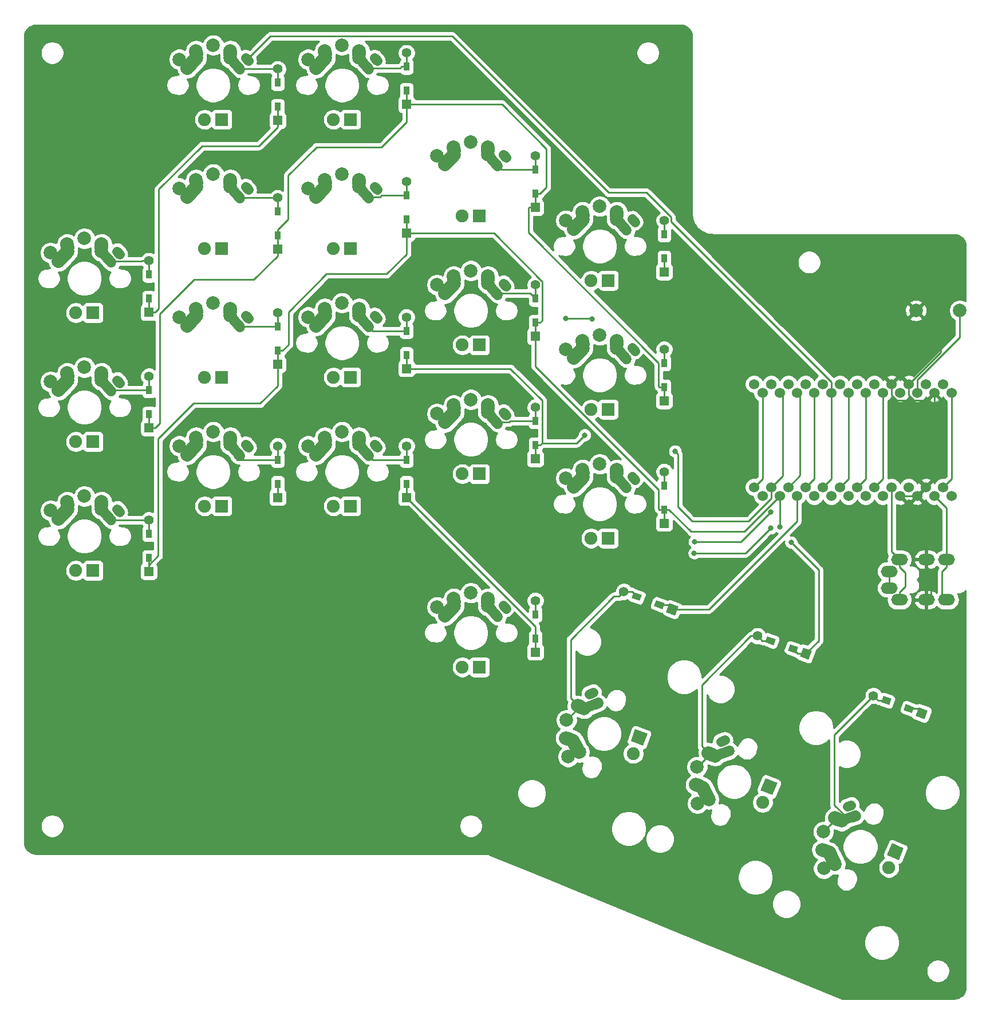
<source format=gtl>
G04 #@! TF.GenerationSoftware,KiCad,Pcbnew,(5.1.5)-2*
G04 #@! TF.CreationDate,2020-11-21T23:22:42+09:00*
G04 #@! TF.ProjectId,42Key,34324b65-792e-46b6-9963-61645f706362,rev?*
G04 #@! TF.SameCoordinates,Original*
G04 #@! TF.FileFunction,Copper,L1,Top*
G04 #@! TF.FilePolarity,Positive*
%FSLAX46Y46*%
G04 Gerber Fmt 4.6, Leading zero omitted, Abs format (unit mm)*
G04 Created by KiCad (PCBNEW (5.1.5)-2) date 2020-11-21 23:22:42*
%MOMM*%
%LPD*%
G04 APERTURE LIST*
%ADD10C,1.400000*%
%ADD11C,2.000000*%
%ADD12C,1.500000*%
%ADD13C,2.000000*%
%ADD14C,1.905000*%
%ADD15C,0.100000*%
%ADD16R,0.950000X1.300000*%
%ADD17R,1.397000X1.397000*%
%ADD18C,1.397000*%
%ADD19O,2.500000X1.700000*%
%ADD20R,1.905000X1.905000*%
%ADD21C,1.524000*%
%ADD22C,0.800000*%
%ADD23C,0.250000*%
%ADD24C,0.254000*%
G04 APERTURE END LIST*
D10*
X140911820Y-132838462D02*
X140347648Y-133042690D01*
D11*
X136883668Y-142212414D03*
X136809615Y-136789821D03*
D12*
X141587279Y-134430839D02*
X139272707Y-135268703D01*
D13*
X136619131Y-139452042D02*
X137170431Y-139632234D01*
D14*
X146514344Y-142080525D03*
G04 #@! TA.AperFunction,ComponentPad*
D15*
G36*
X147992174Y-140965433D02*
G01*
X146225889Y-140251808D01*
X146939514Y-138485523D01*
X148705799Y-139199148D01*
X147992174Y-140965433D01*
G37*
G04 #@! TD.AperFunction*
D11*
X139044189Y-134996311D03*
X139507781Y-135183614D03*
X138521407Y-134741952D03*
X137171156Y-139632230D03*
X136618405Y-139452045D03*
X137634748Y-139819533D03*
D12*
X141624363Y-134445818D02*
X141154219Y-134616008D01*
D13*
X138497708Y-141581068D02*
X137634742Y-139819536D01*
X138521306Y-134742158D02*
X139044290Y-134996104D01*
D11*
X138534789Y-141596054D03*
D16*
X37075000Y-57965000D03*
D17*
X37075000Y-60000000D03*
D18*
X37075000Y-52380000D03*
D16*
X37075000Y-54415000D03*
X37100000Y-75055000D03*
D17*
X37100000Y-77090000D03*
D18*
X37100000Y-69470000D03*
D16*
X37100000Y-71505000D03*
X37075000Y-96283750D03*
D17*
X37075000Y-98318750D03*
D18*
X37075000Y-90698750D03*
D16*
X37075000Y-92733750D03*
X56125000Y-26058750D03*
D18*
X56125000Y-24023750D03*
D17*
X56125000Y-31643750D03*
D16*
X56125000Y-29608750D03*
X56125000Y-48658750D03*
D17*
X56125000Y-50693750D03*
D18*
X56125000Y-43073750D03*
D16*
X56125000Y-45108750D03*
X56125000Y-62123750D03*
D18*
X56125000Y-60088750D03*
D17*
X56125000Y-67708750D03*
D16*
X56125000Y-65673750D03*
X56125000Y-81780000D03*
D18*
X56125000Y-79745000D03*
D17*
X56125000Y-87365000D03*
D16*
X56125000Y-85330000D03*
X75175000Y-27227500D03*
D17*
X75175000Y-29262500D03*
D18*
X75175000Y-21642500D03*
D16*
X75175000Y-23677500D03*
X75175000Y-46277500D03*
D17*
X75175000Y-48312500D03*
D18*
X75175000Y-40692500D03*
D16*
X75175000Y-42727500D03*
X75175000Y-66280000D03*
D17*
X75175000Y-68315000D03*
D18*
X75175000Y-60695000D03*
D16*
X75175000Y-62730000D03*
X75175000Y-85330000D03*
D17*
X75175000Y-87365000D03*
D18*
X75175000Y-79745000D03*
D16*
X75175000Y-81780000D03*
X94225000Y-38917500D03*
D18*
X94225000Y-36882500D03*
D17*
X94225000Y-44502500D03*
D16*
X94225000Y-42467500D03*
X94225000Y-57967500D03*
D18*
X94225000Y-55932500D03*
D17*
X94225000Y-63552500D03*
D16*
X94225000Y-61517500D03*
X94225000Y-76065000D03*
D18*
X94225000Y-74030000D03*
D17*
X94225000Y-81650000D03*
D16*
X94225000Y-79615000D03*
X113275000Y-51992500D03*
D17*
X113275000Y-54027500D03*
D18*
X113275000Y-46407500D03*
D16*
X113275000Y-48442500D03*
X113275000Y-71042500D03*
D17*
X113275000Y-73077500D03*
D18*
X113275000Y-65457500D03*
D16*
X113275000Y-67492500D03*
X113275000Y-89140000D03*
D17*
X113275000Y-91175000D03*
D18*
X113275000Y-83555000D03*
D16*
X113275000Y-85590000D03*
X94225000Y-104640000D03*
D18*
X94225000Y-102605000D03*
D17*
X94225000Y-110225000D03*
D16*
X94225000Y-108190000D03*
G04 #@! TA.AperFunction,SMDPad,CuDef*
D15*
G36*
X109999056Y-101773873D02*
G01*
X109674137Y-102666581D01*
X108452536Y-102221955D01*
X108777455Y-101329247D01*
X109999056Y-101773873D01*
G37*
G04 #@! TD.AperFunction*
D18*
X107313521Y-101301903D03*
G04 #@! TA.AperFunction,ComponentPad*
D15*
G36*
X115369255Y-103490623D02*
G01*
X114891453Y-104803373D01*
X113578703Y-104325571D01*
X114056505Y-103012821D01*
X115369255Y-103490623D01*
G37*
G04 #@! TD.AperFunction*
G04 #@! TA.AperFunction,SMDPad,CuDef*
G36*
X113334964Y-102988045D02*
G01*
X113010045Y-103880753D01*
X111788444Y-103436127D01*
X112113363Y-102543419D01*
X113334964Y-102988045D01*
G37*
G04 #@! TD.AperFunction*
G04 #@! TA.AperFunction,SMDPad,CuDef*
G36*
X129762352Y-108310537D02*
G01*
X129437433Y-109203245D01*
X128215832Y-108758619D01*
X128540751Y-107865911D01*
X129762352Y-108310537D01*
G37*
G04 #@! TD.AperFunction*
D18*
X127076817Y-107838567D03*
G04 #@! TA.AperFunction,ComponentPad*
D15*
G36*
X135132551Y-110027287D02*
G01*
X134654749Y-111340037D01*
X133341999Y-110862235D01*
X133819801Y-109549485D01*
X135132551Y-110027287D01*
G37*
G04 #@! TD.AperFunction*
G04 #@! TA.AperFunction,SMDPad,CuDef*
G36*
X133098260Y-109524709D02*
G01*
X132773341Y-110417417D01*
X131551740Y-109972791D01*
X131876659Y-109080083D01*
X133098260Y-109524709D01*
G37*
G04 #@! TD.AperFunction*
G04 #@! TA.AperFunction,SMDPad,CuDef*
G36*
X146900077Y-117139526D02*
G01*
X146575158Y-118032234D01*
X145353557Y-117587608D01*
X145678476Y-116694900D01*
X146900077Y-117139526D01*
G37*
G04 #@! TD.AperFunction*
D18*
X144214542Y-116667556D03*
G04 #@! TA.AperFunction,ComponentPad*
D15*
G36*
X152270276Y-118856276D02*
G01*
X151792474Y-120169026D01*
X150479724Y-119691224D01*
X150957526Y-118378474D01*
X152270276Y-118856276D01*
G37*
G04 #@! TD.AperFunction*
G04 #@! TA.AperFunction,SMDPad,CuDef*
G36*
X150235985Y-118353698D02*
G01*
X149911066Y-119246406D01*
X148689465Y-118801780D01*
X149014384Y-117909072D01*
X150235985Y-118353698D01*
G37*
G04 #@! TD.AperFunction*
D19*
X148050000Y-96540000D03*
X146550000Y-100740000D03*
X155050000Y-96540000D03*
X152050000Y-96540000D03*
X155050000Y-102490000D03*
X152050000Y-102490000D03*
X148050000Y-102490000D03*
X146550000Y-98290000D03*
D11*
X157006250Y-59742500D03*
X150506250Y-59742500D03*
D13*
X30089999Y-49900000D02*
X30050001Y-50480000D01*
D11*
X30050000Y-50480000D03*
X30090000Y-49900000D03*
X25050000Y-50980000D03*
X23740000Y-52440000D03*
X30050000Y-50980000D03*
D12*
X31193042Y-52253922D02*
X31526958Y-52626078D01*
D11*
X25050000Y-50480000D03*
X25010000Y-49900000D03*
D20*
X28820000Y-60060000D03*
D14*
X26280000Y-60060000D03*
D13*
X23740005Y-52440004D02*
X25049995Y-50979996D01*
X25010001Y-49900000D02*
X25049999Y-50480000D01*
D12*
X31526954Y-52626082D02*
X29883046Y-50793918D01*
D11*
X27550000Y-49080000D03*
X22550000Y-51180000D03*
D10*
X32750350Y-51403293D02*
X32349650Y-50956707D01*
D13*
X30089999Y-68950000D02*
X30050001Y-69530000D01*
D11*
X30050000Y-69530000D03*
X30090000Y-68950000D03*
X25050000Y-70030000D03*
X23740000Y-71490000D03*
X30050000Y-70030000D03*
D12*
X31193042Y-71303922D02*
X31526958Y-71676078D01*
D11*
X25050000Y-69530000D03*
X25010000Y-68950000D03*
D20*
X28820000Y-79110000D03*
D14*
X26280000Y-79110000D03*
D13*
X23740005Y-71490004D02*
X25049995Y-70029996D01*
X25010001Y-68950000D02*
X25049999Y-69530000D01*
D12*
X31526954Y-71676082D02*
X29883046Y-69843918D01*
D11*
X27550000Y-68130000D03*
X22550000Y-70230000D03*
D10*
X32750350Y-70453293D02*
X32349650Y-70006707D01*
D13*
X30089999Y-88000000D02*
X30050001Y-88580000D01*
D11*
X30050000Y-88580000D03*
X30090000Y-88000000D03*
X25050000Y-89080000D03*
X23740000Y-90540000D03*
X30050000Y-89080000D03*
D12*
X31193042Y-90353922D02*
X31526958Y-90726078D01*
D11*
X25050000Y-88580000D03*
X25010000Y-88000000D03*
D20*
X28820000Y-98160000D03*
D14*
X26280000Y-98160000D03*
D13*
X23740005Y-90540004D02*
X25049995Y-89079996D01*
X25010001Y-88000000D02*
X25049999Y-88580000D01*
D12*
X31526954Y-90726082D02*
X29883046Y-88893918D01*
D11*
X27550000Y-87180000D03*
X22550000Y-89280000D03*
D10*
X32750350Y-89503293D02*
X32349650Y-89056707D01*
X51800350Y-22828293D02*
X51399650Y-22381707D01*
D11*
X41600000Y-22605000D03*
X46600000Y-20505000D03*
D12*
X50576954Y-24051082D02*
X48933046Y-22218918D01*
D13*
X44060001Y-21325000D02*
X44099999Y-21905000D01*
X42790005Y-23865004D02*
X44099995Y-22404996D01*
D14*
X45330000Y-31485000D03*
D20*
X47870000Y-31485000D03*
D11*
X44060000Y-21325000D03*
X44100000Y-21905000D03*
D12*
X50243042Y-23678922D02*
X50576958Y-24051078D01*
D11*
X49100000Y-22405000D03*
X42790000Y-23865000D03*
X44100000Y-22405000D03*
X49140000Y-21325000D03*
X49100000Y-21905000D03*
D13*
X49139999Y-21325000D02*
X49100001Y-21905000D01*
D10*
X51800350Y-41878293D02*
X51399650Y-41431707D01*
D11*
X41600000Y-41655000D03*
X46600000Y-39555000D03*
D12*
X50576954Y-43101082D02*
X48933046Y-41268918D01*
D13*
X44060001Y-40375000D02*
X44099999Y-40955000D01*
X42790005Y-42915004D02*
X44099995Y-41454996D01*
D14*
X45330000Y-50535000D03*
D20*
X47870000Y-50535000D03*
D11*
X44060000Y-40375000D03*
X44100000Y-40955000D03*
D12*
X50243042Y-42728922D02*
X50576958Y-43101078D01*
D11*
X49100000Y-41455000D03*
X42790000Y-42915000D03*
X44100000Y-41455000D03*
X49140000Y-40375000D03*
X49100000Y-40955000D03*
D13*
X49139999Y-40375000D02*
X49100001Y-40955000D01*
X49139999Y-59425000D02*
X49100001Y-60005000D01*
D11*
X49100000Y-60005000D03*
X49140000Y-59425000D03*
X44100000Y-60505000D03*
X42790000Y-61965000D03*
X49100000Y-60505000D03*
D12*
X50243042Y-61778922D02*
X50576958Y-62151078D01*
D11*
X44100000Y-60005000D03*
X44060000Y-59425000D03*
D20*
X47870000Y-69585000D03*
D14*
X45330000Y-69585000D03*
D13*
X42790005Y-61965004D02*
X44099995Y-60504996D01*
X44060001Y-59425000D02*
X44099999Y-60005000D01*
D12*
X50576954Y-62151082D02*
X48933046Y-60318918D01*
D11*
X46600000Y-58605000D03*
X41600000Y-60705000D03*
D10*
X51800350Y-60928293D02*
X51399650Y-60481707D01*
D13*
X49139999Y-78475000D02*
X49100001Y-79055000D01*
D11*
X49100000Y-79055000D03*
X49140000Y-78475000D03*
X44100000Y-79555000D03*
X42790000Y-81015000D03*
X49100000Y-79555000D03*
D12*
X50243042Y-80828922D02*
X50576958Y-81201078D01*
D11*
X44100000Y-79055000D03*
X44060000Y-78475000D03*
D20*
X47870000Y-88635000D03*
D14*
X45330000Y-88635000D03*
D13*
X42790005Y-81015004D02*
X44099995Y-79554996D01*
X44060001Y-78475000D02*
X44099999Y-79055000D01*
D12*
X50576954Y-81201082D02*
X48933046Y-79368918D01*
D11*
X46600000Y-77655000D03*
X41600000Y-79755000D03*
D10*
X51800350Y-79978293D02*
X51399650Y-79531707D01*
X70850350Y-22828293D02*
X70449650Y-22381707D01*
D11*
X60650000Y-22605000D03*
X65650000Y-20505000D03*
D12*
X69626954Y-24051082D02*
X67983046Y-22218918D01*
D13*
X63110001Y-21325000D02*
X63149999Y-21905000D01*
X61840005Y-23865004D02*
X63149995Y-22404996D01*
D14*
X64380000Y-31485000D03*
D20*
X66920000Y-31485000D03*
D11*
X63110000Y-21325000D03*
X63150000Y-21905000D03*
D12*
X69293042Y-23678922D02*
X69626958Y-24051078D01*
D11*
X68150000Y-22405000D03*
X61840000Y-23865000D03*
X63150000Y-22405000D03*
X68190000Y-21325000D03*
X68150000Y-21905000D03*
D13*
X68189999Y-21325000D02*
X68150001Y-21905000D01*
D10*
X70850350Y-41878293D02*
X70449650Y-41431707D01*
D11*
X60650000Y-41655000D03*
X65650000Y-39555000D03*
D12*
X69626954Y-43101082D02*
X67983046Y-41268918D01*
D13*
X63110001Y-40375000D02*
X63149999Y-40955000D01*
X61840005Y-42915004D02*
X63149995Y-41454996D01*
D14*
X64380000Y-50535000D03*
D20*
X66920000Y-50535000D03*
D11*
X63110000Y-40375000D03*
X63150000Y-40955000D03*
D12*
X69293042Y-42728922D02*
X69626958Y-43101078D01*
D11*
X68150000Y-41455000D03*
X61840000Y-42915000D03*
X63150000Y-41455000D03*
X68190000Y-40375000D03*
X68150000Y-40955000D03*
D13*
X68189999Y-40375000D02*
X68150001Y-40955000D01*
X68189999Y-59425000D02*
X68150001Y-60005000D01*
D11*
X68150000Y-60005000D03*
X68190000Y-59425000D03*
X63150000Y-60505000D03*
X61840000Y-61965000D03*
X68150000Y-60505000D03*
D12*
X69293042Y-61778922D02*
X69626958Y-62151078D01*
D11*
X63150000Y-60005000D03*
X63110000Y-59425000D03*
D20*
X66920000Y-69585000D03*
D14*
X64380000Y-69585000D03*
D13*
X61840005Y-61965004D02*
X63149995Y-60504996D01*
X63110001Y-59425000D02*
X63149999Y-60005000D01*
D12*
X69626954Y-62151082D02*
X67983046Y-60318918D01*
D11*
X65650000Y-58605000D03*
X60650000Y-60705000D03*
D10*
X70850350Y-60928293D02*
X70449650Y-60481707D01*
D13*
X68189999Y-78475000D02*
X68150001Y-79055000D01*
D11*
X68150000Y-79055000D03*
X68190000Y-78475000D03*
X63150000Y-79555000D03*
X61840000Y-81015000D03*
X68150000Y-79555000D03*
D12*
X69293042Y-80828922D02*
X69626958Y-81201078D01*
D11*
X63150000Y-79055000D03*
X63110000Y-78475000D03*
D20*
X66920000Y-88635000D03*
D14*
X64380000Y-88635000D03*
D13*
X61840005Y-81015004D02*
X63149995Y-79554996D01*
X63110001Y-78475000D02*
X63149999Y-79055000D01*
D12*
X69626954Y-81201082D02*
X67983046Y-79368918D01*
D11*
X65650000Y-77655000D03*
X60650000Y-79755000D03*
D10*
X70850350Y-79978293D02*
X70449650Y-79531707D01*
X89900350Y-37115793D02*
X89499650Y-36669207D01*
D11*
X79700000Y-36892500D03*
X84700000Y-34792500D03*
D12*
X88676954Y-38338582D02*
X87033046Y-36506418D01*
D13*
X82160001Y-35612500D02*
X82199999Y-36192500D01*
X80890005Y-38152504D02*
X82199995Y-36692496D01*
D14*
X83430000Y-45772500D03*
D20*
X85970000Y-45772500D03*
D11*
X82160000Y-35612500D03*
X82200000Y-36192500D03*
D12*
X88343042Y-37966422D02*
X88676958Y-38338578D01*
D11*
X87200000Y-36692500D03*
X80890000Y-38152500D03*
X82200000Y-36692500D03*
X87240000Y-35612500D03*
X87200000Y-36192500D03*
D13*
X87239999Y-35612500D02*
X87200001Y-36192500D01*
D10*
X89900350Y-56165793D02*
X89499650Y-55719207D01*
D11*
X79700000Y-55942500D03*
X84700000Y-53842500D03*
D12*
X88676954Y-57388582D02*
X87033046Y-55556418D01*
D13*
X82160001Y-54662500D02*
X82199999Y-55242500D01*
X80890005Y-57202504D02*
X82199995Y-55742496D01*
D14*
X83430000Y-64822500D03*
D20*
X85970000Y-64822500D03*
D11*
X82160000Y-54662500D03*
X82200000Y-55242500D03*
D12*
X88343042Y-57016422D02*
X88676958Y-57388578D01*
D11*
X87200000Y-55742500D03*
X80890000Y-57202500D03*
X82200000Y-55742500D03*
X87240000Y-54662500D03*
X87200000Y-55242500D03*
D13*
X87239999Y-54662500D02*
X87200001Y-55242500D01*
X87239999Y-73712500D02*
X87200001Y-74292500D01*
D11*
X87200000Y-74292500D03*
X87240000Y-73712500D03*
X82200000Y-74792500D03*
X80890000Y-76252500D03*
X87200000Y-74792500D03*
D12*
X88343042Y-76066422D02*
X88676958Y-76438578D01*
D11*
X82200000Y-74292500D03*
X82160000Y-73712500D03*
D20*
X85970000Y-83872500D03*
D14*
X83430000Y-83872500D03*
D13*
X80890005Y-76252504D02*
X82199995Y-74792496D01*
X82160001Y-73712500D02*
X82199999Y-74292500D01*
D12*
X88676954Y-76438582D02*
X87033046Y-74606418D01*
D11*
X84700000Y-72892500D03*
X79700000Y-74992500D03*
D10*
X89900350Y-75215793D02*
X89499650Y-74769207D01*
X108950350Y-46640793D02*
X108549650Y-46194207D01*
D11*
X98750000Y-46417500D03*
X103750000Y-44317500D03*
D12*
X107726954Y-47863582D02*
X106083046Y-46031418D01*
D13*
X101210001Y-45137500D02*
X101249999Y-45717500D01*
X99940005Y-47677504D02*
X101249995Y-46217496D01*
D14*
X102480000Y-55297500D03*
D20*
X105020000Y-55297500D03*
D11*
X101210000Y-45137500D03*
X101250000Y-45717500D03*
D12*
X107393042Y-47491422D02*
X107726958Y-47863578D01*
D11*
X106250000Y-46217500D03*
X99940000Y-47677500D03*
X101250000Y-46217500D03*
X106290000Y-45137500D03*
X106250000Y-45717500D03*
D13*
X106289999Y-45137500D02*
X106250001Y-45717500D01*
X106289999Y-64187500D02*
X106250001Y-64767500D01*
D11*
X106250000Y-64767500D03*
X106290000Y-64187500D03*
X101250000Y-65267500D03*
X99940000Y-66727500D03*
X106250000Y-65267500D03*
D12*
X107393042Y-66541422D02*
X107726958Y-66913578D01*
D11*
X101250000Y-64767500D03*
X101210000Y-64187500D03*
D20*
X105020000Y-74347500D03*
D14*
X102480000Y-74347500D03*
D13*
X99940005Y-66727504D02*
X101249995Y-65267496D01*
X101210001Y-64187500D02*
X101249999Y-64767500D01*
D12*
X107726954Y-66913582D02*
X106083046Y-65081418D01*
D11*
X103750000Y-63367500D03*
X98750000Y-65467500D03*
D10*
X108950350Y-65690793D02*
X108549650Y-65244207D01*
X108950350Y-84740793D02*
X108549650Y-84294207D01*
D11*
X98750000Y-84517500D03*
X103750000Y-82417500D03*
D12*
X107726954Y-85963582D02*
X106083046Y-84131418D01*
D13*
X101210001Y-83237500D02*
X101249999Y-83817500D01*
X99940005Y-85777504D02*
X101249995Y-84317496D01*
D14*
X102480000Y-93397500D03*
D20*
X105020000Y-93397500D03*
D11*
X101210000Y-83237500D03*
X101250000Y-83817500D03*
D12*
X107393042Y-85591422D02*
X107726958Y-85963578D01*
D11*
X106250000Y-84317500D03*
X99940000Y-85777500D03*
X101250000Y-84317500D03*
X106290000Y-83237500D03*
X106250000Y-83817500D03*
D13*
X106289999Y-83237500D02*
X106250001Y-83817500D01*
D10*
X89900350Y-103790793D02*
X89499650Y-103344207D01*
D11*
X79700000Y-103567500D03*
X84700000Y-101467500D03*
D12*
X88676954Y-105013582D02*
X87033046Y-103181418D01*
D13*
X82160001Y-102287500D02*
X82199999Y-102867500D01*
X80890005Y-104827504D02*
X82199995Y-103367496D01*
D14*
X83430000Y-112447500D03*
D20*
X85970000Y-112447500D03*
D11*
X82160000Y-102287500D03*
X82200000Y-102867500D03*
D12*
X88343042Y-104641422D02*
X88676958Y-105013578D01*
D11*
X87200000Y-103367500D03*
X80890000Y-104827500D03*
X82200000Y-103367500D03*
X87240000Y-102287500D03*
X87200000Y-102867500D03*
D13*
X87239999Y-102287500D02*
X87200001Y-102867500D01*
D11*
X100717672Y-125015179D03*
D13*
X100464999Y-118165928D02*
X100996527Y-118401468D01*
X100680090Y-125001495D02*
X99756174Y-123271153D01*
D12*
X103555824Y-117761474D02*
X103091906Y-117947968D01*
D11*
X99756179Y-123271151D03*
X98727630Y-122939357D03*
X99286333Y-123100141D03*
X100465093Y-118165718D03*
X101466280Y-118572688D03*
X100996434Y-118401678D03*
G04 #@! TA.AperFunction,ComponentPad*
D15*
G36*
X110147287Y-124054884D02*
G01*
X108357173Y-123403336D01*
X109008721Y-121613222D01*
X110798835Y-122264770D01*
X110147287Y-124054884D01*
G37*
G04 #@! TD.AperFunction*
D14*
X108709273Y-125220872D03*
D13*
X98728356Y-122939328D02*
X99285608Y-123100170D01*
D12*
X103518239Y-117747799D02*
X101234319Y-118665929D01*
D11*
X98825814Y-120272081D03*
X99089067Y-125688787D03*
D10*
X102787620Y-116179964D02*
X102230918Y-116403756D01*
D11*
X119854789Y-131986054D03*
D13*
X119841306Y-125132158D02*
X120364290Y-125386104D01*
X119817708Y-131971068D02*
X118954742Y-130209536D01*
D12*
X122944363Y-124835818D02*
X122474219Y-125006008D01*
D11*
X118954748Y-130209533D03*
X117938405Y-129842045D03*
X118491156Y-130022230D03*
X119841407Y-125131952D03*
X120827781Y-125573614D03*
X120364189Y-125386311D03*
G04 #@! TA.AperFunction,ComponentPad*
D15*
G36*
X129312174Y-131355433D02*
G01*
X127545889Y-130641808D01*
X128259514Y-128875523D01*
X130025799Y-129589148D01*
X129312174Y-131355433D01*
G37*
G04 #@! TD.AperFunction*
D14*
X127834344Y-132470525D03*
D13*
X117939131Y-129842042D02*
X118490431Y-130022234D01*
D12*
X122907279Y-124820839D02*
X120592707Y-125658703D01*
D11*
X118129615Y-127179821D03*
X118203668Y-132602414D03*
D10*
X122231820Y-123228462D02*
X121667648Y-123432690D01*
D21*
X155778000Y-71926400D03*
X153238000Y-71926400D03*
X150698000Y-71926400D03*
X148158000Y-71926400D03*
X145618000Y-71926400D03*
X143078000Y-71926400D03*
X140538000Y-71926400D03*
X137998000Y-71926400D03*
X135458000Y-71926400D03*
X132918000Y-71926400D03*
X130378000Y-71926400D03*
X127838000Y-71926400D03*
X127838000Y-87146400D03*
X130378000Y-87146400D03*
X132918000Y-87146400D03*
X135458000Y-87146400D03*
X137998000Y-87146400D03*
X140538000Y-87146400D03*
X143078000Y-87146400D03*
X145618000Y-87146400D03*
X148158000Y-87146400D03*
X150698000Y-87146400D03*
X153238000Y-87146400D03*
X155778000Y-87146400D03*
X154508000Y-70600000D03*
X151968000Y-70600000D03*
X149428000Y-70600000D03*
X146888000Y-70600000D03*
X144348000Y-70600000D03*
X141808000Y-70600000D03*
X139268000Y-70600000D03*
X136728000Y-70600000D03*
X134188000Y-70600000D03*
X131648000Y-70600000D03*
X129108000Y-70600000D03*
X126568000Y-70600000D03*
X126568000Y-85840000D03*
X129108000Y-85840000D03*
X131648000Y-85840000D03*
X134188000Y-85840000D03*
X136728000Y-85840000D03*
X139268000Y-85840000D03*
X141808000Y-85840000D03*
X144348000Y-85840000D03*
X146888000Y-85840000D03*
X149428000Y-85840000D03*
X151968000Y-85840000D03*
X154508000Y-85840000D03*
D22*
X101520000Y-78140000D03*
X114890000Y-80530000D03*
X98750000Y-60940000D03*
X102640000Y-60950000D03*
X130370000Y-91690000D03*
X132050000Y-94000000D03*
X117780000Y-93900000D03*
X129036781Y-89512938D03*
X129010000Y-91890000D03*
X117720000Y-95590000D03*
D23*
X37075000Y-54415000D02*
X37075000Y-52380000D01*
X31435000Y-52440000D02*
X30705000Y-51710000D01*
X36087172Y-52380000D02*
X36027172Y-52440000D01*
X36027172Y-52440000D02*
X31435000Y-52440000D01*
X37075000Y-52380000D02*
X36087172Y-52380000D01*
X56125000Y-32592250D02*
X56125000Y-31643750D01*
X53337250Y-35380000D02*
X56125000Y-32592250D01*
X37075000Y-60000000D02*
X38023500Y-60000000D01*
X38023500Y-60000000D02*
X38550000Y-59473500D01*
X38550000Y-59473500D02*
X38550000Y-41800000D01*
X38550000Y-41800000D02*
X44970000Y-35380000D01*
X44970000Y-35380000D02*
X53337250Y-35380000D01*
X56125000Y-85330000D02*
X56125000Y-87365000D01*
X56125000Y-29608750D02*
X56125000Y-31643750D01*
X117780000Y-93900000D02*
X124649719Y-93900000D01*
X124649719Y-93900000D02*
X128636782Y-89912937D01*
X128636782Y-89912937D02*
X129036781Y-89512938D01*
X37075000Y-57965000D02*
X37075000Y-60000000D01*
X119891903Y-103908097D02*
X114473979Y-103908097D01*
X132918000Y-87146400D02*
X132918000Y-90882000D01*
X132918000Y-90882000D02*
X119891903Y-103908097D01*
X113777968Y-103212086D02*
X114473979Y-103908097D01*
X112561704Y-103212086D02*
X113777968Y-103212086D01*
X37100000Y-75055000D02*
X37100000Y-77090000D01*
X52617250Y-55150000D02*
X56125000Y-51642250D01*
X38048500Y-77090000D02*
X38710000Y-76428500D01*
X56125000Y-51642250D02*
X56125000Y-50693750D01*
X37100000Y-77090000D02*
X38048500Y-77090000D01*
X38710000Y-76428500D02*
X38710000Y-60230000D01*
X38710000Y-60230000D02*
X43790000Y-55150000D01*
X43790000Y-55150000D02*
X52617250Y-55150000D01*
X56125000Y-50693750D02*
X56125000Y-48658750D01*
X75175000Y-31855000D02*
X75175000Y-29262500D01*
X56125000Y-48658750D02*
X56125000Y-47758750D01*
X56125000Y-47758750D02*
X57670000Y-46213750D01*
X57670000Y-46213750D02*
X57670000Y-39740000D01*
X57670000Y-39740000D02*
X61860000Y-35550000D01*
X71480000Y-35550000D02*
X75175000Y-31855000D01*
X61860000Y-35550000D02*
X71480000Y-35550000D01*
X76123500Y-29262500D02*
X75175000Y-29262500D01*
X94950000Y-42467500D02*
X95870000Y-41547500D01*
X95870000Y-41547500D02*
X95870000Y-35830000D01*
X94225000Y-42467500D02*
X94950000Y-42467500D01*
X95870000Y-35830000D02*
X89302500Y-29262500D01*
X89302500Y-29262500D02*
X76123500Y-29262500D01*
X94225000Y-42467500D02*
X94225000Y-44502500D01*
X75175000Y-29262500D02*
X75175000Y-27227500D01*
X112550000Y-71042500D02*
X113275000Y-71042500D01*
X112474999Y-70967499D02*
X112550000Y-71042500D01*
X112474999Y-67464999D02*
X112474999Y-70967499D01*
X93201499Y-44577501D02*
X93201499Y-48191499D01*
X93276500Y-44502500D02*
X93201499Y-44577501D01*
X93201499Y-48191499D02*
X112474999Y-67464999D01*
X94225000Y-44502500D02*
X93276500Y-44502500D01*
X113275000Y-71042500D02*
X113275000Y-73077500D01*
X37100000Y-69470000D02*
X37100000Y-71505000D01*
X31375000Y-71505000D02*
X31360000Y-71490000D01*
X37100000Y-71505000D02*
X31375000Y-71505000D01*
X130378000Y-91682000D02*
X130370000Y-91690000D01*
X130378000Y-87146400D02*
X130378000Y-91682000D01*
X132050000Y-94000000D02*
X136150000Y-98100000D01*
X136150000Y-108532036D02*
X134237275Y-110444761D01*
X136150000Y-98100000D02*
X136150000Y-108532036D01*
X133021011Y-110444761D02*
X132325000Y-109748750D01*
X134237275Y-110444761D02*
X133021011Y-110444761D01*
X37075000Y-98318750D02*
X37075000Y-96283750D01*
X53540000Y-73450000D02*
X56125000Y-70865000D01*
X37075000Y-97370250D02*
X38460000Y-95985250D01*
X56125000Y-70865000D02*
X56125000Y-67708750D01*
X38460000Y-95985250D02*
X38460000Y-78690000D01*
X37075000Y-98318750D02*
X37075000Y-97370250D01*
X38460000Y-78690000D02*
X43700000Y-73450000D01*
X43700000Y-73450000D02*
X53540000Y-73450000D01*
X75175000Y-51375000D02*
X75175000Y-48312500D01*
X72220000Y-54330000D02*
X75175000Y-51375000D01*
X56850000Y-65673750D02*
X57750000Y-64773750D01*
X56125000Y-65673750D02*
X56850000Y-65673750D01*
X57750000Y-64773750D02*
X57750000Y-59950000D01*
X63370000Y-54330000D02*
X72220000Y-54330000D01*
X57750000Y-59950000D02*
X63370000Y-54330000D01*
X113275000Y-91175000D02*
X113275000Y-89140000D01*
X94225000Y-64501000D02*
X94225000Y-63552500D01*
X94225000Y-67983202D02*
X94225000Y-64501000D01*
X112474999Y-86233201D02*
X94225000Y-67983202D01*
X112474999Y-89064999D02*
X112474999Y-86233201D01*
X112550000Y-89140000D02*
X112474999Y-89064999D01*
X113275000Y-89140000D02*
X112550000Y-89140000D01*
X94225000Y-61517500D02*
X94225000Y-63552500D01*
X88119782Y-48312500D02*
X76123500Y-48312500D01*
X95248501Y-55441219D02*
X88119782Y-48312500D01*
X95248501Y-61218999D02*
X95248501Y-55441219D01*
X94950000Y-61517500D02*
X95248501Y-61218999D01*
X76123500Y-48312500D02*
X75175000Y-48312500D01*
X94225000Y-61517500D02*
X94950000Y-61517500D01*
X56125000Y-67708750D02*
X56125000Y-65673750D01*
X75175000Y-46277500D02*
X75175000Y-48312500D01*
X129616001Y-87908399D02*
X130378000Y-87146400D01*
X114000000Y-89140000D02*
X117280000Y-92420000D01*
X117280000Y-92420000D02*
X125104400Y-92420000D01*
X113275000Y-89140000D02*
X114000000Y-89140000D01*
X125104400Y-92420000D02*
X129616001Y-87908399D01*
X37075000Y-92733750D02*
X37075000Y-90698750D01*
X31518750Y-90698750D02*
X31360000Y-90540000D01*
X37075000Y-90698750D02*
X31518750Y-90698750D01*
X56125000Y-24023750D02*
X56125000Y-26058750D01*
X50568750Y-24023750D02*
X50410000Y-23865000D01*
X56125000Y-24023750D02*
X50568750Y-24023750D01*
X56125000Y-43073750D02*
X56125000Y-45108750D01*
X50568750Y-43073750D02*
X50410000Y-42915000D01*
X56125000Y-43073750D02*
X50568750Y-43073750D01*
X56125000Y-62123750D02*
X56125000Y-60088750D01*
X50568750Y-62123750D02*
X50410000Y-61965000D01*
X56125000Y-62123750D02*
X50568750Y-62123750D01*
X56125000Y-79745000D02*
X56125000Y-81780000D01*
X49755000Y-81408036D02*
X49755000Y-80285000D01*
X50126964Y-81780000D02*
X49755000Y-81408036D01*
X56125000Y-81780000D02*
X50126964Y-81780000D01*
X75175000Y-23677500D02*
X75175000Y-21642500D01*
X74450000Y-23677500D02*
X74262500Y-23865000D01*
X70351292Y-23865000D02*
X69460000Y-23865000D01*
X74262500Y-23865000D02*
X70351292Y-23865000D01*
X75175000Y-23677500D02*
X74450000Y-23677500D01*
X75175000Y-40692500D02*
X75175000Y-42727500D01*
X70351292Y-42915000D02*
X69460000Y-42915000D01*
X71261779Y-42915000D02*
X70351292Y-42915000D01*
X71449279Y-42727500D02*
X71261779Y-42915000D01*
X75175000Y-42727500D02*
X71449279Y-42727500D01*
X150678989Y-118577739D02*
X151375000Y-119273750D01*
X149462725Y-118577739D02*
X150678989Y-118577739D01*
X94225000Y-81650000D02*
X94225000Y-79615000D01*
X75175000Y-66280000D02*
X75175000Y-68315000D01*
X94950000Y-79615000D02*
X95248501Y-79316499D01*
X90545000Y-68315000D02*
X76123500Y-68315000D01*
X95248501Y-79316499D02*
X95248501Y-73018501D01*
X76123500Y-68315000D02*
X75175000Y-68315000D01*
X94225000Y-79615000D02*
X94950000Y-79615000D01*
X95248501Y-73018501D02*
X90545000Y-68315000D01*
X100343501Y-79316499D02*
X101520000Y-78140000D01*
X95248501Y-79316499D02*
X100343501Y-79316499D01*
X75175000Y-60695000D02*
X75175000Y-62730000D01*
X70225000Y-62730000D02*
X69460000Y-61965000D01*
X75175000Y-62730000D02*
X70225000Y-62730000D01*
X113275000Y-51992500D02*
X113275000Y-54027500D01*
X94225000Y-108190000D02*
X94225000Y-110225000D01*
X94225000Y-106415000D02*
X75175000Y-87365000D01*
X94225000Y-108190000D02*
X94225000Y-106415000D01*
X75175000Y-85330000D02*
X75175000Y-87365000D01*
X102630000Y-60940000D02*
X102640000Y-60950000D01*
X98750000Y-60940000D02*
X102630000Y-60940000D01*
X75175000Y-81780000D02*
X75175000Y-79745000D01*
X70225000Y-81780000D02*
X69460000Y-81015000D01*
X75175000Y-81780000D02*
X70225000Y-81780000D01*
X94225000Y-36882500D02*
X94225000Y-38917500D01*
X89275000Y-38917500D02*
X88510000Y-38152500D01*
X94225000Y-38917500D02*
X89275000Y-38917500D01*
X94225000Y-55932500D02*
X94225000Y-57967500D01*
X93460000Y-57202500D02*
X94225000Y-57967500D01*
X88510000Y-57202500D02*
X93460000Y-57202500D01*
X94225000Y-76065000D02*
X94225000Y-74030000D01*
X88585000Y-76252500D02*
X87855000Y-75522500D01*
X90311779Y-76252500D02*
X88585000Y-76252500D01*
X90499279Y-76065000D02*
X90311779Y-76252500D01*
X94225000Y-76065000D02*
X90499279Y-76065000D01*
X113275000Y-46407500D02*
X113275000Y-48442500D01*
X113275000Y-65457500D02*
X113275000Y-67492500D01*
X113275000Y-85590000D02*
X113275000Y-83555000D01*
X94225000Y-102605000D02*
X94225000Y-104640000D01*
X100730763Y-118367132D02*
X100730763Y-118283698D01*
X98825814Y-120272081D02*
X100730763Y-118367132D01*
X99465094Y-117018029D02*
X99837990Y-117390925D01*
X99465094Y-108370607D02*
X99465094Y-117018029D01*
X105835299Y-102000402D02*
X99465094Y-108370607D01*
X99837990Y-117390925D02*
X100730763Y-118283698D01*
X106615022Y-102000402D02*
X105835299Y-102000402D01*
X107313521Y-101301903D02*
X106615022Y-102000402D01*
X108529785Y-101301903D02*
X109225796Y-101997914D01*
X107313521Y-101301903D02*
X108529785Y-101301903D01*
X127772828Y-108534578D02*
X127076817Y-107838567D01*
X128989092Y-108534578D02*
X127772828Y-108534578D01*
X118841408Y-124131953D02*
X119841407Y-125131952D01*
X118841408Y-115086148D02*
X118841408Y-124131953D01*
X126088989Y-107838567D02*
X118841408Y-115086148D01*
X127076817Y-107838567D02*
X126088989Y-107838567D01*
X118182108Y-127179821D02*
X118129615Y-127179821D01*
X120102798Y-125259131D02*
X118182108Y-127179821D01*
X122498252Y-125131952D02*
X122709291Y-124920913D01*
X119841407Y-125131952D02*
X122498252Y-125131952D01*
X138603125Y-134996311D02*
X139044189Y-134996311D01*
X136809615Y-136789821D02*
X138603125Y-134996311D01*
X138426673Y-122455425D02*
X143516043Y-117366055D01*
X143516043Y-117366055D02*
X144214542Y-116667556D01*
X138426673Y-132846451D02*
X138426673Y-122455425D01*
X140429993Y-134849771D02*
X138426673Y-132846451D01*
X144910553Y-117363567D02*
X144214542Y-116667556D01*
X146126817Y-117363567D02*
X144910553Y-117363567D01*
X146888000Y-95378000D02*
X148050000Y-96540000D01*
X146888000Y-85840000D02*
X146888000Y-95378000D01*
X148924999Y-100515001D02*
X148050000Y-101390000D01*
X148924999Y-98514999D02*
X148924999Y-100515001D01*
X148050000Y-97640000D02*
X148924999Y-98514999D01*
X148050000Y-101390000D02*
X148050000Y-102490000D01*
X148050000Y-96540000D02*
X148050000Y-97640000D01*
X146550000Y-98290000D02*
X146550000Y-100740000D01*
X154380000Y-101820000D02*
X155050000Y-102490000D01*
X154380000Y-98310000D02*
X154380000Y-101820000D01*
X155050000Y-96540000D02*
X155050000Y-97640000D01*
X155050000Y-97640000D02*
X154380000Y-98310000D01*
X155050000Y-88958400D02*
X155050000Y-96540000D01*
X153238000Y-87146400D02*
X155050000Y-88958400D01*
X152750000Y-98340000D02*
X152750000Y-101790000D01*
X152050000Y-96540000D02*
X152050000Y-97640000D01*
X152750000Y-101790000D02*
X152050000Y-102490000D01*
X152050000Y-97640000D02*
X152750000Y-98340000D01*
X152050000Y-88498400D02*
X152050000Y-96540000D01*
X150698000Y-87146400D02*
X152050000Y-88498400D01*
X149235630Y-87146400D02*
X150698000Y-87146400D01*
X148158000Y-87146400D02*
X149235630Y-87146400D01*
X151968000Y-85876400D02*
X150698000Y-87146400D01*
X151968000Y-85840000D02*
X151968000Y-85876400D01*
X153238000Y-84570000D02*
X151968000Y-85840000D01*
X153238000Y-71926400D02*
X153238000Y-84570000D01*
X149428000Y-71677630D02*
X149428000Y-70600000D01*
X149428000Y-72265162D02*
X149428000Y-71677630D01*
X152150999Y-73013401D02*
X150176239Y-73013401D01*
X150176239Y-73013401D02*
X149428000Y-72265162D01*
X153238000Y-71926400D02*
X152150999Y-73013401D01*
X146888000Y-72265162D02*
X146888000Y-71677630D01*
X146888000Y-71677630D02*
X146888000Y-70600000D01*
X147636239Y-73013401D02*
X146888000Y-72265162D01*
X150176239Y-73013401D02*
X147636239Y-73013401D01*
X154170000Y-63406250D02*
X150506250Y-59742500D01*
X149428000Y-70600000D02*
X154170000Y-65858000D01*
X154170000Y-65858000D02*
X154170000Y-63406250D01*
X150698000Y-69966410D02*
X157006250Y-63658160D01*
X157006250Y-61156713D02*
X157006250Y-59742500D01*
X157006250Y-63658160D02*
X157006250Y-61156713D01*
X150698000Y-71926400D02*
X150698000Y-69966410D01*
X140538000Y-84570000D02*
X139268000Y-85840000D01*
X140538000Y-71926400D02*
X140538000Y-84570000D01*
X129010000Y-91890000D02*
X125310000Y-95590000D01*
X125310000Y-95590000D02*
X118285685Y-95590000D01*
X118285685Y-95590000D02*
X117720000Y-95590000D01*
X137998000Y-84570000D02*
X136728000Y-85840000D01*
X137998000Y-71926400D02*
X137998000Y-84570000D01*
X105050000Y-42300000D02*
X110670000Y-42300000D01*
X110670000Y-42300000D02*
X112410000Y-44040000D01*
X137998000Y-70308000D02*
X137998000Y-70848770D01*
X51600000Y-22605000D02*
X55025001Y-19179999D01*
X114298501Y-45916219D02*
X114298501Y-46608501D01*
X55025001Y-19179999D02*
X81929999Y-19179999D01*
X112410000Y-44040000D02*
X112440000Y-44040000D01*
X112440000Y-44040000D02*
X112440000Y-44057718D01*
X137998000Y-70848770D02*
X137998000Y-71926400D01*
X81929999Y-19179999D02*
X105050000Y-42300000D01*
X112440000Y-44057718D02*
X114298501Y-45916219D01*
X114298501Y-46608501D02*
X137998000Y-70308000D01*
X135458000Y-84570000D02*
X134188000Y-85840000D01*
X135458000Y-71926400D02*
X135458000Y-84570000D01*
X133350000Y-84138000D02*
X131648000Y-85840000D01*
X132918000Y-71926400D02*
X133350000Y-72358400D01*
X133350000Y-72358400D02*
X133350000Y-84138000D01*
X115289999Y-80929999D02*
X114890000Y-80530000D01*
X129108000Y-87485162D02*
X125753162Y-90840000D01*
X117400000Y-90840000D02*
X115289999Y-88729999D01*
X129108000Y-85840000D02*
X129108000Y-87485162D01*
X125753162Y-90840000D02*
X117400000Y-90840000D01*
X115289999Y-88729999D02*
X115289999Y-80929999D01*
X98750000Y-84587500D02*
X99940000Y-85777500D01*
X98750000Y-84517500D02*
X98750000Y-84587500D01*
X130800000Y-84148000D02*
X129108000Y-85840000D01*
X130378000Y-71926400D02*
X130800000Y-72348400D01*
X130800000Y-72348400D02*
X130800000Y-84148000D01*
X127838000Y-84570000D02*
X126568000Y-85840000D01*
X127838000Y-71926400D02*
X127838000Y-84570000D01*
X155778000Y-84570000D02*
X154508000Y-85840000D01*
X155778000Y-71926400D02*
X155778000Y-84570000D01*
X145618000Y-84570000D02*
X144348000Y-85840000D01*
X145618000Y-71926400D02*
X145618000Y-84570000D01*
X143078000Y-84570000D02*
X141808000Y-85840000D01*
X143078000Y-71926400D02*
X143078000Y-84570000D01*
D24*
G36*
X115989960Y-17575886D02*
G01*
X116310960Y-17672801D01*
X116607025Y-17830221D01*
X116866873Y-18042149D01*
X117080608Y-18300510D01*
X117240088Y-18595464D01*
X117339244Y-18915782D01*
X117377501Y-19279772D01*
X117377500Y-45487418D01*
X117380377Y-45516634D01*
X117380274Y-45531441D01*
X117381173Y-45540612D01*
X117429752Y-46002805D01*
X117441777Y-46061385D01*
X117452989Y-46120163D01*
X117455652Y-46128985D01*
X117593079Y-46572939D01*
X117616258Y-46628079D01*
X117638668Y-46683546D01*
X117642995Y-46691683D01*
X117864036Y-47100490D01*
X117897471Y-47150059D01*
X117930241Y-47200137D01*
X117936066Y-47207278D01*
X118232302Y-47565366D01*
X118274736Y-47607505D01*
X118316599Y-47650254D01*
X118323700Y-47656128D01*
X118683845Y-47949856D01*
X118733656Y-47982950D01*
X118783029Y-48016757D01*
X118791135Y-48021140D01*
X119201475Y-48239321D01*
X119256802Y-48262125D01*
X119311762Y-48285681D01*
X119320565Y-48288406D01*
X119765468Y-48422730D01*
X119824156Y-48434350D01*
X119882659Y-48446786D01*
X119891824Y-48447749D01*
X120354345Y-48493100D01*
X120354348Y-48493100D01*
X120386331Y-48496250D01*
X156105221Y-48496250D01*
X156471210Y-48532136D01*
X156792210Y-48629051D01*
X157088275Y-48786471D01*
X157348123Y-48998399D01*
X157561858Y-49256760D01*
X157721338Y-49551714D01*
X157820494Y-49872032D01*
X157858751Y-50236022D01*
X157858751Y-58345725D01*
X157780713Y-58293582D01*
X157483162Y-58170332D01*
X157167283Y-58107500D01*
X156845217Y-58107500D01*
X156529338Y-58170332D01*
X156231787Y-58293582D01*
X155963998Y-58472513D01*
X155736263Y-58700248D01*
X155557332Y-58968037D01*
X155434082Y-59265588D01*
X155371250Y-59581467D01*
X155371250Y-59903533D01*
X155434082Y-60219412D01*
X155557332Y-60516963D01*
X155736263Y-60784752D01*
X155963998Y-61012487D01*
X156231787Y-61191418D01*
X156246251Y-61197409D01*
X156246250Y-63343358D01*
X150186998Y-69402611D01*
X150158000Y-69426409D01*
X150156452Y-69428296D01*
X150146980Y-69394344D01*
X149897952Y-69277244D01*
X149630865Y-69210977D01*
X149355983Y-69198090D01*
X149083867Y-69239078D01*
X148824977Y-69332364D01*
X148709020Y-69394344D01*
X148642040Y-69634435D01*
X149428000Y-70420395D01*
X149442143Y-70406253D01*
X149621748Y-70585858D01*
X149607605Y-70600000D01*
X149621748Y-70614143D01*
X149442143Y-70793748D01*
X149428000Y-70779605D01*
X149413858Y-70793748D01*
X149234253Y-70614143D01*
X149248395Y-70600000D01*
X148462435Y-69814040D01*
X148222344Y-69881020D01*
X148160921Y-70011644D01*
X148155636Y-69996977D01*
X148093656Y-69881020D01*
X147853565Y-69814040D01*
X147067605Y-70600000D01*
X147081748Y-70614143D01*
X146902143Y-70793748D01*
X146888000Y-70779605D01*
X146873858Y-70793748D01*
X146694253Y-70614143D01*
X146708395Y-70600000D01*
X145922435Y-69814040D01*
X145682344Y-69881020D01*
X145618515Y-70016760D01*
X145586005Y-69938273D01*
X145433120Y-69709465D01*
X145358090Y-69634435D01*
X146102040Y-69634435D01*
X146888000Y-70420395D01*
X147673960Y-69634435D01*
X147606980Y-69394344D01*
X147357952Y-69277244D01*
X147090865Y-69210977D01*
X146815983Y-69198090D01*
X146543867Y-69239078D01*
X146284977Y-69332364D01*
X146169020Y-69394344D01*
X146102040Y-69634435D01*
X145358090Y-69634435D01*
X145238535Y-69514880D01*
X145009727Y-69361995D01*
X144755490Y-69256686D01*
X144485592Y-69203000D01*
X144210408Y-69203000D01*
X143940510Y-69256686D01*
X143686273Y-69361995D01*
X143457465Y-69514880D01*
X143262880Y-69709465D01*
X143109995Y-69938273D01*
X143078000Y-70015515D01*
X143046005Y-69938273D01*
X142893120Y-69709465D01*
X142698535Y-69514880D01*
X142469727Y-69361995D01*
X142215490Y-69256686D01*
X141945592Y-69203000D01*
X141670408Y-69203000D01*
X141400510Y-69256686D01*
X141146273Y-69361995D01*
X140917465Y-69514880D01*
X140722880Y-69709465D01*
X140569995Y-69938273D01*
X140538000Y-70015515D01*
X140506005Y-69938273D01*
X140353120Y-69709465D01*
X140158535Y-69514880D01*
X139929727Y-69361995D01*
X139675490Y-69256686D01*
X139405592Y-69203000D01*
X139130408Y-69203000D01*
X138860510Y-69256686D01*
X138606273Y-69361995D01*
X138377465Y-69514880D01*
X138328573Y-69563772D01*
X129642714Y-60877913D01*
X149550442Y-60877913D01*
X149646206Y-61142314D01*
X149935821Y-61283204D01*
X150247358Y-61364884D01*
X150568845Y-61384218D01*
X150887925Y-61340461D01*
X151192338Y-61235295D01*
X151366294Y-61142314D01*
X151462058Y-60877913D01*
X150506250Y-59922105D01*
X149550442Y-60877913D01*
X129642714Y-60877913D01*
X128569896Y-59805095D01*
X148864532Y-59805095D01*
X148908289Y-60124175D01*
X149013455Y-60428588D01*
X149106436Y-60602544D01*
X149370837Y-60698308D01*
X150326645Y-59742500D01*
X150685855Y-59742500D01*
X151641663Y-60698308D01*
X151906064Y-60602544D01*
X152046954Y-60312929D01*
X152128634Y-60001392D01*
X152147968Y-59679905D01*
X152104211Y-59360825D01*
X151999045Y-59056412D01*
X151906064Y-58882456D01*
X151641663Y-58786692D01*
X150685855Y-59742500D01*
X150326645Y-59742500D01*
X149370837Y-58786692D01*
X149106436Y-58882456D01*
X148965546Y-59172071D01*
X148883866Y-59483608D01*
X148864532Y-59805095D01*
X128569896Y-59805095D01*
X127371888Y-58607087D01*
X149550442Y-58607087D01*
X150506250Y-59562895D01*
X151462058Y-58607087D01*
X151366294Y-58342686D01*
X151076679Y-58201796D01*
X150765142Y-58120116D01*
X150443655Y-58100782D01*
X150124575Y-58144539D01*
X149820162Y-58249705D01*
X149646206Y-58342686D01*
X149550442Y-58607087D01*
X127371888Y-58607087D01*
X121192668Y-52427867D01*
X132971250Y-52427867D01*
X132971250Y-52769633D01*
X133037925Y-53104831D01*
X133168713Y-53420581D01*
X133358587Y-53704748D01*
X133600252Y-53946413D01*
X133884419Y-54136287D01*
X134200169Y-54267075D01*
X134535367Y-54333750D01*
X134877133Y-54333750D01*
X135212331Y-54267075D01*
X135528081Y-54136287D01*
X135812248Y-53946413D01*
X136053913Y-53704748D01*
X136243787Y-53420581D01*
X136374575Y-53104831D01*
X136441250Y-52769633D01*
X136441250Y-52427867D01*
X136374575Y-52092669D01*
X136243787Y-51776919D01*
X136053913Y-51492752D01*
X135812248Y-51251087D01*
X135528081Y-51061213D01*
X135212331Y-50930425D01*
X134877133Y-50863750D01*
X134535367Y-50863750D01*
X134200169Y-50930425D01*
X133884419Y-51061213D01*
X133600252Y-51251087D01*
X133358587Y-51492752D01*
X133168713Y-51776919D01*
X133037925Y-52092669D01*
X132971250Y-52427867D01*
X121192668Y-52427867D01*
X115058501Y-46293700D01*
X115058501Y-45953541D01*
X115062177Y-45916218D01*
X115058501Y-45878895D01*
X115058501Y-45878886D01*
X115047504Y-45767233D01*
X115004047Y-45623972D01*
X114933475Y-45491943D01*
X114838502Y-45376218D01*
X114809505Y-45352421D01*
X113077462Y-43620379D01*
X113074974Y-43615724D01*
X112980001Y-43499999D01*
X112864276Y-43405026D01*
X112833237Y-43388435D01*
X111233804Y-41789003D01*
X111210001Y-41759999D01*
X111094276Y-41665026D01*
X110962247Y-41594454D01*
X110818986Y-41550997D01*
X110707333Y-41540000D01*
X110707322Y-41540000D01*
X110670000Y-41536324D01*
X110632678Y-41540000D01*
X105364802Y-41540000D01*
X85296419Y-21471617D01*
X109158750Y-21471617D01*
X109158750Y-21813383D01*
X109225425Y-22148581D01*
X109356213Y-22464331D01*
X109546087Y-22748498D01*
X109787752Y-22990163D01*
X110071919Y-23180037D01*
X110387669Y-23310825D01*
X110722867Y-23377500D01*
X111064633Y-23377500D01*
X111399831Y-23310825D01*
X111715581Y-23180037D01*
X111999748Y-22990163D01*
X112241413Y-22748498D01*
X112431287Y-22464331D01*
X112562075Y-22148581D01*
X112628750Y-21813383D01*
X112628750Y-21471617D01*
X112562075Y-21136419D01*
X112431287Y-20820669D01*
X112241413Y-20536502D01*
X111999748Y-20294837D01*
X111715581Y-20104963D01*
X111399831Y-19974175D01*
X111064633Y-19907500D01*
X110722867Y-19907500D01*
X110387669Y-19974175D01*
X110071919Y-20104963D01*
X109787752Y-20294837D01*
X109546087Y-20536502D01*
X109356213Y-20820669D01*
X109225425Y-21136419D01*
X109158750Y-21471617D01*
X85296419Y-21471617D01*
X82493803Y-18669002D01*
X82470000Y-18639998D01*
X82354275Y-18545025D01*
X82222246Y-18474453D01*
X82078985Y-18430996D01*
X81967332Y-18419999D01*
X81967321Y-18419999D01*
X81929999Y-18416323D01*
X81892677Y-18419999D01*
X55062324Y-18419999D01*
X55025001Y-18416323D01*
X54987678Y-18419999D01*
X54987668Y-18419999D01*
X54876015Y-18430996D01*
X54732754Y-18474453D01*
X54600725Y-18545025D01*
X54485000Y-18639998D01*
X54461202Y-18668996D01*
X51963864Y-21166334D01*
X51732120Y-21082102D01*
X51472192Y-21042211D01*
X51209477Y-21053797D01*
X50954067Y-21116413D01*
X50775000Y-21200010D01*
X50775000Y-21163967D01*
X50770283Y-21140255D01*
X50769575Y-21116102D01*
X50738915Y-20982556D01*
X50712168Y-20848088D01*
X50702916Y-20825751D01*
X50697509Y-20802201D01*
X50641384Y-20677201D01*
X50588918Y-20550537D01*
X50575486Y-20530435D01*
X50565589Y-20508392D01*
X50486152Y-20396736D01*
X50409987Y-20282748D01*
X50392894Y-20265655D01*
X50378884Y-20245963D01*
X50279185Y-20151946D01*
X50182252Y-20055013D01*
X50162151Y-20041582D01*
X50144569Y-20025002D01*
X50028439Y-19952238D01*
X49914463Y-19876082D01*
X49892131Y-19866832D01*
X49871650Y-19853999D01*
X49743553Y-19805288D01*
X49616912Y-19752832D01*
X49593202Y-19748116D01*
X49570613Y-19739526D01*
X49435473Y-19716742D01*
X49301033Y-19690000D01*
X49276861Y-19690000D01*
X49253029Y-19685982D01*
X49116034Y-19690000D01*
X48978967Y-19690000D01*
X48955261Y-19694715D01*
X48931101Y-19695424D01*
X48797516Y-19726093D01*
X48663088Y-19752832D01*
X48640757Y-19762082D01*
X48617200Y-19767490D01*
X48492159Y-19823633D01*
X48365537Y-19876082D01*
X48345442Y-19889509D01*
X48323391Y-19899410D01*
X48211694Y-19978877D01*
X48164771Y-20010230D01*
X48048918Y-19730537D01*
X47869987Y-19462748D01*
X47642252Y-19235013D01*
X47374463Y-19056082D01*
X47076912Y-18932832D01*
X46761033Y-18870000D01*
X46438967Y-18870000D01*
X46123088Y-18932832D01*
X45825537Y-19056082D01*
X45557748Y-19235013D01*
X45330013Y-19462748D01*
X45151082Y-19730537D01*
X45035229Y-20010230D01*
X44988303Y-19978875D01*
X44876609Y-19899410D01*
X44854558Y-19889509D01*
X44834463Y-19876082D01*
X44707841Y-19823633D01*
X44582800Y-19767490D01*
X44559243Y-19762082D01*
X44536912Y-19752832D01*
X44402484Y-19726093D01*
X44268899Y-19695424D01*
X44244739Y-19694715D01*
X44221033Y-19690000D01*
X44083966Y-19690000D01*
X43946971Y-19685982D01*
X43923140Y-19690000D01*
X43898967Y-19690000D01*
X43764508Y-19716745D01*
X43629387Y-19739527D01*
X43606803Y-19748115D01*
X43583088Y-19752832D01*
X43456418Y-19805301D01*
X43328350Y-19854000D01*
X43307874Y-19866830D01*
X43285537Y-19876082D01*
X43171551Y-19952245D01*
X43055431Y-20025002D01*
X43037849Y-20041582D01*
X43017748Y-20055013D01*
X42920815Y-20151946D01*
X42821116Y-20245963D01*
X42807106Y-20265655D01*
X42790013Y-20282748D01*
X42713848Y-20396736D01*
X42634411Y-20508392D01*
X42624514Y-20530435D01*
X42611082Y-20550537D01*
X42558616Y-20677201D01*
X42502491Y-20802201D01*
X42497084Y-20825751D01*
X42487832Y-20848088D01*
X42461085Y-20982556D01*
X42430425Y-21116102D01*
X42429717Y-21140255D01*
X42425000Y-21163967D01*
X42425000Y-21189850D01*
X42374463Y-21156082D01*
X42076912Y-21032832D01*
X41761033Y-20970000D01*
X41438967Y-20970000D01*
X41123088Y-21032832D01*
X40825537Y-21156082D01*
X40557748Y-21335013D01*
X40330013Y-21562748D01*
X40151082Y-21830537D01*
X40027832Y-22128088D01*
X39965000Y-22443967D01*
X39965000Y-22766033D01*
X40027832Y-23081912D01*
X40151082Y-23379463D01*
X40330013Y-23647252D01*
X40557748Y-23874987D01*
X40825537Y-24053918D01*
X41123088Y-24177168D01*
X41185682Y-24189619D01*
X41198354Y-24272191D01*
X41210744Y-24306279D01*
X41217832Y-24341912D01*
X41265704Y-24457484D01*
X41308375Y-24574882D01*
X41327182Y-24605905D01*
X41341082Y-24639463D01*
X41410566Y-24743453D01*
X41475335Y-24850294D01*
X41493376Y-24870000D01*
X41368816Y-24870000D01*
X41117448Y-24920000D01*
X40953740Y-24920000D01*
X40666842Y-24977068D01*
X40396589Y-25089010D01*
X40153368Y-25251525D01*
X39946525Y-25458368D01*
X39784010Y-25701589D01*
X39672068Y-25971842D01*
X39615000Y-26258740D01*
X39615000Y-26551260D01*
X39672068Y-26838158D01*
X39784010Y-27108411D01*
X39946525Y-27351632D01*
X40153368Y-27558475D01*
X40396589Y-27720990D01*
X40666842Y-27832932D01*
X40953740Y-27890000D01*
X41117448Y-27890000D01*
X41368816Y-27940000D01*
X41671184Y-27940000D01*
X41967743Y-27881011D01*
X42247095Y-27765299D01*
X42498505Y-27597312D01*
X42712312Y-27383505D01*
X42880299Y-27132095D01*
X42996011Y-26852743D01*
X43055000Y-26556184D01*
X43055000Y-26253816D01*
X43033570Y-26146076D01*
X43971100Y-26146076D01*
X43971100Y-26663924D01*
X44072127Y-27171822D01*
X44270299Y-27650251D01*
X44558000Y-28080826D01*
X44924174Y-28447000D01*
X45354749Y-28734701D01*
X45833178Y-28932873D01*
X46341076Y-29033900D01*
X46858924Y-29033900D01*
X47366822Y-28932873D01*
X47845251Y-28734701D01*
X48275826Y-28447000D01*
X48642000Y-28080826D01*
X48929701Y-27650251D01*
X49127873Y-27171822D01*
X49228900Y-26663924D01*
X49228900Y-26146076D01*
X49127873Y-25638178D01*
X48929701Y-25159749D01*
X48642000Y-24729174D01*
X48275826Y-24363000D01*
X47845251Y-24075299D01*
X47366822Y-23877127D01*
X46858924Y-23776100D01*
X46341076Y-23776100D01*
X45833178Y-23877127D01*
X45354749Y-24075299D01*
X44924174Y-24363000D01*
X44558000Y-24729174D01*
X44270299Y-25159749D01*
X44072127Y-25638178D01*
X43971100Y-26146076D01*
X43033570Y-26146076D01*
X42996011Y-25957257D01*
X42880299Y-25677905D01*
X42761656Y-25500343D01*
X42878851Y-25505511D01*
X42914760Y-25500000D01*
X42951033Y-25500000D01*
X43073540Y-25475632D01*
X43197192Y-25456655D01*
X43231336Y-25444244D01*
X43266912Y-25437168D01*
X43382299Y-25389373D01*
X43499883Y-25346634D01*
X43530955Y-25327797D01*
X43564463Y-25313918D01*
X43668298Y-25244538D01*
X43775295Y-25179674D01*
X43802097Y-25155136D01*
X43832252Y-25134987D01*
X43920555Y-25046684D01*
X43953312Y-25016694D01*
X43977474Y-24989765D01*
X44059987Y-24907252D01*
X44084717Y-24870241D01*
X45287323Y-23529916D01*
X45369987Y-23447252D01*
X45439511Y-23343202D01*
X45513387Y-23242540D01*
X45528727Y-23209682D01*
X45548918Y-23179463D01*
X45596808Y-23063847D01*
X45649626Y-22950707D01*
X45658260Y-22915488D01*
X45672168Y-22881912D01*
X45696581Y-22759182D01*
X45726313Y-22637904D01*
X45727911Y-22601673D01*
X45735000Y-22566033D01*
X45735000Y-22440914D01*
X45740502Y-22316149D01*
X45735000Y-22280299D01*
X45735000Y-22243967D01*
X45718620Y-22161617D01*
X45729575Y-22113898D01*
X45730283Y-22089745D01*
X45735000Y-22066033D01*
X45735000Y-21928936D01*
X45736022Y-21894106D01*
X45825537Y-21953918D01*
X46123088Y-22077168D01*
X46438967Y-22140000D01*
X46761033Y-22140000D01*
X47076912Y-22077168D01*
X47374463Y-21953918D01*
X47463978Y-21894106D01*
X47465000Y-21928936D01*
X47465000Y-22066033D01*
X47469717Y-22089745D01*
X47470425Y-22113898D01*
X47481380Y-22161617D01*
X47465000Y-22243967D01*
X47465000Y-22566033D01*
X47527832Y-22881912D01*
X47651082Y-23179463D01*
X47830013Y-23447252D01*
X48057748Y-23674987D01*
X48325537Y-23853918D01*
X48623088Y-23977168D01*
X48655670Y-23983649D01*
X49591520Y-25026671D01*
X49742320Y-25164732D01*
X49975620Y-25306163D01*
X50232029Y-25399361D01*
X50480354Y-25437471D01*
X50319701Y-25677905D01*
X50203989Y-25957257D01*
X50145000Y-26253816D01*
X50145000Y-26556184D01*
X50203989Y-26852743D01*
X50319701Y-27132095D01*
X50487688Y-27383505D01*
X50701495Y-27597312D01*
X50952905Y-27765299D01*
X51232257Y-27881011D01*
X51528816Y-27940000D01*
X51831184Y-27940000D01*
X52082552Y-27890000D01*
X52246260Y-27890000D01*
X52533158Y-27832932D01*
X52803411Y-27720990D01*
X53046632Y-27558475D01*
X53253475Y-27351632D01*
X53415990Y-27108411D01*
X53527932Y-26838158D01*
X53585000Y-26551260D01*
X53585000Y-26258740D01*
X53527932Y-25971842D01*
X53415990Y-25701589D01*
X53253475Y-25458368D01*
X53046632Y-25251525D01*
X52803411Y-25089010D01*
X52533158Y-24977068D01*
X52246260Y-24920000D01*
X52082552Y-24920000D01*
X51831184Y-24870000D01*
X51700132Y-24870000D01*
X51752419Y-24783750D01*
X55029029Y-24783750D01*
X55089203Y-24873807D01*
X55187161Y-24971765D01*
X55119463Y-25054256D01*
X55060498Y-25164570D01*
X55024188Y-25284268D01*
X55011928Y-25408750D01*
X55011928Y-26708750D01*
X55024188Y-26833232D01*
X55060498Y-26952930D01*
X55119463Y-27063244D01*
X55198815Y-27159935D01*
X55295506Y-27239287D01*
X55405820Y-27298252D01*
X55525518Y-27334562D01*
X55650000Y-27346822D01*
X56600000Y-27346822D01*
X56724482Y-27334562D01*
X56844180Y-27298252D01*
X56954494Y-27239287D01*
X57051185Y-27159935D01*
X57130537Y-27063244D01*
X57189502Y-26952930D01*
X57225812Y-26833232D01*
X57238072Y-26708750D01*
X57238072Y-25408750D01*
X57225812Y-25284268D01*
X57189502Y-25164570D01*
X57130537Y-25054256D01*
X57062839Y-24971765D01*
X57160797Y-24873807D01*
X57306732Y-24655399D01*
X57407254Y-24412718D01*
X57458500Y-24155088D01*
X57458500Y-23892412D01*
X57407254Y-23634782D01*
X57306732Y-23392101D01*
X57160797Y-23173693D01*
X56975057Y-22987953D01*
X56756649Y-22842018D01*
X56513968Y-22741496D01*
X56256338Y-22690250D01*
X55993662Y-22690250D01*
X55736032Y-22741496D01*
X55493351Y-22842018D01*
X55274943Y-22987953D01*
X55089203Y-23173693D01*
X55029029Y-23263750D01*
X53062522Y-23263750D01*
X53099955Y-23160763D01*
X53139846Y-22900835D01*
X53128260Y-22638119D01*
X53065644Y-22382710D01*
X53011999Y-22267802D01*
X55339803Y-19939999D01*
X62239879Y-19939999D01*
X62221551Y-19952245D01*
X62105431Y-20025002D01*
X62087849Y-20041582D01*
X62067748Y-20055013D01*
X61970815Y-20151946D01*
X61871116Y-20245963D01*
X61857106Y-20265655D01*
X61840013Y-20282748D01*
X61763848Y-20396736D01*
X61684411Y-20508392D01*
X61674514Y-20530435D01*
X61661082Y-20550537D01*
X61608616Y-20677201D01*
X61552491Y-20802201D01*
X61547084Y-20825751D01*
X61537832Y-20848088D01*
X61511085Y-20982556D01*
X61480425Y-21116102D01*
X61479717Y-21140255D01*
X61475000Y-21163967D01*
X61475000Y-21189850D01*
X61424463Y-21156082D01*
X61126912Y-21032832D01*
X60811033Y-20970000D01*
X60488967Y-20970000D01*
X60173088Y-21032832D01*
X59875537Y-21156082D01*
X59607748Y-21335013D01*
X59380013Y-21562748D01*
X59201082Y-21830537D01*
X59077832Y-22128088D01*
X59015000Y-22443967D01*
X59015000Y-22766033D01*
X59077832Y-23081912D01*
X59201082Y-23379463D01*
X59380013Y-23647252D01*
X59607748Y-23874987D01*
X59875537Y-24053918D01*
X60173088Y-24177168D01*
X60235682Y-24189619D01*
X60248354Y-24272191D01*
X60260744Y-24306279D01*
X60267832Y-24341912D01*
X60315704Y-24457484D01*
X60358375Y-24574882D01*
X60377182Y-24605905D01*
X60391082Y-24639463D01*
X60460566Y-24743453D01*
X60525335Y-24850294D01*
X60543376Y-24870000D01*
X60418816Y-24870000D01*
X60167448Y-24920000D01*
X60003740Y-24920000D01*
X59716842Y-24977068D01*
X59446589Y-25089010D01*
X59203368Y-25251525D01*
X58996525Y-25458368D01*
X58834010Y-25701589D01*
X58722068Y-25971842D01*
X58665000Y-26258740D01*
X58665000Y-26551260D01*
X58722068Y-26838158D01*
X58834010Y-27108411D01*
X58996525Y-27351632D01*
X59203368Y-27558475D01*
X59446589Y-27720990D01*
X59716842Y-27832932D01*
X60003740Y-27890000D01*
X60167448Y-27890000D01*
X60418816Y-27940000D01*
X60721184Y-27940000D01*
X61017743Y-27881011D01*
X61297095Y-27765299D01*
X61548505Y-27597312D01*
X61762312Y-27383505D01*
X61930299Y-27132095D01*
X62046011Y-26852743D01*
X62105000Y-26556184D01*
X62105000Y-26253816D01*
X62083570Y-26146076D01*
X63021100Y-26146076D01*
X63021100Y-26663924D01*
X63122127Y-27171822D01*
X63320299Y-27650251D01*
X63608000Y-28080826D01*
X63974174Y-28447000D01*
X64404749Y-28734701D01*
X64883178Y-28932873D01*
X65391076Y-29033900D01*
X65908924Y-29033900D01*
X66416822Y-28932873D01*
X66895251Y-28734701D01*
X67325826Y-28447000D01*
X67692000Y-28080826D01*
X67979701Y-27650251D01*
X68177873Y-27171822D01*
X68278900Y-26663924D01*
X68278900Y-26146076D01*
X68177873Y-25638178D01*
X67979701Y-25159749D01*
X67692000Y-24729174D01*
X67325826Y-24363000D01*
X66895251Y-24075299D01*
X66416822Y-23877127D01*
X65908924Y-23776100D01*
X65391076Y-23776100D01*
X64883178Y-23877127D01*
X64404749Y-24075299D01*
X63974174Y-24363000D01*
X63608000Y-24729174D01*
X63320299Y-25159749D01*
X63122127Y-25638178D01*
X63021100Y-26146076D01*
X62083570Y-26146076D01*
X62046011Y-25957257D01*
X61930299Y-25677905D01*
X61811656Y-25500343D01*
X61928851Y-25505511D01*
X61964760Y-25500000D01*
X62001033Y-25500000D01*
X62123540Y-25475632D01*
X62247192Y-25456655D01*
X62281336Y-25444244D01*
X62316912Y-25437168D01*
X62432299Y-25389373D01*
X62549883Y-25346634D01*
X62580955Y-25327797D01*
X62614463Y-25313918D01*
X62718298Y-25244538D01*
X62825295Y-25179674D01*
X62852097Y-25155136D01*
X62882252Y-25134987D01*
X62970555Y-25046684D01*
X63003312Y-25016694D01*
X63027474Y-24989765D01*
X63109987Y-24907252D01*
X63134717Y-24870241D01*
X64337323Y-23529916D01*
X64419987Y-23447252D01*
X64489511Y-23343202D01*
X64563387Y-23242540D01*
X64578727Y-23209682D01*
X64598918Y-23179463D01*
X64646808Y-23063847D01*
X64699626Y-22950707D01*
X64708260Y-22915488D01*
X64722168Y-22881912D01*
X64746581Y-22759182D01*
X64776313Y-22637904D01*
X64777911Y-22601673D01*
X64785000Y-22566033D01*
X64785000Y-22440914D01*
X64790502Y-22316149D01*
X64785000Y-22280299D01*
X64785000Y-22243967D01*
X64768620Y-22161617D01*
X64779575Y-22113898D01*
X64780283Y-22089745D01*
X64785000Y-22066033D01*
X64785000Y-21928936D01*
X64786022Y-21894106D01*
X64875537Y-21953918D01*
X65173088Y-22077168D01*
X65488967Y-22140000D01*
X65811033Y-22140000D01*
X66126912Y-22077168D01*
X66424463Y-21953918D01*
X66513978Y-21894106D01*
X66515000Y-21928936D01*
X66515000Y-22066033D01*
X66519717Y-22089745D01*
X66520425Y-22113898D01*
X66531380Y-22161617D01*
X66515000Y-22243967D01*
X66515000Y-22566033D01*
X66577832Y-22881912D01*
X66701082Y-23179463D01*
X66880013Y-23447252D01*
X67107748Y-23674987D01*
X67375537Y-23853918D01*
X67673088Y-23977168D01*
X67705670Y-23983649D01*
X68641520Y-25026671D01*
X68792320Y-25164732D01*
X69025620Y-25306163D01*
X69282029Y-25399361D01*
X69530354Y-25437471D01*
X69369701Y-25677905D01*
X69253989Y-25957257D01*
X69195000Y-26253816D01*
X69195000Y-26556184D01*
X69253989Y-26852743D01*
X69369701Y-27132095D01*
X69537688Y-27383505D01*
X69751495Y-27597312D01*
X70002905Y-27765299D01*
X70282257Y-27881011D01*
X70578816Y-27940000D01*
X70881184Y-27940000D01*
X71132552Y-27890000D01*
X71296260Y-27890000D01*
X71583158Y-27832932D01*
X71853411Y-27720990D01*
X72096632Y-27558475D01*
X72303475Y-27351632D01*
X72465990Y-27108411D01*
X72577932Y-26838158D01*
X72635000Y-26551260D01*
X72635000Y-26258740D01*
X72577932Y-25971842D01*
X72465990Y-25701589D01*
X72303475Y-25458368D01*
X72096632Y-25251525D01*
X71853411Y-25089010D01*
X71583158Y-24977068D01*
X71296260Y-24920000D01*
X71132552Y-24920000D01*
X70881184Y-24870000D01*
X70750132Y-24870000D01*
X70882038Y-24652412D01*
X70892002Y-24625000D01*
X74138999Y-24625000D01*
X74169463Y-24681994D01*
X74248815Y-24778685D01*
X74345506Y-24858037D01*
X74455820Y-24917002D01*
X74575518Y-24953312D01*
X74700000Y-24965572D01*
X75650000Y-24965572D01*
X75774482Y-24953312D01*
X75894180Y-24917002D01*
X76004494Y-24858037D01*
X76101185Y-24778685D01*
X76180537Y-24681994D01*
X76239502Y-24571680D01*
X76275812Y-24451982D01*
X76288072Y-24327500D01*
X76288072Y-23027500D01*
X76275812Y-22903018D01*
X76239502Y-22783320D01*
X76180537Y-22673006D01*
X76112839Y-22590515D01*
X76210797Y-22492557D01*
X76356732Y-22274149D01*
X76457254Y-22031468D01*
X76508500Y-21773838D01*
X76508500Y-21511162D01*
X76457254Y-21253532D01*
X76356732Y-21010851D01*
X76210797Y-20792443D01*
X76025057Y-20606703D01*
X75806649Y-20460768D01*
X75563968Y-20360246D01*
X75306338Y-20309000D01*
X75043662Y-20309000D01*
X74786032Y-20360246D01*
X74543351Y-20460768D01*
X74324943Y-20606703D01*
X74139203Y-20792443D01*
X73993268Y-21010851D01*
X73892746Y-21253532D01*
X73841500Y-21511162D01*
X73841500Y-21773838D01*
X73892746Y-22031468D01*
X73993268Y-22274149D01*
X74139203Y-22492557D01*
X74237161Y-22590515D01*
X74169463Y-22673006D01*
X74110498Y-22783320D01*
X74074188Y-22903018D01*
X74062378Y-23022934D01*
X74025724Y-23042526D01*
X73949599Y-23105000D01*
X72158513Y-23105000D01*
X72189846Y-22900835D01*
X72178260Y-22638119D01*
X72115644Y-22382710D01*
X72004402Y-22144427D01*
X71887800Y-21985547D01*
X71399508Y-21441338D01*
X71254150Y-21308259D01*
X71029273Y-21171935D01*
X70782120Y-21082102D01*
X70522192Y-21042211D01*
X70259477Y-21053797D01*
X70004067Y-21116413D01*
X69825000Y-21200010D01*
X69825000Y-21163967D01*
X69820283Y-21140255D01*
X69819575Y-21116102D01*
X69788915Y-20982556D01*
X69762168Y-20848088D01*
X69752916Y-20825751D01*
X69747509Y-20802201D01*
X69691384Y-20677201D01*
X69638918Y-20550537D01*
X69625486Y-20530435D01*
X69615589Y-20508392D01*
X69536152Y-20396736D01*
X69459987Y-20282748D01*
X69442894Y-20265655D01*
X69428884Y-20245963D01*
X69329185Y-20151946D01*
X69232252Y-20055013D01*
X69212151Y-20041582D01*
X69194569Y-20025002D01*
X69078439Y-19952238D01*
X69060121Y-19939999D01*
X81615198Y-19939999D01*
X104486200Y-42811002D01*
X104509999Y-42840001D01*
X104538997Y-42863799D01*
X104625723Y-42934974D01*
X104657092Y-42951741D01*
X104757753Y-43005546D01*
X104901014Y-43049003D01*
X105012667Y-43060000D01*
X105012677Y-43060000D01*
X105050000Y-43063676D01*
X105087323Y-43060000D01*
X110355199Y-43060000D01*
X111846201Y-44551003D01*
X111869999Y-44580001D01*
X111967494Y-44660013D01*
X112577349Y-45269869D01*
X112424943Y-45371703D01*
X112239203Y-45557443D01*
X112093268Y-45775851D01*
X111992746Y-46018532D01*
X111941500Y-46276162D01*
X111941500Y-46538838D01*
X111992746Y-46796468D01*
X112093268Y-47039149D01*
X112239203Y-47257557D01*
X112337161Y-47355515D01*
X112269463Y-47438006D01*
X112210498Y-47548320D01*
X112174188Y-47668018D01*
X112161928Y-47792500D01*
X112161928Y-49092500D01*
X112174188Y-49216982D01*
X112210498Y-49336680D01*
X112269463Y-49446994D01*
X112348815Y-49543685D01*
X112445506Y-49623037D01*
X112555820Y-49682002D01*
X112675518Y-49718312D01*
X112800000Y-49730572D01*
X113750000Y-49730572D01*
X113874482Y-49718312D01*
X113994180Y-49682002D01*
X114104494Y-49623037D01*
X114201185Y-49543685D01*
X114280537Y-49446994D01*
X114339502Y-49336680D01*
X114375812Y-49216982D01*
X114388072Y-49092500D01*
X114388072Y-47792500D01*
X114385928Y-47770729D01*
X136012874Y-69397675D01*
X135837465Y-69514880D01*
X135642880Y-69709465D01*
X135489995Y-69938273D01*
X135458000Y-70015515D01*
X135426005Y-69938273D01*
X135273120Y-69709465D01*
X135078535Y-69514880D01*
X134849727Y-69361995D01*
X134595490Y-69256686D01*
X134325592Y-69203000D01*
X134050408Y-69203000D01*
X133780510Y-69256686D01*
X133526273Y-69361995D01*
X133297465Y-69514880D01*
X133102880Y-69709465D01*
X132949995Y-69938273D01*
X132918000Y-70015515D01*
X132886005Y-69938273D01*
X132733120Y-69709465D01*
X132538535Y-69514880D01*
X132309727Y-69361995D01*
X132055490Y-69256686D01*
X131785592Y-69203000D01*
X131510408Y-69203000D01*
X131240510Y-69256686D01*
X130986273Y-69361995D01*
X130757465Y-69514880D01*
X130562880Y-69709465D01*
X130409995Y-69938273D01*
X130378000Y-70015515D01*
X130346005Y-69938273D01*
X130193120Y-69709465D01*
X129998535Y-69514880D01*
X129769727Y-69361995D01*
X129515490Y-69256686D01*
X129245592Y-69203000D01*
X128970408Y-69203000D01*
X128700510Y-69256686D01*
X128446273Y-69361995D01*
X128217465Y-69514880D01*
X128022880Y-69709465D01*
X127869995Y-69938273D01*
X127838000Y-70015515D01*
X127806005Y-69938273D01*
X127653120Y-69709465D01*
X127458535Y-69514880D01*
X127229727Y-69361995D01*
X126975490Y-69256686D01*
X126705592Y-69203000D01*
X126430408Y-69203000D01*
X126160510Y-69256686D01*
X125906273Y-69361995D01*
X125677465Y-69514880D01*
X125482880Y-69709465D01*
X125329995Y-69938273D01*
X125224686Y-70192510D01*
X125171000Y-70462408D01*
X125171000Y-70737592D01*
X125224686Y-71007490D01*
X125329995Y-71261727D01*
X125482880Y-71490535D01*
X125677465Y-71685120D01*
X125906273Y-71838005D01*
X126160510Y-71943314D01*
X126430408Y-71997000D01*
X126441000Y-71997000D01*
X126441000Y-72063992D01*
X126494686Y-72333890D01*
X126599995Y-72588127D01*
X126752880Y-72816935D01*
X126947465Y-73011520D01*
X127078000Y-73098741D01*
X127078001Y-84255197D01*
X126859570Y-84473628D01*
X126705592Y-84443000D01*
X126430408Y-84443000D01*
X126160510Y-84496686D01*
X125906273Y-84601995D01*
X125677465Y-84754880D01*
X125482880Y-84949465D01*
X125329995Y-85178273D01*
X125224686Y-85432510D01*
X125171000Y-85702408D01*
X125171000Y-85977592D01*
X125224686Y-86247490D01*
X125329995Y-86501727D01*
X125482880Y-86730535D01*
X125677465Y-86925120D01*
X125906273Y-87078005D01*
X126160510Y-87183314D01*
X126430408Y-87237000D01*
X126441000Y-87237000D01*
X126441000Y-87283992D01*
X126494686Y-87553890D01*
X126599995Y-87808127D01*
X126752880Y-88036935D01*
X126947465Y-88231520D01*
X127150905Y-88367455D01*
X125438361Y-90080000D01*
X117714802Y-90080000D01*
X116049999Y-88415198D01*
X116049999Y-80967321D01*
X116053675Y-80929998D01*
X116049999Y-80892676D01*
X116049999Y-80892666D01*
X116039002Y-80781013D01*
X115995545Y-80637752D01*
X115925000Y-80505774D01*
X115925000Y-80428061D01*
X115885226Y-80228102D01*
X115807205Y-80039744D01*
X115693937Y-79870226D01*
X115549774Y-79726063D01*
X115380256Y-79612795D01*
X115191898Y-79534774D01*
X114991939Y-79495000D01*
X114788061Y-79495000D01*
X114588102Y-79534774D01*
X114399744Y-79612795D01*
X114230226Y-79726063D01*
X114086063Y-79870226D01*
X113972795Y-80039744D01*
X113894774Y-80228102D01*
X113855000Y-80428061D01*
X113855000Y-80631939D01*
X113894774Y-80831898D01*
X113972795Y-81020256D01*
X114086063Y-81189774D01*
X114230226Y-81333937D01*
X114399744Y-81447205D01*
X114530000Y-81501159D01*
X114530000Y-83100235D01*
X114456732Y-82923351D01*
X114310797Y-82704943D01*
X114125057Y-82519203D01*
X113906649Y-82373268D01*
X113663968Y-82272746D01*
X113406338Y-82221500D01*
X113143662Y-82221500D01*
X112886032Y-82272746D01*
X112643351Y-82373268D01*
X112424943Y-82519203D01*
X112239203Y-82704943D01*
X112093268Y-82923351D01*
X111992746Y-83166032D01*
X111941500Y-83423662D01*
X111941500Y-83686338D01*
X111992746Y-83943968D01*
X112093268Y-84186649D01*
X112239203Y-84405057D01*
X112337161Y-84503015D01*
X112269463Y-84585506D01*
X112210498Y-84695820D01*
X112174188Y-84815518D01*
X112170416Y-84853816D01*
X103118091Y-75801491D01*
X103231963Y-75754324D01*
X103491972Y-75580592D01*
X103495549Y-75577015D01*
X103536963Y-75654494D01*
X103616315Y-75751185D01*
X103713006Y-75830537D01*
X103823320Y-75889502D01*
X103943018Y-75925812D01*
X104067500Y-75938072D01*
X105972500Y-75938072D01*
X106096982Y-75925812D01*
X106216680Y-75889502D01*
X106326994Y-75830537D01*
X106423685Y-75751185D01*
X106503037Y-75654494D01*
X106562002Y-75544180D01*
X106598312Y-75424482D01*
X106610572Y-75300000D01*
X106610572Y-73395000D01*
X106598312Y-73270518D01*
X106562002Y-73150820D01*
X106503037Y-73040506D01*
X106423685Y-72943815D01*
X106326994Y-72864463D01*
X106216680Y-72805498D01*
X106096982Y-72769188D01*
X105972500Y-72756928D01*
X104067500Y-72756928D01*
X103943018Y-72769188D01*
X103823320Y-72805498D01*
X103713006Y-72864463D01*
X103616315Y-72943815D01*
X103536963Y-73040506D01*
X103495549Y-73117985D01*
X103491972Y-73114408D01*
X103231963Y-72940676D01*
X102943057Y-72821007D01*
X102636355Y-72760000D01*
X102323645Y-72760000D01*
X102016943Y-72821007D01*
X101728037Y-72940676D01*
X101468028Y-73114408D01*
X101246908Y-73335528D01*
X101073176Y-73595537D01*
X101026009Y-73709409D01*
X98060498Y-70743899D01*
X98103740Y-70752500D01*
X98267448Y-70752500D01*
X98518816Y-70802500D01*
X98821184Y-70802500D01*
X99117743Y-70743511D01*
X99397095Y-70627799D01*
X99648505Y-70459812D01*
X99862312Y-70246005D01*
X100030299Y-69994595D01*
X100146011Y-69715243D01*
X100205000Y-69418684D01*
X100205000Y-69116316D01*
X100183570Y-69008576D01*
X101121100Y-69008576D01*
X101121100Y-69526424D01*
X101222127Y-70034322D01*
X101420299Y-70512751D01*
X101708000Y-70943326D01*
X102074174Y-71309500D01*
X102504749Y-71597201D01*
X102983178Y-71795373D01*
X103491076Y-71896400D01*
X104008924Y-71896400D01*
X104516822Y-71795373D01*
X104995251Y-71597201D01*
X105425826Y-71309500D01*
X105792000Y-70943326D01*
X106079701Y-70512751D01*
X106277873Y-70034322D01*
X106378900Y-69526424D01*
X106378900Y-69008576D01*
X106277873Y-68500678D01*
X106079701Y-68022249D01*
X105792000Y-67591674D01*
X105425826Y-67225500D01*
X104995251Y-66937799D01*
X104516822Y-66739627D01*
X104008924Y-66638600D01*
X103491076Y-66638600D01*
X102983178Y-66739627D01*
X102504749Y-66937799D01*
X102074174Y-67225500D01*
X101708000Y-67591674D01*
X101420299Y-68022249D01*
X101222127Y-68500678D01*
X101121100Y-69008576D01*
X100183570Y-69008576D01*
X100146011Y-68819757D01*
X100030299Y-68540405D01*
X99911656Y-68362843D01*
X100028851Y-68368011D01*
X100064760Y-68362500D01*
X100101033Y-68362500D01*
X100223540Y-68338132D01*
X100347192Y-68319155D01*
X100381336Y-68306744D01*
X100416912Y-68299668D01*
X100532299Y-68251873D01*
X100649883Y-68209134D01*
X100680955Y-68190297D01*
X100714463Y-68176418D01*
X100818298Y-68107038D01*
X100925295Y-68042174D01*
X100952097Y-68017636D01*
X100982252Y-67997487D01*
X101070555Y-67909184D01*
X101103312Y-67879194D01*
X101127474Y-67852265D01*
X101209987Y-67769752D01*
X101234717Y-67732741D01*
X102437323Y-66392416D01*
X102519987Y-66309752D01*
X102589511Y-66205702D01*
X102663387Y-66105040D01*
X102678727Y-66072182D01*
X102698918Y-66041963D01*
X102746808Y-65926347D01*
X102799626Y-65813207D01*
X102808260Y-65777988D01*
X102822168Y-65744412D01*
X102846581Y-65621682D01*
X102876313Y-65500404D01*
X102877911Y-65464173D01*
X102885000Y-65428533D01*
X102885000Y-65303414D01*
X102890502Y-65178649D01*
X102885000Y-65142799D01*
X102885000Y-65106467D01*
X102868620Y-65024117D01*
X102879575Y-64976398D01*
X102880283Y-64952245D01*
X102885000Y-64928533D01*
X102885000Y-64791436D01*
X102886022Y-64756606D01*
X102975537Y-64816418D01*
X103273088Y-64939668D01*
X103588967Y-65002500D01*
X103911033Y-65002500D01*
X104226912Y-64939668D01*
X104524463Y-64816418D01*
X104613978Y-64756606D01*
X104615000Y-64791436D01*
X104615000Y-64928533D01*
X104619717Y-64952245D01*
X104620425Y-64976398D01*
X104631380Y-65024117D01*
X104615000Y-65106467D01*
X104615000Y-65428533D01*
X104677832Y-65744412D01*
X104801082Y-66041963D01*
X104980013Y-66309752D01*
X105207748Y-66537487D01*
X105475537Y-66716418D01*
X105773088Y-66839668D01*
X105805670Y-66846149D01*
X106741520Y-67889171D01*
X106892320Y-68027232D01*
X107125620Y-68168663D01*
X107382029Y-68261861D01*
X107630354Y-68299971D01*
X107469701Y-68540405D01*
X107353989Y-68819757D01*
X107295000Y-69116316D01*
X107295000Y-69418684D01*
X107353989Y-69715243D01*
X107469701Y-69994595D01*
X107637688Y-70246005D01*
X107851495Y-70459812D01*
X108102905Y-70627799D01*
X108382257Y-70743511D01*
X108678816Y-70802500D01*
X108981184Y-70802500D01*
X109232552Y-70752500D01*
X109396260Y-70752500D01*
X109683158Y-70695432D01*
X109953411Y-70583490D01*
X110196632Y-70420975D01*
X110403475Y-70214132D01*
X110565990Y-69970911D01*
X110677932Y-69700658D01*
X110735000Y-69413760D01*
X110735000Y-69121240D01*
X110677932Y-68834342D01*
X110565990Y-68564089D01*
X110403475Y-68320868D01*
X110196632Y-68114025D01*
X109953411Y-67951510D01*
X109683158Y-67839568D01*
X109396260Y-67782500D01*
X109232552Y-67782500D01*
X108981184Y-67732500D01*
X108850132Y-67732500D01*
X108982038Y-67514912D01*
X109075237Y-67258504D01*
X109111845Y-67019968D01*
X109140524Y-67018703D01*
X109395933Y-66956087D01*
X109634217Y-66844846D01*
X109846221Y-66689255D01*
X110023798Y-66495293D01*
X110160122Y-66270417D01*
X110172249Y-66237051D01*
X111714999Y-67779801D01*
X111715000Y-70930167D01*
X111711323Y-70967499D01*
X111715000Y-71004832D01*
X111725898Y-71115474D01*
X111725997Y-71116484D01*
X111769453Y-71259745D01*
X111840025Y-71391775D01*
X111911200Y-71478501D01*
X111934999Y-71507500D01*
X111963995Y-71531296D01*
X111986199Y-71553501D01*
X112009999Y-71582501D01*
X112125724Y-71677474D01*
X112162378Y-71697066D01*
X112174188Y-71816982D01*
X112191366Y-71873609D01*
X112125315Y-71927815D01*
X112045963Y-72024506D01*
X111986998Y-72134820D01*
X111950688Y-72254518D01*
X111938428Y-72379000D01*
X111938428Y-73776000D01*
X111950688Y-73900482D01*
X111986998Y-74020180D01*
X112045963Y-74130494D01*
X112125315Y-74227185D01*
X112222006Y-74306537D01*
X112332320Y-74365502D01*
X112452018Y-74401812D01*
X112576500Y-74414072D01*
X113973500Y-74414072D01*
X114097982Y-74401812D01*
X114217680Y-74365502D01*
X114327994Y-74306537D01*
X114424685Y-74227185D01*
X114504037Y-74130494D01*
X114563002Y-74020180D01*
X114599312Y-73900482D01*
X114611572Y-73776000D01*
X114611572Y-72379000D01*
X114599312Y-72254518D01*
X114563002Y-72134820D01*
X114504037Y-72024506D01*
X114424685Y-71927815D01*
X114358634Y-71873609D01*
X114375812Y-71816982D01*
X114388072Y-71692500D01*
X114388072Y-70392500D01*
X114375812Y-70268018D01*
X114339502Y-70148320D01*
X114280537Y-70038006D01*
X114201185Y-69941315D01*
X114104494Y-69861963D01*
X113994180Y-69802998D01*
X113874482Y-69766688D01*
X113750000Y-69754428D01*
X113234999Y-69754428D01*
X113234999Y-68780572D01*
X113750000Y-68780572D01*
X113874482Y-68768312D01*
X113994180Y-68732002D01*
X114104494Y-68673037D01*
X114201185Y-68593685D01*
X114280537Y-68496994D01*
X114339502Y-68386680D01*
X114375812Y-68266982D01*
X114388072Y-68142500D01*
X114388072Y-66842500D01*
X114375812Y-66718018D01*
X114339502Y-66598320D01*
X114280537Y-66488006D01*
X114212839Y-66405515D01*
X114310797Y-66307557D01*
X114456732Y-66089149D01*
X114557254Y-65846468D01*
X114608500Y-65588838D01*
X114608500Y-65326162D01*
X114557254Y-65068532D01*
X114456732Y-64825851D01*
X114310797Y-64607443D01*
X114125057Y-64421703D01*
X113906649Y-64275768D01*
X113663968Y-64175246D01*
X113406338Y-64124000D01*
X113143662Y-64124000D01*
X112886032Y-64175246D01*
X112643351Y-64275768D01*
X112424943Y-64421703D01*
X112239203Y-64607443D01*
X112093268Y-64825851D01*
X111992746Y-65068532D01*
X111941500Y-65326162D01*
X111941500Y-65588838D01*
X111992746Y-65846468D01*
X112036216Y-65951414D01*
X102914479Y-56829678D01*
X102943057Y-56823993D01*
X103231963Y-56704324D01*
X103491972Y-56530592D01*
X103495549Y-56527015D01*
X103536963Y-56604494D01*
X103616315Y-56701185D01*
X103713006Y-56780537D01*
X103823320Y-56839502D01*
X103943018Y-56875812D01*
X104067500Y-56888072D01*
X105972500Y-56888072D01*
X106096982Y-56875812D01*
X106216680Y-56839502D01*
X106326994Y-56780537D01*
X106423685Y-56701185D01*
X106503037Y-56604494D01*
X106562002Y-56494180D01*
X106598312Y-56374482D01*
X106610572Y-56250000D01*
X106610572Y-54345000D01*
X106598312Y-54220518D01*
X106562002Y-54100820D01*
X106503037Y-53990506D01*
X106423685Y-53893815D01*
X106326994Y-53814463D01*
X106216680Y-53755498D01*
X106096982Y-53719188D01*
X105972500Y-53706928D01*
X104067500Y-53706928D01*
X103943018Y-53719188D01*
X103823320Y-53755498D01*
X103713006Y-53814463D01*
X103616315Y-53893815D01*
X103536963Y-53990506D01*
X103495549Y-54067985D01*
X103491972Y-54064408D01*
X103231963Y-53890676D01*
X102943057Y-53771007D01*
X102636355Y-53710000D01*
X102323645Y-53710000D01*
X102016943Y-53771007D01*
X101728037Y-53890676D01*
X101468028Y-54064408D01*
X101246908Y-54285528D01*
X101073176Y-54545537D01*
X100953507Y-54834443D01*
X100947822Y-54863021D01*
X99413801Y-53329000D01*
X111938428Y-53329000D01*
X111938428Y-54726000D01*
X111950688Y-54850482D01*
X111986998Y-54970180D01*
X112045963Y-55080494D01*
X112125315Y-55177185D01*
X112222006Y-55256537D01*
X112332320Y-55315502D01*
X112452018Y-55351812D01*
X112576500Y-55364072D01*
X113973500Y-55364072D01*
X114097982Y-55351812D01*
X114217680Y-55315502D01*
X114327994Y-55256537D01*
X114424685Y-55177185D01*
X114504037Y-55080494D01*
X114563002Y-54970180D01*
X114599312Y-54850482D01*
X114611572Y-54726000D01*
X114611572Y-53329000D01*
X114599312Y-53204518D01*
X114563002Y-53084820D01*
X114504037Y-52974506D01*
X114424685Y-52877815D01*
X114358634Y-52823609D01*
X114375812Y-52766982D01*
X114388072Y-52642500D01*
X114388072Y-51342500D01*
X114375812Y-51218018D01*
X114339502Y-51098320D01*
X114280537Y-50988006D01*
X114201185Y-50891315D01*
X114104494Y-50811963D01*
X113994180Y-50752998D01*
X113874482Y-50716688D01*
X113750000Y-50704428D01*
X112800000Y-50704428D01*
X112675518Y-50716688D01*
X112555820Y-50752998D01*
X112445506Y-50811963D01*
X112348815Y-50891315D01*
X112269463Y-50988006D01*
X112210498Y-51098320D01*
X112174188Y-51218018D01*
X112161928Y-51342500D01*
X112161928Y-52642500D01*
X112174188Y-52766982D01*
X112191366Y-52823609D01*
X112125315Y-52877815D01*
X112045963Y-52974506D01*
X111986998Y-53084820D01*
X111950688Y-53204518D01*
X111938428Y-53329000D01*
X99413801Y-53329000D01*
X97668992Y-51584191D01*
X97816842Y-51645432D01*
X98103740Y-51702500D01*
X98267448Y-51702500D01*
X98518816Y-51752500D01*
X98821184Y-51752500D01*
X99117743Y-51693511D01*
X99397095Y-51577799D01*
X99648505Y-51409812D01*
X99862312Y-51196005D01*
X100030299Y-50944595D01*
X100146011Y-50665243D01*
X100205000Y-50368684D01*
X100205000Y-50066316D01*
X100183570Y-49958576D01*
X101121100Y-49958576D01*
X101121100Y-50476424D01*
X101222127Y-50984322D01*
X101420299Y-51462751D01*
X101708000Y-51893326D01*
X102074174Y-52259500D01*
X102504749Y-52547201D01*
X102983178Y-52745373D01*
X103491076Y-52846400D01*
X104008924Y-52846400D01*
X104516822Y-52745373D01*
X104995251Y-52547201D01*
X105425826Y-52259500D01*
X105792000Y-51893326D01*
X106079701Y-51462751D01*
X106277873Y-50984322D01*
X106378900Y-50476424D01*
X106378900Y-49958576D01*
X106277873Y-49450678D01*
X106079701Y-48972249D01*
X105792000Y-48541674D01*
X105425826Y-48175500D01*
X104995251Y-47887799D01*
X104516822Y-47689627D01*
X104008924Y-47588600D01*
X103491076Y-47588600D01*
X102983178Y-47689627D01*
X102504749Y-47887799D01*
X102074174Y-48175500D01*
X101708000Y-48541674D01*
X101420299Y-48972249D01*
X101222127Y-49450678D01*
X101121100Y-49958576D01*
X100183570Y-49958576D01*
X100146011Y-49769757D01*
X100030299Y-49490405D01*
X99911656Y-49312843D01*
X100028851Y-49318011D01*
X100064760Y-49312500D01*
X100101033Y-49312500D01*
X100223540Y-49288132D01*
X100347192Y-49269155D01*
X100381336Y-49256744D01*
X100416912Y-49249668D01*
X100532299Y-49201873D01*
X100649883Y-49159134D01*
X100680955Y-49140297D01*
X100714463Y-49126418D01*
X100818298Y-49057038D01*
X100925295Y-48992174D01*
X100952097Y-48967636D01*
X100982252Y-48947487D01*
X101070555Y-48859184D01*
X101103312Y-48829194D01*
X101127474Y-48802265D01*
X101209987Y-48719752D01*
X101234717Y-48682741D01*
X102437323Y-47342416D01*
X102519987Y-47259752D01*
X102589511Y-47155702D01*
X102663387Y-47055040D01*
X102678727Y-47022182D01*
X102698918Y-46991963D01*
X102746808Y-46876347D01*
X102799626Y-46763207D01*
X102808260Y-46727988D01*
X102822168Y-46694412D01*
X102846581Y-46571682D01*
X102876313Y-46450404D01*
X102877911Y-46414173D01*
X102885000Y-46378533D01*
X102885000Y-46253414D01*
X102890502Y-46128649D01*
X102885000Y-46092799D01*
X102885000Y-46056467D01*
X102868620Y-45974117D01*
X102879575Y-45926398D01*
X102880283Y-45902245D01*
X102885000Y-45878533D01*
X102885000Y-45741436D01*
X102886022Y-45706606D01*
X102975537Y-45766418D01*
X103273088Y-45889668D01*
X103588967Y-45952500D01*
X103911033Y-45952500D01*
X104226912Y-45889668D01*
X104524463Y-45766418D01*
X104613978Y-45706606D01*
X104615000Y-45741436D01*
X104615000Y-45878533D01*
X104619717Y-45902245D01*
X104620425Y-45926398D01*
X104631380Y-45974117D01*
X104615000Y-46056467D01*
X104615000Y-46378533D01*
X104677832Y-46694412D01*
X104801082Y-46991963D01*
X104980013Y-47259752D01*
X105207748Y-47487487D01*
X105475537Y-47666418D01*
X105773088Y-47789668D01*
X105805670Y-47796149D01*
X106741520Y-48839171D01*
X106892320Y-48977232D01*
X107125620Y-49118663D01*
X107382029Y-49211861D01*
X107630354Y-49249971D01*
X107469701Y-49490405D01*
X107353989Y-49769757D01*
X107295000Y-50066316D01*
X107295000Y-50368684D01*
X107353989Y-50665243D01*
X107469701Y-50944595D01*
X107637688Y-51196005D01*
X107851495Y-51409812D01*
X108102905Y-51577799D01*
X108382257Y-51693511D01*
X108678816Y-51752500D01*
X108981184Y-51752500D01*
X109232552Y-51702500D01*
X109396260Y-51702500D01*
X109683158Y-51645432D01*
X109953411Y-51533490D01*
X110196632Y-51370975D01*
X110403475Y-51164132D01*
X110565990Y-50920911D01*
X110677932Y-50650658D01*
X110735000Y-50363760D01*
X110735000Y-50071240D01*
X110677932Y-49784342D01*
X110565990Y-49514089D01*
X110403475Y-49270868D01*
X110196632Y-49064025D01*
X109953411Y-48901510D01*
X109683158Y-48789568D01*
X109396260Y-48732500D01*
X109232552Y-48732500D01*
X108981184Y-48682500D01*
X108850132Y-48682500D01*
X108982038Y-48464912D01*
X109075237Y-48208504D01*
X109111845Y-47969968D01*
X109140524Y-47968703D01*
X109395933Y-47906087D01*
X109634217Y-47794846D01*
X109846221Y-47639255D01*
X110023798Y-47445293D01*
X110160122Y-47220417D01*
X110249955Y-46973263D01*
X110289846Y-46713335D01*
X110278260Y-46450619D01*
X110215644Y-46195210D01*
X110104402Y-45956927D01*
X109987800Y-45798047D01*
X109499508Y-45253838D01*
X109354150Y-45120759D01*
X109129273Y-44984435D01*
X108882120Y-44894602D01*
X108622192Y-44854711D01*
X108359477Y-44866297D01*
X108104067Y-44928913D01*
X107925000Y-45012510D01*
X107925000Y-44976467D01*
X107920283Y-44952755D01*
X107919575Y-44928602D01*
X107888915Y-44795056D01*
X107862168Y-44660588D01*
X107852916Y-44638251D01*
X107847509Y-44614701D01*
X107791384Y-44489701D01*
X107738918Y-44363037D01*
X107725486Y-44342935D01*
X107715589Y-44320892D01*
X107636152Y-44209236D01*
X107559987Y-44095248D01*
X107542894Y-44078155D01*
X107528884Y-44058463D01*
X107429185Y-43964446D01*
X107332252Y-43867513D01*
X107312151Y-43854082D01*
X107294569Y-43837502D01*
X107178439Y-43764738D01*
X107064463Y-43688582D01*
X107042131Y-43679332D01*
X107021650Y-43666499D01*
X106893553Y-43617788D01*
X106766912Y-43565332D01*
X106743202Y-43560616D01*
X106720613Y-43552026D01*
X106585473Y-43529242D01*
X106451033Y-43502500D01*
X106426861Y-43502500D01*
X106403029Y-43498482D01*
X106266034Y-43502500D01*
X106128967Y-43502500D01*
X106105261Y-43507215D01*
X106081101Y-43507924D01*
X105947516Y-43538593D01*
X105813088Y-43565332D01*
X105790757Y-43574582D01*
X105767200Y-43579990D01*
X105642159Y-43636133D01*
X105515537Y-43688582D01*
X105495442Y-43702009D01*
X105473391Y-43711910D01*
X105361694Y-43791377D01*
X105314771Y-43822730D01*
X105198918Y-43543037D01*
X105019987Y-43275248D01*
X104792252Y-43047513D01*
X104524463Y-42868582D01*
X104226912Y-42745332D01*
X103911033Y-42682500D01*
X103588967Y-42682500D01*
X103273088Y-42745332D01*
X102975537Y-42868582D01*
X102707748Y-43047513D01*
X102480013Y-43275248D01*
X102301082Y-43543037D01*
X102185229Y-43822730D01*
X102138303Y-43791375D01*
X102026609Y-43711910D01*
X102004558Y-43702009D01*
X101984463Y-43688582D01*
X101857841Y-43636133D01*
X101732800Y-43579990D01*
X101709243Y-43574582D01*
X101686912Y-43565332D01*
X101552484Y-43538593D01*
X101418899Y-43507924D01*
X101394739Y-43507215D01*
X101371033Y-43502500D01*
X101233966Y-43502500D01*
X101096971Y-43498482D01*
X101073140Y-43502500D01*
X101048967Y-43502500D01*
X100914508Y-43529245D01*
X100779387Y-43552027D01*
X100756803Y-43560615D01*
X100733088Y-43565332D01*
X100606418Y-43617801D01*
X100478350Y-43666500D01*
X100457874Y-43679330D01*
X100435537Y-43688582D01*
X100321551Y-43764745D01*
X100205431Y-43837502D01*
X100187849Y-43854082D01*
X100167748Y-43867513D01*
X100070815Y-43964446D01*
X99971116Y-44058463D01*
X99957106Y-44078155D01*
X99940013Y-44095248D01*
X99863848Y-44209236D01*
X99784411Y-44320892D01*
X99774514Y-44342935D01*
X99761082Y-44363037D01*
X99708616Y-44489701D01*
X99652491Y-44614701D01*
X99647084Y-44638251D01*
X99637832Y-44660588D01*
X99611085Y-44795056D01*
X99580425Y-44928602D01*
X99579717Y-44952755D01*
X99575000Y-44976467D01*
X99575000Y-45002350D01*
X99524463Y-44968582D01*
X99226912Y-44845332D01*
X98911033Y-44782500D01*
X98588967Y-44782500D01*
X98273088Y-44845332D01*
X97975537Y-44968582D01*
X97707748Y-45147513D01*
X97480013Y-45375248D01*
X97301082Y-45643037D01*
X97177832Y-45940588D01*
X97115000Y-46256467D01*
X97115000Y-46578533D01*
X97177832Y-46894412D01*
X97301082Y-47191963D01*
X97480013Y-47459752D01*
X97707748Y-47687487D01*
X97975537Y-47866418D01*
X98273088Y-47989668D01*
X98335682Y-48002119D01*
X98348354Y-48084691D01*
X98360744Y-48118779D01*
X98367832Y-48154412D01*
X98415704Y-48269984D01*
X98458375Y-48387382D01*
X98477182Y-48418405D01*
X98491082Y-48451963D01*
X98560566Y-48555953D01*
X98625335Y-48662794D01*
X98643376Y-48682500D01*
X98518816Y-48682500D01*
X98267448Y-48732500D01*
X98103740Y-48732500D01*
X97816842Y-48789568D01*
X97546589Y-48901510D01*
X97303368Y-49064025D01*
X97096525Y-49270868D01*
X96934010Y-49514089D01*
X96822068Y-49784342D01*
X96765000Y-50071240D01*
X96765000Y-50363760D01*
X96822068Y-50650658D01*
X96883309Y-50798508D01*
X93961499Y-47876698D01*
X93961499Y-45839072D01*
X94923500Y-45839072D01*
X95047982Y-45826812D01*
X95167680Y-45790502D01*
X95277994Y-45731537D01*
X95374685Y-45652185D01*
X95454037Y-45555494D01*
X95513002Y-45445180D01*
X95549312Y-45325482D01*
X95561572Y-45201000D01*
X95561572Y-43804000D01*
X95549312Y-43679518D01*
X95513002Y-43559820D01*
X95454037Y-43449506D01*
X95374685Y-43352815D01*
X95308634Y-43298609D01*
X95325812Y-43241982D01*
X95337622Y-43122066D01*
X95374276Y-43102474D01*
X95490001Y-43007501D01*
X95513803Y-42978498D01*
X96381009Y-42111294D01*
X96410001Y-42087501D01*
X96433795Y-42058508D01*
X96433799Y-42058504D01*
X96504973Y-41971777D01*
X96504974Y-41971776D01*
X96575546Y-41839747D01*
X96619003Y-41696486D01*
X96630000Y-41584833D01*
X96630000Y-41584824D01*
X96633676Y-41547501D01*
X96630000Y-41510178D01*
X96630000Y-35867333D01*
X96633677Y-35830000D01*
X96619003Y-35681014D01*
X96575546Y-35537753D01*
X96504974Y-35405724D01*
X96433799Y-35318997D01*
X96410001Y-35289999D01*
X96381003Y-35266201D01*
X89866304Y-28751503D01*
X89842501Y-28722499D01*
X89726776Y-28627526D01*
X89594747Y-28556954D01*
X89451486Y-28513497D01*
X89339833Y-28502500D01*
X89339822Y-28502500D01*
X89302500Y-28498824D01*
X89265178Y-28502500D01*
X76505515Y-28502500D01*
X76499312Y-28439518D01*
X76463002Y-28319820D01*
X76404037Y-28209506D01*
X76324685Y-28112815D01*
X76258634Y-28058609D01*
X76275812Y-28001982D01*
X76288072Y-27877500D01*
X76288072Y-26577500D01*
X76275812Y-26453018D01*
X76239502Y-26333320D01*
X76180537Y-26223006D01*
X76101185Y-26126315D01*
X76004494Y-26046963D01*
X75894180Y-25987998D01*
X75774482Y-25951688D01*
X75650000Y-25939428D01*
X74700000Y-25939428D01*
X74575518Y-25951688D01*
X74455820Y-25987998D01*
X74345506Y-26046963D01*
X74248815Y-26126315D01*
X74169463Y-26223006D01*
X74110498Y-26333320D01*
X74074188Y-26453018D01*
X74061928Y-26577500D01*
X74061928Y-27877500D01*
X74074188Y-28001982D01*
X74091366Y-28058609D01*
X74025315Y-28112815D01*
X73945963Y-28209506D01*
X73886998Y-28319820D01*
X73850688Y-28439518D01*
X73838428Y-28564000D01*
X73838428Y-29961000D01*
X73850688Y-30085482D01*
X73886998Y-30205180D01*
X73945963Y-30315494D01*
X74025315Y-30412185D01*
X74122006Y-30491537D01*
X74232320Y-30550502D01*
X74352018Y-30586812D01*
X74415000Y-30593015D01*
X74415000Y-31540198D01*
X71165199Y-34790000D01*
X61897323Y-34790000D01*
X61860000Y-34786324D01*
X61822677Y-34790000D01*
X61822667Y-34790000D01*
X61711014Y-34800997D01*
X61567753Y-34844454D01*
X61435724Y-34915026D01*
X61319999Y-35009999D01*
X61296201Y-35038997D01*
X57158998Y-39176201D01*
X57130000Y-39199999D01*
X57106202Y-39228997D01*
X57106201Y-39228998D01*
X57035026Y-39315724D01*
X56964454Y-39447754D01*
X56920998Y-39591015D01*
X56906324Y-39740000D01*
X56910001Y-39777332D01*
X56910001Y-41994484D01*
X56756649Y-41892018D01*
X56513968Y-41791496D01*
X56256338Y-41740250D01*
X55993662Y-41740250D01*
X55736032Y-41791496D01*
X55493351Y-41892018D01*
X55274943Y-42037953D01*
X55089203Y-42223693D01*
X55029029Y-42313750D01*
X53062522Y-42313750D01*
X53099955Y-42210763D01*
X53139846Y-41950835D01*
X53128260Y-41688119D01*
X53065644Y-41432710D01*
X52954402Y-41194427D01*
X52837800Y-41035547D01*
X52349508Y-40491338D01*
X52204150Y-40358259D01*
X51979273Y-40221935D01*
X51732120Y-40132102D01*
X51472192Y-40092211D01*
X51209477Y-40103797D01*
X50954067Y-40166413D01*
X50775000Y-40250010D01*
X50775000Y-40213967D01*
X50770283Y-40190255D01*
X50769575Y-40166102D01*
X50738915Y-40032556D01*
X50712168Y-39898088D01*
X50702916Y-39875751D01*
X50697509Y-39852201D01*
X50641384Y-39727201D01*
X50588918Y-39600537D01*
X50575486Y-39580435D01*
X50565589Y-39558392D01*
X50486152Y-39446736D01*
X50409987Y-39332748D01*
X50392894Y-39315655D01*
X50378884Y-39295963D01*
X50279185Y-39201946D01*
X50182252Y-39105013D01*
X50162151Y-39091582D01*
X50144569Y-39075002D01*
X50028439Y-39002238D01*
X49914463Y-38926082D01*
X49892131Y-38916832D01*
X49871650Y-38903999D01*
X49743553Y-38855288D01*
X49616912Y-38802832D01*
X49593202Y-38798116D01*
X49570613Y-38789526D01*
X49435473Y-38766742D01*
X49301033Y-38740000D01*
X49276861Y-38740000D01*
X49253029Y-38735982D01*
X49116034Y-38740000D01*
X48978967Y-38740000D01*
X48955261Y-38744715D01*
X48931101Y-38745424D01*
X48797516Y-38776093D01*
X48663088Y-38802832D01*
X48640757Y-38812082D01*
X48617200Y-38817490D01*
X48492159Y-38873633D01*
X48365537Y-38926082D01*
X48345442Y-38939509D01*
X48323391Y-38949410D01*
X48211694Y-39028877D01*
X48164771Y-39060230D01*
X48048918Y-38780537D01*
X47869987Y-38512748D01*
X47642252Y-38285013D01*
X47374463Y-38106082D01*
X47076912Y-37982832D01*
X46761033Y-37920000D01*
X46438967Y-37920000D01*
X46123088Y-37982832D01*
X45825537Y-38106082D01*
X45557748Y-38285013D01*
X45330013Y-38512748D01*
X45151082Y-38780537D01*
X45035229Y-39060230D01*
X44988303Y-39028875D01*
X44876609Y-38949410D01*
X44854558Y-38939509D01*
X44834463Y-38926082D01*
X44707841Y-38873633D01*
X44582800Y-38817490D01*
X44559243Y-38812082D01*
X44536912Y-38802832D01*
X44402484Y-38776093D01*
X44268899Y-38745424D01*
X44244739Y-38744715D01*
X44221033Y-38740000D01*
X44083966Y-38740000D01*
X43946971Y-38735982D01*
X43923140Y-38740000D01*
X43898967Y-38740000D01*
X43764508Y-38766745D01*
X43629387Y-38789527D01*
X43606803Y-38798115D01*
X43583088Y-38802832D01*
X43456418Y-38855301D01*
X43328350Y-38904000D01*
X43307874Y-38916830D01*
X43285537Y-38926082D01*
X43171551Y-39002245D01*
X43055431Y-39075002D01*
X43037849Y-39091582D01*
X43017748Y-39105013D01*
X42920815Y-39201946D01*
X42821116Y-39295963D01*
X42807106Y-39315655D01*
X42790013Y-39332748D01*
X42713848Y-39446736D01*
X42634411Y-39558392D01*
X42624514Y-39580435D01*
X42611082Y-39600537D01*
X42558616Y-39727201D01*
X42502491Y-39852201D01*
X42497084Y-39875751D01*
X42487832Y-39898088D01*
X42461085Y-40032556D01*
X42430425Y-40166102D01*
X42429717Y-40190255D01*
X42425000Y-40213967D01*
X42425000Y-40239850D01*
X42374463Y-40206082D01*
X42076912Y-40082832D01*
X41761033Y-40020000D01*
X41438967Y-40020000D01*
X41396318Y-40028483D01*
X45284802Y-36140000D01*
X53299928Y-36140000D01*
X53337250Y-36143676D01*
X53374572Y-36140000D01*
X53374583Y-36140000D01*
X53486236Y-36129003D01*
X53629497Y-36085546D01*
X53761526Y-36014974D01*
X53877251Y-35920001D01*
X53901054Y-35890997D01*
X56636004Y-33156048D01*
X56665001Y-33132251D01*
X56759974Y-33016526D01*
X56779326Y-32980322D01*
X56823500Y-32980322D01*
X56947982Y-32968062D01*
X57067680Y-32931752D01*
X57177994Y-32872787D01*
X57274685Y-32793435D01*
X57354037Y-32696744D01*
X57413002Y-32586430D01*
X57449312Y-32466732D01*
X57461572Y-32342250D01*
X57461572Y-31328645D01*
X62792500Y-31328645D01*
X62792500Y-31641355D01*
X62853507Y-31948057D01*
X62973176Y-32236963D01*
X63146908Y-32496972D01*
X63368028Y-32718092D01*
X63628037Y-32891824D01*
X63916943Y-33011493D01*
X64223645Y-33072500D01*
X64536355Y-33072500D01*
X64843057Y-33011493D01*
X65131963Y-32891824D01*
X65391972Y-32718092D01*
X65395549Y-32714515D01*
X65436963Y-32791994D01*
X65516315Y-32888685D01*
X65613006Y-32968037D01*
X65723320Y-33027002D01*
X65843018Y-33063312D01*
X65967500Y-33075572D01*
X67872500Y-33075572D01*
X67996982Y-33063312D01*
X68116680Y-33027002D01*
X68226994Y-32968037D01*
X68323685Y-32888685D01*
X68403037Y-32791994D01*
X68462002Y-32681680D01*
X68498312Y-32561982D01*
X68510572Y-32437500D01*
X68510572Y-30532500D01*
X68498312Y-30408018D01*
X68462002Y-30288320D01*
X68403037Y-30178006D01*
X68323685Y-30081315D01*
X68226994Y-30001963D01*
X68116680Y-29942998D01*
X67996982Y-29906688D01*
X67872500Y-29894428D01*
X65967500Y-29894428D01*
X65843018Y-29906688D01*
X65723320Y-29942998D01*
X65613006Y-30001963D01*
X65516315Y-30081315D01*
X65436963Y-30178006D01*
X65395549Y-30255485D01*
X65391972Y-30251908D01*
X65131963Y-30078176D01*
X64843057Y-29958507D01*
X64536355Y-29897500D01*
X64223645Y-29897500D01*
X63916943Y-29958507D01*
X63628037Y-30078176D01*
X63368028Y-30251908D01*
X63146908Y-30473028D01*
X62973176Y-30733037D01*
X62853507Y-31021943D01*
X62792500Y-31328645D01*
X57461572Y-31328645D01*
X57461572Y-30945250D01*
X57449312Y-30820768D01*
X57413002Y-30701070D01*
X57354037Y-30590756D01*
X57274685Y-30494065D01*
X57208634Y-30439859D01*
X57225812Y-30383232D01*
X57238072Y-30258750D01*
X57238072Y-28958750D01*
X57225812Y-28834268D01*
X57189502Y-28714570D01*
X57130537Y-28604256D01*
X57051185Y-28507565D01*
X56954494Y-28428213D01*
X56844180Y-28369248D01*
X56724482Y-28332938D01*
X56600000Y-28320678D01*
X55650000Y-28320678D01*
X55525518Y-28332938D01*
X55405820Y-28369248D01*
X55295506Y-28428213D01*
X55198815Y-28507565D01*
X55119463Y-28604256D01*
X55060498Y-28714570D01*
X55024188Y-28834268D01*
X55011928Y-28958750D01*
X55011928Y-30258750D01*
X55024188Y-30383232D01*
X55041366Y-30439859D01*
X54975315Y-30494065D01*
X54895963Y-30590756D01*
X54836998Y-30701070D01*
X54800688Y-30820768D01*
X54788428Y-30945250D01*
X54788428Y-32342250D01*
X54800688Y-32466732D01*
X54836998Y-32586430D01*
X54895963Y-32696744D01*
X54918384Y-32724064D01*
X53022449Y-34620000D01*
X45007322Y-34620000D01*
X44969999Y-34616324D01*
X44932676Y-34620000D01*
X44932667Y-34620000D01*
X44821014Y-34630997D01*
X44677753Y-34674454D01*
X44545723Y-34745026D01*
X44477523Y-34800997D01*
X44429999Y-34839999D01*
X44406201Y-34868997D01*
X38038998Y-41236201D01*
X38010000Y-41259999D01*
X37986202Y-41288997D01*
X37986201Y-41288998D01*
X37915026Y-41375724D01*
X37844454Y-41507754D01*
X37831337Y-41550997D01*
X37800998Y-41651014D01*
X37796519Y-41696486D01*
X37786324Y-41800000D01*
X37790001Y-41837333D01*
X37790000Y-51253961D01*
X37706649Y-51198268D01*
X37463968Y-51097746D01*
X37206338Y-51046500D01*
X36943662Y-51046500D01*
X36686032Y-51097746D01*
X36443351Y-51198268D01*
X36224943Y-51344203D01*
X36039203Y-51529943D01*
X35974041Y-51627466D01*
X35938186Y-51630997D01*
X35794925Y-51674454D01*
X35784549Y-51680000D01*
X34058513Y-51680000D01*
X34089846Y-51475835D01*
X34078260Y-51213119D01*
X34015644Y-50957710D01*
X33904402Y-50719427D01*
X33787800Y-50560547D01*
X33299508Y-50016338D01*
X33154150Y-49883259D01*
X32929273Y-49746935D01*
X32682120Y-49657102D01*
X32422192Y-49617211D01*
X32159477Y-49628797D01*
X31904067Y-49691413D01*
X31725000Y-49775010D01*
X31725000Y-49738967D01*
X31720283Y-49715255D01*
X31719575Y-49691102D01*
X31688915Y-49557556D01*
X31662168Y-49423088D01*
X31652916Y-49400751D01*
X31647509Y-49377201D01*
X31591384Y-49252201D01*
X31538918Y-49125537D01*
X31525486Y-49105435D01*
X31515589Y-49083392D01*
X31436152Y-48971736D01*
X31359987Y-48857748D01*
X31342894Y-48840655D01*
X31328884Y-48820963D01*
X31229185Y-48726946D01*
X31132252Y-48630013D01*
X31112151Y-48616582D01*
X31094569Y-48600002D01*
X30978439Y-48527238D01*
X30864463Y-48451082D01*
X30842131Y-48441832D01*
X30821650Y-48428999D01*
X30693553Y-48380288D01*
X30566912Y-48327832D01*
X30543202Y-48323116D01*
X30520613Y-48314526D01*
X30385473Y-48291742D01*
X30251033Y-48265000D01*
X30226861Y-48265000D01*
X30203029Y-48260982D01*
X30066034Y-48265000D01*
X29928967Y-48265000D01*
X29905261Y-48269715D01*
X29881101Y-48270424D01*
X29747516Y-48301093D01*
X29613088Y-48327832D01*
X29590757Y-48337082D01*
X29567200Y-48342490D01*
X29442159Y-48398633D01*
X29315537Y-48451082D01*
X29295442Y-48464509D01*
X29273391Y-48474410D01*
X29161694Y-48553877D01*
X29114771Y-48585230D01*
X28998918Y-48305537D01*
X28819987Y-48037748D01*
X28592252Y-47810013D01*
X28324463Y-47631082D01*
X28026912Y-47507832D01*
X27711033Y-47445000D01*
X27388967Y-47445000D01*
X27073088Y-47507832D01*
X26775537Y-47631082D01*
X26507748Y-47810013D01*
X26280013Y-48037748D01*
X26101082Y-48305537D01*
X25985229Y-48585230D01*
X25938303Y-48553875D01*
X25826609Y-48474410D01*
X25804558Y-48464509D01*
X25784463Y-48451082D01*
X25657841Y-48398633D01*
X25532800Y-48342490D01*
X25509243Y-48337082D01*
X25486912Y-48327832D01*
X25352484Y-48301093D01*
X25218899Y-48270424D01*
X25194739Y-48269715D01*
X25171033Y-48265000D01*
X25033966Y-48265000D01*
X24896971Y-48260982D01*
X24873140Y-48265000D01*
X24848967Y-48265000D01*
X24714508Y-48291745D01*
X24579387Y-48314527D01*
X24556803Y-48323115D01*
X24533088Y-48327832D01*
X24406418Y-48380301D01*
X24278350Y-48429000D01*
X24257874Y-48441830D01*
X24235537Y-48451082D01*
X24121551Y-48527245D01*
X24005431Y-48600002D01*
X23987849Y-48616582D01*
X23967748Y-48630013D01*
X23870815Y-48726946D01*
X23771116Y-48820963D01*
X23757106Y-48840655D01*
X23740013Y-48857748D01*
X23663848Y-48971736D01*
X23584411Y-49083392D01*
X23574514Y-49105435D01*
X23561082Y-49125537D01*
X23508616Y-49252201D01*
X23452491Y-49377201D01*
X23447084Y-49400751D01*
X23437832Y-49423088D01*
X23411085Y-49557556D01*
X23380425Y-49691102D01*
X23379717Y-49715255D01*
X23375000Y-49738967D01*
X23375000Y-49764850D01*
X23324463Y-49731082D01*
X23026912Y-49607832D01*
X22711033Y-49545000D01*
X22388967Y-49545000D01*
X22073088Y-49607832D01*
X21775537Y-49731082D01*
X21507748Y-49910013D01*
X21280013Y-50137748D01*
X21101082Y-50405537D01*
X20977832Y-50703088D01*
X20915000Y-51018967D01*
X20915000Y-51341033D01*
X20977832Y-51656912D01*
X21101082Y-51954463D01*
X21280013Y-52222252D01*
X21507748Y-52449987D01*
X21775537Y-52628918D01*
X22073088Y-52752168D01*
X22135682Y-52764619D01*
X22148354Y-52847191D01*
X22160744Y-52881279D01*
X22167832Y-52916912D01*
X22215704Y-53032484D01*
X22258375Y-53149882D01*
X22277182Y-53180905D01*
X22291082Y-53214463D01*
X22360566Y-53318453D01*
X22425335Y-53425294D01*
X22443376Y-53445000D01*
X22318816Y-53445000D01*
X22067448Y-53495000D01*
X21903740Y-53495000D01*
X21616842Y-53552068D01*
X21346589Y-53664010D01*
X21103368Y-53826525D01*
X20896525Y-54033368D01*
X20734010Y-54276589D01*
X20622068Y-54546842D01*
X20565000Y-54833740D01*
X20565000Y-55126260D01*
X20622068Y-55413158D01*
X20734010Y-55683411D01*
X20896525Y-55926632D01*
X21103368Y-56133475D01*
X21346589Y-56295990D01*
X21616842Y-56407932D01*
X21903740Y-56465000D01*
X22067448Y-56465000D01*
X22318816Y-56515000D01*
X22621184Y-56515000D01*
X22917743Y-56456011D01*
X23197095Y-56340299D01*
X23448505Y-56172312D01*
X23662312Y-55958505D01*
X23830299Y-55707095D01*
X23946011Y-55427743D01*
X24005000Y-55131184D01*
X24005000Y-54828816D01*
X23983570Y-54721076D01*
X24921100Y-54721076D01*
X24921100Y-55238924D01*
X25022127Y-55746822D01*
X25220299Y-56225251D01*
X25508000Y-56655826D01*
X25874174Y-57022000D01*
X26304749Y-57309701D01*
X26783178Y-57507873D01*
X27291076Y-57608900D01*
X27808924Y-57608900D01*
X28316822Y-57507873D01*
X28795251Y-57309701D01*
X29225826Y-57022000D01*
X29592000Y-56655826D01*
X29879701Y-56225251D01*
X30077873Y-55746822D01*
X30178900Y-55238924D01*
X30178900Y-54721076D01*
X30077873Y-54213178D01*
X29879701Y-53734749D01*
X29592000Y-53304174D01*
X29225826Y-52938000D01*
X28795251Y-52650299D01*
X28316822Y-52452127D01*
X27808924Y-52351100D01*
X27291076Y-52351100D01*
X26783178Y-52452127D01*
X26304749Y-52650299D01*
X25874174Y-52938000D01*
X25508000Y-53304174D01*
X25220299Y-53734749D01*
X25022127Y-54213178D01*
X24921100Y-54721076D01*
X23983570Y-54721076D01*
X23946011Y-54532257D01*
X23830299Y-54252905D01*
X23711656Y-54075343D01*
X23828851Y-54080511D01*
X23864760Y-54075000D01*
X23901033Y-54075000D01*
X24023540Y-54050632D01*
X24147192Y-54031655D01*
X24181336Y-54019244D01*
X24216912Y-54012168D01*
X24332299Y-53964373D01*
X24449883Y-53921634D01*
X24480955Y-53902797D01*
X24514463Y-53888918D01*
X24618298Y-53819538D01*
X24725295Y-53754674D01*
X24752097Y-53730136D01*
X24782252Y-53709987D01*
X24870555Y-53621684D01*
X24903312Y-53591694D01*
X24927474Y-53564765D01*
X25009987Y-53482252D01*
X25034717Y-53445241D01*
X26237323Y-52104916D01*
X26319987Y-52022252D01*
X26389511Y-51918202D01*
X26463387Y-51817540D01*
X26478727Y-51784682D01*
X26498918Y-51754463D01*
X26546808Y-51638847D01*
X26599626Y-51525707D01*
X26608260Y-51490488D01*
X26622168Y-51456912D01*
X26646581Y-51334182D01*
X26676313Y-51212904D01*
X26677911Y-51176673D01*
X26685000Y-51141033D01*
X26685000Y-51015914D01*
X26690502Y-50891149D01*
X26685000Y-50855299D01*
X26685000Y-50818967D01*
X26668620Y-50736617D01*
X26679575Y-50688898D01*
X26680283Y-50664745D01*
X26685000Y-50641033D01*
X26685000Y-50503936D01*
X26686022Y-50469106D01*
X26775537Y-50528918D01*
X27073088Y-50652168D01*
X27388967Y-50715000D01*
X27711033Y-50715000D01*
X28026912Y-50652168D01*
X28324463Y-50528918D01*
X28413978Y-50469106D01*
X28415000Y-50503936D01*
X28415000Y-50641033D01*
X28419717Y-50664745D01*
X28420425Y-50688898D01*
X28431380Y-50736617D01*
X28415000Y-50818967D01*
X28415000Y-51141033D01*
X28477832Y-51456912D01*
X28601082Y-51754463D01*
X28780013Y-52022252D01*
X29007748Y-52249987D01*
X29275537Y-52428918D01*
X29573088Y-52552168D01*
X29605670Y-52558649D01*
X30541520Y-53601671D01*
X30692320Y-53739732D01*
X30925620Y-53881163D01*
X31182029Y-53974361D01*
X31430354Y-54012471D01*
X31269701Y-54252905D01*
X31153989Y-54532257D01*
X31095000Y-54828816D01*
X31095000Y-55131184D01*
X31153989Y-55427743D01*
X31269701Y-55707095D01*
X31437688Y-55958505D01*
X31651495Y-56172312D01*
X31902905Y-56340299D01*
X32182257Y-56456011D01*
X32478816Y-56515000D01*
X32781184Y-56515000D01*
X33032552Y-56465000D01*
X33196260Y-56465000D01*
X33483158Y-56407932D01*
X33753411Y-56295990D01*
X33996632Y-56133475D01*
X34203475Y-55926632D01*
X34365990Y-55683411D01*
X34477932Y-55413158D01*
X34535000Y-55126260D01*
X34535000Y-54833740D01*
X34477932Y-54546842D01*
X34365990Y-54276589D01*
X34203475Y-54033368D01*
X33996632Y-53826525D01*
X33753411Y-53664010D01*
X33483158Y-53552068D01*
X33196260Y-53495000D01*
X33032552Y-53495000D01*
X32781184Y-53445000D01*
X32650132Y-53445000D01*
X32782038Y-53227412D01*
X32792002Y-53200000D01*
X35989850Y-53200000D01*
X36021182Y-53203086D01*
X36039203Y-53230057D01*
X36137161Y-53328015D01*
X36069463Y-53410506D01*
X36010498Y-53520820D01*
X35974188Y-53640518D01*
X35961928Y-53765000D01*
X35961928Y-55065000D01*
X35974188Y-55189482D01*
X36010498Y-55309180D01*
X36069463Y-55419494D01*
X36148815Y-55516185D01*
X36245506Y-55595537D01*
X36355820Y-55654502D01*
X36475518Y-55690812D01*
X36600000Y-55703072D01*
X37550000Y-55703072D01*
X37674482Y-55690812D01*
X37790000Y-55655770D01*
X37790000Y-56724230D01*
X37674482Y-56689188D01*
X37550000Y-56676928D01*
X36600000Y-56676928D01*
X36475518Y-56689188D01*
X36355820Y-56725498D01*
X36245506Y-56784463D01*
X36148815Y-56863815D01*
X36069463Y-56960506D01*
X36010498Y-57070820D01*
X35974188Y-57190518D01*
X35961928Y-57315000D01*
X35961928Y-58615000D01*
X35974188Y-58739482D01*
X35991366Y-58796109D01*
X35925315Y-58850315D01*
X35845963Y-58947006D01*
X35786998Y-59057320D01*
X35750688Y-59177018D01*
X35738428Y-59301500D01*
X35738428Y-60698500D01*
X35750688Y-60822982D01*
X35786998Y-60942680D01*
X35845963Y-61052994D01*
X35925315Y-61149685D01*
X36022006Y-61229037D01*
X36132320Y-61288002D01*
X36252018Y-61324312D01*
X36376500Y-61336572D01*
X37773500Y-61336572D01*
X37897982Y-61324312D01*
X37950001Y-61308532D01*
X37950000Y-68434165D01*
X37731649Y-68288268D01*
X37488968Y-68187746D01*
X37231338Y-68136500D01*
X36968662Y-68136500D01*
X36711032Y-68187746D01*
X36468351Y-68288268D01*
X36249943Y-68434203D01*
X36064203Y-68619943D01*
X35918268Y-68838351D01*
X35817746Y-69081032D01*
X35766500Y-69338662D01*
X35766500Y-69601338D01*
X35817746Y-69858968D01*
X35918268Y-70101649D01*
X36064203Y-70320057D01*
X36162161Y-70418015D01*
X36094463Y-70500506D01*
X36035498Y-70610820D01*
X35999188Y-70730518D01*
X35997762Y-70745000D01*
X34056211Y-70745000D01*
X34089846Y-70525835D01*
X34078260Y-70263119D01*
X34015644Y-70007710D01*
X33904402Y-69769427D01*
X33787800Y-69610547D01*
X33299508Y-69066338D01*
X33154150Y-68933259D01*
X32929273Y-68796935D01*
X32682120Y-68707102D01*
X32422192Y-68667211D01*
X32159477Y-68678797D01*
X31904067Y-68741413D01*
X31725000Y-68825010D01*
X31725000Y-68788967D01*
X31720283Y-68765255D01*
X31719575Y-68741102D01*
X31688915Y-68607556D01*
X31662168Y-68473088D01*
X31652916Y-68450751D01*
X31647509Y-68427201D01*
X31591384Y-68302201D01*
X31538918Y-68175537D01*
X31525486Y-68155435D01*
X31515589Y-68133392D01*
X31436152Y-68021736D01*
X31359987Y-67907748D01*
X31342894Y-67890655D01*
X31328884Y-67870963D01*
X31229185Y-67776946D01*
X31132252Y-67680013D01*
X31112151Y-67666582D01*
X31094569Y-67650002D01*
X30978439Y-67577238D01*
X30864463Y-67501082D01*
X30842131Y-67491832D01*
X30821650Y-67478999D01*
X30693553Y-67430288D01*
X30566912Y-67377832D01*
X30543202Y-67373116D01*
X30520613Y-67364526D01*
X30385473Y-67341742D01*
X30251033Y-67315000D01*
X30226861Y-67315000D01*
X30203029Y-67310982D01*
X30066034Y-67315000D01*
X29928967Y-67315000D01*
X29905261Y-67319715D01*
X29881101Y-67320424D01*
X29747516Y-67351093D01*
X29613088Y-67377832D01*
X29590757Y-67387082D01*
X29567200Y-67392490D01*
X29442159Y-67448633D01*
X29315537Y-67501082D01*
X29295442Y-67514509D01*
X29273391Y-67524410D01*
X29161694Y-67603877D01*
X29114771Y-67635230D01*
X28998918Y-67355537D01*
X28819987Y-67087748D01*
X28592252Y-66860013D01*
X28324463Y-66681082D01*
X28026912Y-66557832D01*
X27711033Y-66495000D01*
X27388967Y-66495000D01*
X27073088Y-66557832D01*
X26775537Y-66681082D01*
X26507748Y-66860013D01*
X26280013Y-67087748D01*
X26101082Y-67355537D01*
X25985229Y-67635230D01*
X25938303Y-67603875D01*
X25826609Y-67524410D01*
X25804558Y-67514509D01*
X25784463Y-67501082D01*
X25657841Y-67448633D01*
X25532800Y-67392490D01*
X25509243Y-67387082D01*
X25486912Y-67377832D01*
X25352484Y-67351093D01*
X25218899Y-67320424D01*
X25194739Y-67319715D01*
X25171033Y-67315000D01*
X25033966Y-67315000D01*
X24896971Y-67310982D01*
X24873140Y-67315000D01*
X24848967Y-67315000D01*
X24714508Y-67341745D01*
X24579387Y-67364527D01*
X24556803Y-67373115D01*
X24533088Y-67377832D01*
X24406418Y-67430301D01*
X24278350Y-67479000D01*
X24257874Y-67491830D01*
X24235537Y-67501082D01*
X24121551Y-67577245D01*
X24005431Y-67650002D01*
X23987849Y-67666582D01*
X23967748Y-67680013D01*
X23870815Y-67776946D01*
X23771116Y-67870963D01*
X23757106Y-67890655D01*
X23740013Y-67907748D01*
X23663848Y-68021736D01*
X23584411Y-68133392D01*
X23574514Y-68155435D01*
X23561082Y-68175537D01*
X23508616Y-68302201D01*
X23452491Y-68427201D01*
X23447084Y-68450751D01*
X23437832Y-68473088D01*
X23411085Y-68607556D01*
X23380425Y-68741102D01*
X23379717Y-68765255D01*
X23375000Y-68788967D01*
X23375000Y-68814850D01*
X23324463Y-68781082D01*
X23026912Y-68657832D01*
X22711033Y-68595000D01*
X22388967Y-68595000D01*
X22073088Y-68657832D01*
X21775537Y-68781082D01*
X21507748Y-68960013D01*
X21280013Y-69187748D01*
X21101082Y-69455537D01*
X20977832Y-69753088D01*
X20915000Y-70068967D01*
X20915000Y-70391033D01*
X20977832Y-70706912D01*
X21101082Y-71004463D01*
X21280013Y-71272252D01*
X21507748Y-71499987D01*
X21775537Y-71678918D01*
X22073088Y-71802168D01*
X22135682Y-71814619D01*
X22148354Y-71897191D01*
X22160744Y-71931279D01*
X22167832Y-71966912D01*
X22215704Y-72082484D01*
X22258375Y-72199882D01*
X22277182Y-72230905D01*
X22291082Y-72264463D01*
X22360566Y-72368453D01*
X22425335Y-72475294D01*
X22443376Y-72495000D01*
X22318816Y-72495000D01*
X22067448Y-72545000D01*
X21903740Y-72545000D01*
X21616842Y-72602068D01*
X21346589Y-72714010D01*
X21103368Y-72876525D01*
X20896525Y-73083368D01*
X20734010Y-73326589D01*
X20622068Y-73596842D01*
X20565000Y-73883740D01*
X20565000Y-74176260D01*
X20622068Y-74463158D01*
X20734010Y-74733411D01*
X20896525Y-74976632D01*
X21103368Y-75183475D01*
X21346589Y-75345990D01*
X21616842Y-75457932D01*
X21903740Y-75515000D01*
X22067448Y-75515000D01*
X22318816Y-75565000D01*
X22621184Y-75565000D01*
X22917743Y-75506011D01*
X23197095Y-75390299D01*
X23448505Y-75222312D01*
X23662312Y-75008505D01*
X23830299Y-74757095D01*
X23946011Y-74477743D01*
X24005000Y-74181184D01*
X24005000Y-73878816D01*
X23983570Y-73771076D01*
X24921100Y-73771076D01*
X24921100Y-74288924D01*
X25022127Y-74796822D01*
X25220299Y-75275251D01*
X25508000Y-75705826D01*
X25874174Y-76072000D01*
X26304749Y-76359701D01*
X26783178Y-76557873D01*
X27291076Y-76658900D01*
X27808924Y-76658900D01*
X28316822Y-76557873D01*
X28795251Y-76359701D01*
X29225826Y-76072000D01*
X29592000Y-75705826D01*
X29879701Y-75275251D01*
X30077873Y-74796822D01*
X30178900Y-74288924D01*
X30178900Y-73771076D01*
X30077873Y-73263178D01*
X29879701Y-72784749D01*
X29592000Y-72354174D01*
X29225826Y-71988000D01*
X28795251Y-71700299D01*
X28316822Y-71502127D01*
X27808924Y-71401100D01*
X27291076Y-71401100D01*
X26783178Y-71502127D01*
X26304749Y-71700299D01*
X25874174Y-71988000D01*
X25508000Y-72354174D01*
X25220299Y-72784749D01*
X25022127Y-73263178D01*
X24921100Y-73771076D01*
X23983570Y-73771076D01*
X23946011Y-73582257D01*
X23830299Y-73302905D01*
X23711656Y-73125343D01*
X23828851Y-73130511D01*
X23864760Y-73125000D01*
X23901033Y-73125000D01*
X24023540Y-73100632D01*
X24147192Y-73081655D01*
X24181336Y-73069244D01*
X24216912Y-73062168D01*
X24332299Y-73014373D01*
X24449883Y-72971634D01*
X24480955Y-72952797D01*
X24514463Y-72938918D01*
X24618298Y-72869538D01*
X24725295Y-72804674D01*
X24752097Y-72780136D01*
X24782252Y-72759987D01*
X24870555Y-72671684D01*
X24903312Y-72641694D01*
X24927474Y-72614765D01*
X25009987Y-72532252D01*
X25034717Y-72495241D01*
X26237323Y-71154916D01*
X26319987Y-71072252D01*
X26389511Y-70968202D01*
X26463387Y-70867540D01*
X26478727Y-70834682D01*
X26498918Y-70804463D01*
X26546808Y-70688847D01*
X26599626Y-70575707D01*
X26608260Y-70540488D01*
X26622168Y-70506912D01*
X26646581Y-70384182D01*
X26676313Y-70262904D01*
X26677911Y-70226673D01*
X26685000Y-70191033D01*
X26685000Y-70065914D01*
X26690502Y-69941149D01*
X26685000Y-69905299D01*
X26685000Y-69868967D01*
X26668620Y-69786617D01*
X26679575Y-69738898D01*
X26680283Y-69714745D01*
X26685000Y-69691033D01*
X26685000Y-69553936D01*
X26686022Y-69519106D01*
X26775537Y-69578918D01*
X27073088Y-69702168D01*
X27388967Y-69765000D01*
X27711033Y-69765000D01*
X28026912Y-69702168D01*
X28324463Y-69578918D01*
X28413978Y-69519106D01*
X28415000Y-69553936D01*
X28415000Y-69691033D01*
X28419717Y-69714745D01*
X28420425Y-69738898D01*
X28431380Y-69786617D01*
X28415000Y-69868967D01*
X28415000Y-70191033D01*
X28477832Y-70506912D01*
X28601082Y-70804463D01*
X28780013Y-71072252D01*
X29007748Y-71299987D01*
X29275537Y-71478918D01*
X29573088Y-71602168D01*
X29605670Y-71608649D01*
X30541520Y-72651671D01*
X30692320Y-72789732D01*
X30925620Y-72931163D01*
X31182029Y-73024361D01*
X31430354Y-73062471D01*
X31269701Y-73302905D01*
X31153989Y-73582257D01*
X31095000Y-73878816D01*
X31095000Y-74181184D01*
X31153989Y-74477743D01*
X31269701Y-74757095D01*
X31437688Y-75008505D01*
X31651495Y-75222312D01*
X31902905Y-75390299D01*
X32182257Y-75506011D01*
X32478816Y-75565000D01*
X32781184Y-75565000D01*
X33032552Y-75515000D01*
X33196260Y-75515000D01*
X33483158Y-75457932D01*
X33753411Y-75345990D01*
X33996632Y-75183475D01*
X34203475Y-74976632D01*
X34365990Y-74733411D01*
X34477932Y-74463158D01*
X34535000Y-74176260D01*
X34535000Y-73883740D01*
X34477932Y-73596842D01*
X34365990Y-73326589D01*
X34203475Y-73083368D01*
X33996632Y-72876525D01*
X33753411Y-72714010D01*
X33483158Y-72602068D01*
X33196260Y-72545000D01*
X33032552Y-72545000D01*
X32781184Y-72495000D01*
X32650132Y-72495000D01*
X32782038Y-72277412D01*
X32786550Y-72265000D01*
X35997762Y-72265000D01*
X35999188Y-72279482D01*
X36035498Y-72399180D01*
X36094463Y-72509494D01*
X36173815Y-72606185D01*
X36270506Y-72685537D01*
X36380820Y-72744502D01*
X36500518Y-72780812D01*
X36625000Y-72793072D01*
X37575000Y-72793072D01*
X37699482Y-72780812D01*
X37819180Y-72744502D01*
X37929494Y-72685537D01*
X37950000Y-72668708D01*
X37950000Y-73891292D01*
X37929494Y-73874463D01*
X37819180Y-73815498D01*
X37699482Y-73779188D01*
X37575000Y-73766928D01*
X36625000Y-73766928D01*
X36500518Y-73779188D01*
X36380820Y-73815498D01*
X36270506Y-73874463D01*
X36173815Y-73953815D01*
X36094463Y-74050506D01*
X36035498Y-74160820D01*
X35999188Y-74280518D01*
X35986928Y-74405000D01*
X35986928Y-75705000D01*
X35999188Y-75829482D01*
X36016366Y-75886109D01*
X35950315Y-75940315D01*
X35870963Y-76037006D01*
X35811998Y-76147320D01*
X35775688Y-76267018D01*
X35763428Y-76391500D01*
X35763428Y-77788500D01*
X35775688Y-77912982D01*
X35811998Y-78032680D01*
X35870963Y-78142994D01*
X35950315Y-78239685D01*
X36047006Y-78319037D01*
X36157320Y-78378002D01*
X36277018Y-78414312D01*
X36401500Y-78426572D01*
X37745713Y-78426572D01*
X37743319Y-78434463D01*
X37710998Y-78541014D01*
X37704154Y-78610506D01*
X37696324Y-78690000D01*
X37700001Y-78727333D01*
X37700000Y-89514264D01*
X37463968Y-89416496D01*
X37206338Y-89365250D01*
X36943662Y-89365250D01*
X36686032Y-89416496D01*
X36443351Y-89517018D01*
X36224943Y-89662953D01*
X36039203Y-89848693D01*
X35979029Y-89938750D01*
X34012522Y-89938750D01*
X34049955Y-89835763D01*
X34089846Y-89575835D01*
X34078260Y-89313119D01*
X34015644Y-89057710D01*
X33904402Y-88819427D01*
X33787800Y-88660547D01*
X33299508Y-88116338D01*
X33154150Y-87983259D01*
X32929273Y-87846935D01*
X32682120Y-87757102D01*
X32422192Y-87717211D01*
X32159477Y-87728797D01*
X31904067Y-87791413D01*
X31725000Y-87875010D01*
X31725000Y-87838967D01*
X31720283Y-87815255D01*
X31719575Y-87791102D01*
X31688915Y-87657556D01*
X31662168Y-87523088D01*
X31652916Y-87500751D01*
X31647509Y-87477201D01*
X31591384Y-87352201D01*
X31538918Y-87225537D01*
X31525486Y-87205435D01*
X31515589Y-87183392D01*
X31436152Y-87071736D01*
X31359987Y-86957748D01*
X31342894Y-86940655D01*
X31328884Y-86920963D01*
X31229185Y-86826946D01*
X31132252Y-86730013D01*
X31112151Y-86716582D01*
X31094569Y-86700002D01*
X30978439Y-86627238D01*
X30864463Y-86551082D01*
X30842131Y-86541832D01*
X30821650Y-86528999D01*
X30693553Y-86480288D01*
X30566912Y-86427832D01*
X30543202Y-86423116D01*
X30520613Y-86414526D01*
X30385473Y-86391742D01*
X30251033Y-86365000D01*
X30226861Y-86365000D01*
X30203029Y-86360982D01*
X30066034Y-86365000D01*
X29928967Y-86365000D01*
X29905261Y-86369715D01*
X29881101Y-86370424D01*
X29747516Y-86401093D01*
X29613088Y-86427832D01*
X29590757Y-86437082D01*
X29567200Y-86442490D01*
X29442159Y-86498633D01*
X29315537Y-86551082D01*
X29295442Y-86564509D01*
X29273391Y-86574410D01*
X29161694Y-86653877D01*
X29114771Y-86685230D01*
X28998918Y-86405537D01*
X28819987Y-86137748D01*
X28592252Y-85910013D01*
X28324463Y-85731082D01*
X28026912Y-85607832D01*
X27711033Y-85545000D01*
X27388967Y-85545000D01*
X27073088Y-85607832D01*
X26775537Y-85731082D01*
X26507748Y-85910013D01*
X26280013Y-86137748D01*
X26101082Y-86405537D01*
X25985229Y-86685230D01*
X25938303Y-86653875D01*
X25826609Y-86574410D01*
X25804558Y-86564509D01*
X25784463Y-86551082D01*
X25657841Y-86498633D01*
X25532800Y-86442490D01*
X25509243Y-86437082D01*
X25486912Y-86427832D01*
X25352484Y-86401093D01*
X25218899Y-86370424D01*
X25194739Y-86369715D01*
X25171033Y-86365000D01*
X25033966Y-86365000D01*
X24896971Y-86360982D01*
X24873140Y-86365000D01*
X24848967Y-86365000D01*
X24714508Y-86391745D01*
X24579387Y-86414527D01*
X24556803Y-86423115D01*
X24533088Y-86427832D01*
X24406418Y-86480301D01*
X24278350Y-86529000D01*
X24257874Y-86541830D01*
X24235537Y-86551082D01*
X24121551Y-86627245D01*
X24005431Y-86700002D01*
X23987849Y-86716582D01*
X23967748Y-86730013D01*
X23870815Y-86826946D01*
X23771116Y-86920963D01*
X23757106Y-86940655D01*
X23740013Y-86957748D01*
X23663848Y-87071736D01*
X23584411Y-87183392D01*
X23574514Y-87205435D01*
X23561082Y-87225537D01*
X23508616Y-87352201D01*
X23452491Y-87477201D01*
X23447084Y-87500751D01*
X23437832Y-87523088D01*
X23411085Y-87657556D01*
X23380425Y-87791102D01*
X23379717Y-87815255D01*
X23375000Y-87838967D01*
X23375000Y-87864850D01*
X23324463Y-87831082D01*
X23026912Y-87707832D01*
X22711033Y-87645000D01*
X22388967Y-87645000D01*
X22073088Y-87707832D01*
X21775537Y-87831082D01*
X21507748Y-88010013D01*
X21280013Y-88237748D01*
X21101082Y-88505537D01*
X20977832Y-88803088D01*
X20915000Y-89118967D01*
X20915000Y-89441033D01*
X20977832Y-89756912D01*
X21101082Y-90054463D01*
X21280013Y-90322252D01*
X21507748Y-90549987D01*
X21775537Y-90728918D01*
X22073088Y-90852168D01*
X22135682Y-90864619D01*
X22148354Y-90947191D01*
X22160744Y-90981279D01*
X22167832Y-91016912D01*
X22215704Y-91132484D01*
X22258375Y-91249882D01*
X22277182Y-91280905D01*
X22291082Y-91314463D01*
X22360566Y-91418453D01*
X22425335Y-91525294D01*
X22443376Y-91545000D01*
X22318816Y-91545000D01*
X22067448Y-91595000D01*
X21903740Y-91595000D01*
X21616842Y-91652068D01*
X21346589Y-91764010D01*
X21103368Y-91926525D01*
X20896525Y-92133368D01*
X20734010Y-92376589D01*
X20622068Y-92646842D01*
X20565000Y-92933740D01*
X20565000Y-93226260D01*
X20622068Y-93513158D01*
X20734010Y-93783411D01*
X20896525Y-94026632D01*
X21103368Y-94233475D01*
X21346589Y-94395990D01*
X21616842Y-94507932D01*
X21903740Y-94565000D01*
X22067448Y-94565000D01*
X22318816Y-94615000D01*
X22621184Y-94615000D01*
X22917743Y-94556011D01*
X23197095Y-94440299D01*
X23448505Y-94272312D01*
X23662312Y-94058505D01*
X23830299Y-93807095D01*
X23946011Y-93527743D01*
X24005000Y-93231184D01*
X24005000Y-92928816D01*
X23983570Y-92821076D01*
X24921100Y-92821076D01*
X24921100Y-93338924D01*
X25022127Y-93846822D01*
X25220299Y-94325251D01*
X25508000Y-94755826D01*
X25874174Y-95122000D01*
X26304749Y-95409701D01*
X26783178Y-95607873D01*
X27291076Y-95708900D01*
X27808924Y-95708900D01*
X28316822Y-95607873D01*
X28795251Y-95409701D01*
X29225826Y-95122000D01*
X29592000Y-94755826D01*
X29879701Y-94325251D01*
X30077873Y-93846822D01*
X30178900Y-93338924D01*
X30178900Y-92821076D01*
X30077873Y-92313178D01*
X29879701Y-91834749D01*
X29592000Y-91404174D01*
X29225826Y-91038000D01*
X28795251Y-90750299D01*
X28316822Y-90552127D01*
X27808924Y-90451100D01*
X27291076Y-90451100D01*
X26783178Y-90552127D01*
X26304749Y-90750299D01*
X25874174Y-91038000D01*
X25508000Y-91404174D01*
X25220299Y-91834749D01*
X25022127Y-92313178D01*
X24921100Y-92821076D01*
X23983570Y-92821076D01*
X23946011Y-92632257D01*
X23830299Y-92352905D01*
X23711656Y-92175343D01*
X23828851Y-92180511D01*
X23864760Y-92175000D01*
X23901033Y-92175000D01*
X24023540Y-92150632D01*
X24147192Y-92131655D01*
X24181336Y-92119244D01*
X24216912Y-92112168D01*
X24332299Y-92064373D01*
X24449883Y-92021634D01*
X24480955Y-92002797D01*
X24514463Y-91988918D01*
X24618298Y-91919538D01*
X24725295Y-91854674D01*
X24752097Y-91830136D01*
X24782252Y-91809987D01*
X24870555Y-91721684D01*
X24903312Y-91691694D01*
X24927474Y-91664765D01*
X25009987Y-91582252D01*
X25034717Y-91545241D01*
X26237323Y-90204916D01*
X26319987Y-90122252D01*
X26389511Y-90018202D01*
X26463387Y-89917540D01*
X26478727Y-89884682D01*
X26498918Y-89854463D01*
X26546808Y-89738847D01*
X26599626Y-89625707D01*
X26608260Y-89590488D01*
X26622168Y-89556912D01*
X26646581Y-89434182D01*
X26676313Y-89312904D01*
X26677911Y-89276673D01*
X26685000Y-89241033D01*
X26685000Y-89115914D01*
X26690502Y-88991149D01*
X26685000Y-88955299D01*
X26685000Y-88918967D01*
X26668620Y-88836617D01*
X26679575Y-88788898D01*
X26680283Y-88764745D01*
X26685000Y-88741033D01*
X26685000Y-88603936D01*
X26686022Y-88569106D01*
X26775537Y-88628918D01*
X27073088Y-88752168D01*
X27388967Y-88815000D01*
X27711033Y-88815000D01*
X28026912Y-88752168D01*
X28324463Y-88628918D01*
X28413978Y-88569106D01*
X28415000Y-88603936D01*
X28415000Y-88741033D01*
X28419717Y-88764745D01*
X28420425Y-88788898D01*
X28431380Y-88836617D01*
X28415000Y-88918967D01*
X28415000Y-89241033D01*
X28477832Y-89556912D01*
X28601082Y-89854463D01*
X28780013Y-90122252D01*
X29007748Y-90349987D01*
X29275537Y-90528918D01*
X29573088Y-90652168D01*
X29605670Y-90658649D01*
X30541520Y-91701671D01*
X30692320Y-91839732D01*
X30925620Y-91981163D01*
X31182029Y-92074361D01*
X31430354Y-92112471D01*
X31269701Y-92352905D01*
X31153989Y-92632257D01*
X31095000Y-92928816D01*
X31095000Y-93231184D01*
X31153989Y-93527743D01*
X31269701Y-93807095D01*
X31437688Y-94058505D01*
X31651495Y-94272312D01*
X31902905Y-94440299D01*
X32182257Y-94556011D01*
X32478816Y-94615000D01*
X32781184Y-94615000D01*
X33032552Y-94565000D01*
X33196260Y-94565000D01*
X33483158Y-94507932D01*
X33753411Y-94395990D01*
X33996632Y-94233475D01*
X34203475Y-94026632D01*
X34365990Y-93783411D01*
X34477932Y-93513158D01*
X34535000Y-93226260D01*
X34535000Y-92933740D01*
X34477932Y-92646842D01*
X34365990Y-92376589D01*
X34203475Y-92133368D01*
X33996632Y-91926525D01*
X33753411Y-91764010D01*
X33483158Y-91652068D01*
X33196260Y-91595000D01*
X33032552Y-91595000D01*
X32781184Y-91545000D01*
X32650132Y-91545000D01*
X32702419Y-91458750D01*
X35979029Y-91458750D01*
X36039203Y-91548807D01*
X36137161Y-91646765D01*
X36069463Y-91729256D01*
X36010498Y-91839570D01*
X35974188Y-91959268D01*
X35961928Y-92083750D01*
X35961928Y-93383750D01*
X35974188Y-93508232D01*
X36010498Y-93627930D01*
X36069463Y-93738244D01*
X36148815Y-93834935D01*
X36245506Y-93914287D01*
X36355820Y-93973252D01*
X36475518Y-94009562D01*
X36600000Y-94021822D01*
X37550000Y-94021822D01*
X37674482Y-94009562D01*
X37700000Y-94001821D01*
X37700000Y-95015679D01*
X37674482Y-95007938D01*
X37550000Y-94995678D01*
X36600000Y-94995678D01*
X36475518Y-95007938D01*
X36355820Y-95044248D01*
X36245506Y-95103213D01*
X36148815Y-95182565D01*
X36069463Y-95279256D01*
X36010498Y-95389570D01*
X35974188Y-95509268D01*
X35961928Y-95633750D01*
X35961928Y-96933750D01*
X35974188Y-97058232D01*
X35991366Y-97114859D01*
X35925315Y-97169065D01*
X35845963Y-97265756D01*
X35786998Y-97376070D01*
X35750688Y-97495768D01*
X35738428Y-97620250D01*
X35738428Y-99017250D01*
X35750688Y-99141732D01*
X35786998Y-99261430D01*
X35845963Y-99371744D01*
X35925315Y-99468435D01*
X36022006Y-99547787D01*
X36132320Y-99606752D01*
X36252018Y-99643062D01*
X36376500Y-99655322D01*
X37773500Y-99655322D01*
X37897982Y-99643062D01*
X38017680Y-99606752D01*
X38127994Y-99547787D01*
X38224685Y-99468435D01*
X38304037Y-99371744D01*
X38363002Y-99261430D01*
X38399312Y-99141732D01*
X38411572Y-99017250D01*
X38411572Y-97620250D01*
X38399312Y-97495768D01*
X38363002Y-97376070D01*
X38304037Y-97265756D01*
X38281616Y-97238436D01*
X38971004Y-96549048D01*
X39000001Y-96525251D01*
X39094974Y-96409526D01*
X39165546Y-96277497D01*
X39209003Y-96134236D01*
X39220000Y-96022583D01*
X39220000Y-96022575D01*
X39223676Y-95985250D01*
X39220000Y-95947925D01*
X39220000Y-88478645D01*
X43742500Y-88478645D01*
X43742500Y-88791355D01*
X43803507Y-89098057D01*
X43923176Y-89386963D01*
X44096908Y-89646972D01*
X44318028Y-89868092D01*
X44578037Y-90041824D01*
X44866943Y-90161493D01*
X45173645Y-90222500D01*
X45486355Y-90222500D01*
X45793057Y-90161493D01*
X46081963Y-90041824D01*
X46341972Y-89868092D01*
X46345549Y-89864515D01*
X46386963Y-89941994D01*
X46466315Y-90038685D01*
X46563006Y-90118037D01*
X46673320Y-90177002D01*
X46793018Y-90213312D01*
X46917500Y-90225572D01*
X48822500Y-90225572D01*
X48946982Y-90213312D01*
X49066680Y-90177002D01*
X49176994Y-90118037D01*
X49273685Y-90038685D01*
X49353037Y-89941994D01*
X49412002Y-89831680D01*
X49448312Y-89711982D01*
X49460572Y-89587500D01*
X49460572Y-87682500D01*
X49448312Y-87558018D01*
X49412002Y-87438320D01*
X49353037Y-87328006D01*
X49273685Y-87231315D01*
X49176994Y-87151963D01*
X49066680Y-87092998D01*
X48946982Y-87056688D01*
X48822500Y-87044428D01*
X46917500Y-87044428D01*
X46793018Y-87056688D01*
X46673320Y-87092998D01*
X46563006Y-87151963D01*
X46466315Y-87231315D01*
X46386963Y-87328006D01*
X46345549Y-87405485D01*
X46341972Y-87401908D01*
X46081963Y-87228176D01*
X45793057Y-87108507D01*
X45486355Y-87047500D01*
X45173645Y-87047500D01*
X44866943Y-87108507D01*
X44578037Y-87228176D01*
X44318028Y-87401908D01*
X44096908Y-87623028D01*
X43923176Y-87883037D01*
X43803507Y-88171943D01*
X43742500Y-88478645D01*
X39220000Y-88478645D01*
X39220000Y-86666500D01*
X54788428Y-86666500D01*
X54788428Y-88063500D01*
X54800688Y-88187982D01*
X54836998Y-88307680D01*
X54895963Y-88417994D01*
X54975315Y-88514685D01*
X55072006Y-88594037D01*
X55182320Y-88653002D01*
X55302018Y-88689312D01*
X55426500Y-88701572D01*
X56823500Y-88701572D01*
X56947982Y-88689312D01*
X57067680Y-88653002D01*
X57177994Y-88594037D01*
X57274685Y-88514685D01*
X57304262Y-88478645D01*
X62792500Y-88478645D01*
X62792500Y-88791355D01*
X62853507Y-89098057D01*
X62973176Y-89386963D01*
X63146908Y-89646972D01*
X63368028Y-89868092D01*
X63628037Y-90041824D01*
X63916943Y-90161493D01*
X64223645Y-90222500D01*
X64536355Y-90222500D01*
X64843057Y-90161493D01*
X65131963Y-90041824D01*
X65391972Y-89868092D01*
X65395549Y-89864515D01*
X65436963Y-89941994D01*
X65516315Y-90038685D01*
X65613006Y-90118037D01*
X65723320Y-90177002D01*
X65843018Y-90213312D01*
X65967500Y-90225572D01*
X67872500Y-90225572D01*
X67996982Y-90213312D01*
X68116680Y-90177002D01*
X68226994Y-90118037D01*
X68323685Y-90038685D01*
X68403037Y-89941994D01*
X68462002Y-89831680D01*
X68498312Y-89711982D01*
X68510572Y-89587500D01*
X68510572Y-87682500D01*
X68498312Y-87558018D01*
X68462002Y-87438320D01*
X68403037Y-87328006D01*
X68323685Y-87231315D01*
X68226994Y-87151963D01*
X68116680Y-87092998D01*
X67996982Y-87056688D01*
X67872500Y-87044428D01*
X65967500Y-87044428D01*
X65843018Y-87056688D01*
X65723320Y-87092998D01*
X65613006Y-87151963D01*
X65516315Y-87231315D01*
X65436963Y-87328006D01*
X65395549Y-87405485D01*
X65391972Y-87401908D01*
X65131963Y-87228176D01*
X64843057Y-87108507D01*
X64536355Y-87047500D01*
X64223645Y-87047500D01*
X63916943Y-87108507D01*
X63628037Y-87228176D01*
X63368028Y-87401908D01*
X63146908Y-87623028D01*
X62973176Y-87883037D01*
X62853507Y-88171943D01*
X62792500Y-88478645D01*
X57304262Y-88478645D01*
X57354037Y-88417994D01*
X57413002Y-88307680D01*
X57449312Y-88187982D01*
X57461572Y-88063500D01*
X57461572Y-86666500D01*
X73838428Y-86666500D01*
X73838428Y-88063500D01*
X73850688Y-88187982D01*
X73886998Y-88307680D01*
X73945963Y-88417994D01*
X74025315Y-88514685D01*
X74122006Y-88594037D01*
X74232320Y-88653002D01*
X74352018Y-88689312D01*
X74476500Y-88701572D01*
X75436771Y-88701572D01*
X87387698Y-100652500D01*
X87376861Y-100652500D01*
X87353029Y-100648482D01*
X87216034Y-100652500D01*
X87078967Y-100652500D01*
X87055261Y-100657215D01*
X87031101Y-100657924D01*
X86897516Y-100688593D01*
X86763088Y-100715332D01*
X86740757Y-100724582D01*
X86717200Y-100729990D01*
X86592159Y-100786133D01*
X86465537Y-100838582D01*
X86445442Y-100852009D01*
X86423391Y-100861910D01*
X86311694Y-100941377D01*
X86264771Y-100972730D01*
X86148918Y-100693037D01*
X85969987Y-100425248D01*
X85742252Y-100197513D01*
X85474463Y-100018582D01*
X85176912Y-99895332D01*
X84861033Y-99832500D01*
X84538967Y-99832500D01*
X84223088Y-99895332D01*
X83925537Y-100018582D01*
X83657748Y-100197513D01*
X83430013Y-100425248D01*
X83251082Y-100693037D01*
X83135229Y-100972730D01*
X83088303Y-100941375D01*
X82976609Y-100861910D01*
X82954558Y-100852009D01*
X82934463Y-100838582D01*
X82807841Y-100786133D01*
X82682800Y-100729990D01*
X82659243Y-100724582D01*
X82636912Y-100715332D01*
X82502484Y-100688593D01*
X82368899Y-100657924D01*
X82344739Y-100657215D01*
X82321033Y-100652500D01*
X82183966Y-100652500D01*
X82046971Y-100648482D01*
X82023140Y-100652500D01*
X81998967Y-100652500D01*
X81864508Y-100679245D01*
X81729387Y-100702027D01*
X81706803Y-100710615D01*
X81683088Y-100715332D01*
X81556418Y-100767801D01*
X81428350Y-100816500D01*
X81407874Y-100829330D01*
X81385537Y-100838582D01*
X81271551Y-100914745D01*
X81155431Y-100987502D01*
X81137849Y-101004082D01*
X81117748Y-101017513D01*
X81020815Y-101114446D01*
X80921116Y-101208463D01*
X80907106Y-101228155D01*
X80890013Y-101245248D01*
X80813848Y-101359236D01*
X80734411Y-101470892D01*
X80724514Y-101492935D01*
X80711082Y-101513037D01*
X80658616Y-101639701D01*
X80602491Y-101764701D01*
X80597084Y-101788251D01*
X80587832Y-101810588D01*
X80561085Y-101945056D01*
X80530425Y-102078602D01*
X80529717Y-102102755D01*
X80525000Y-102126467D01*
X80525000Y-102152350D01*
X80474463Y-102118582D01*
X80176912Y-101995332D01*
X79861033Y-101932500D01*
X79538967Y-101932500D01*
X79223088Y-101995332D01*
X78925537Y-102118582D01*
X78657748Y-102297513D01*
X78430013Y-102525248D01*
X78251082Y-102793037D01*
X78127832Y-103090588D01*
X78065000Y-103406467D01*
X78065000Y-103728533D01*
X78127832Y-104044412D01*
X78251082Y-104341963D01*
X78430013Y-104609752D01*
X78657748Y-104837487D01*
X78925537Y-105016418D01*
X79223088Y-105139668D01*
X79285682Y-105152119D01*
X79298354Y-105234691D01*
X79310744Y-105268779D01*
X79317832Y-105304412D01*
X79365704Y-105419984D01*
X79408375Y-105537382D01*
X79427182Y-105568405D01*
X79441082Y-105601963D01*
X79510566Y-105705953D01*
X79575335Y-105812794D01*
X79593376Y-105832500D01*
X79468816Y-105832500D01*
X79217448Y-105882500D01*
X79053740Y-105882500D01*
X78766842Y-105939568D01*
X78496589Y-106051510D01*
X78253368Y-106214025D01*
X78046525Y-106420868D01*
X77884010Y-106664089D01*
X77772068Y-106934342D01*
X77715000Y-107221240D01*
X77715000Y-107513760D01*
X77772068Y-107800658D01*
X77884010Y-108070911D01*
X78046525Y-108314132D01*
X78253368Y-108520975D01*
X78496589Y-108683490D01*
X78766842Y-108795432D01*
X79053740Y-108852500D01*
X79217448Y-108852500D01*
X79468816Y-108902500D01*
X79771184Y-108902500D01*
X80067743Y-108843511D01*
X80347095Y-108727799D01*
X80598505Y-108559812D01*
X80812312Y-108346005D01*
X80980299Y-108094595D01*
X81096011Y-107815243D01*
X81155000Y-107518684D01*
X81155000Y-107216316D01*
X81133570Y-107108576D01*
X82071100Y-107108576D01*
X82071100Y-107626424D01*
X82172127Y-108134322D01*
X82370299Y-108612751D01*
X82658000Y-109043326D01*
X83024174Y-109409500D01*
X83454749Y-109697201D01*
X83933178Y-109895373D01*
X84441076Y-109996400D01*
X84958924Y-109996400D01*
X85466822Y-109895373D01*
X85945251Y-109697201D01*
X86375826Y-109409500D01*
X86742000Y-109043326D01*
X87029701Y-108612751D01*
X87227873Y-108134322D01*
X87328900Y-107626424D01*
X87328900Y-107108576D01*
X87227873Y-106600678D01*
X87029701Y-106122249D01*
X86742000Y-105691674D01*
X86375826Y-105325500D01*
X85945251Y-105037799D01*
X85466822Y-104839627D01*
X84958924Y-104738600D01*
X84441076Y-104738600D01*
X83933178Y-104839627D01*
X83454749Y-105037799D01*
X83024174Y-105325500D01*
X82658000Y-105691674D01*
X82370299Y-106122249D01*
X82172127Y-106600678D01*
X82071100Y-107108576D01*
X81133570Y-107108576D01*
X81096011Y-106919757D01*
X80980299Y-106640405D01*
X80861656Y-106462843D01*
X80978851Y-106468011D01*
X81014760Y-106462500D01*
X81051033Y-106462500D01*
X81173540Y-106438132D01*
X81297192Y-106419155D01*
X81331336Y-106406744D01*
X81366912Y-106399668D01*
X81482299Y-106351873D01*
X81599883Y-106309134D01*
X81630955Y-106290297D01*
X81664463Y-106276418D01*
X81768298Y-106207038D01*
X81875295Y-106142174D01*
X81902097Y-106117636D01*
X81932252Y-106097487D01*
X82020555Y-106009184D01*
X82053312Y-105979194D01*
X82077474Y-105952265D01*
X82159987Y-105869752D01*
X82184717Y-105832741D01*
X83387323Y-104492416D01*
X83469987Y-104409752D01*
X83539511Y-104305702D01*
X83613387Y-104205040D01*
X83628727Y-104172182D01*
X83648918Y-104141963D01*
X83696808Y-104026347D01*
X83749626Y-103913207D01*
X83758260Y-103877988D01*
X83772168Y-103844412D01*
X83796581Y-103721682D01*
X83826313Y-103600404D01*
X83827911Y-103564173D01*
X83835000Y-103528533D01*
X83835000Y-103403414D01*
X83840502Y-103278649D01*
X83835000Y-103242799D01*
X83835000Y-103206467D01*
X83818620Y-103124117D01*
X83829575Y-103076398D01*
X83830283Y-103052245D01*
X83835000Y-103028533D01*
X83835000Y-102891436D01*
X83836022Y-102856606D01*
X83925537Y-102916418D01*
X84223088Y-103039668D01*
X84538967Y-103102500D01*
X84861033Y-103102500D01*
X85176912Y-103039668D01*
X85474463Y-102916418D01*
X85563978Y-102856606D01*
X85565000Y-102891436D01*
X85565000Y-103028533D01*
X85569717Y-103052245D01*
X85570425Y-103076398D01*
X85581380Y-103124117D01*
X85565000Y-103206467D01*
X85565000Y-103528533D01*
X85627832Y-103844412D01*
X85751082Y-104141963D01*
X85930013Y-104409752D01*
X86157748Y-104637487D01*
X86425537Y-104816418D01*
X86723088Y-104939668D01*
X86755670Y-104946149D01*
X87691520Y-105989171D01*
X87842320Y-106127232D01*
X88075620Y-106268663D01*
X88332029Y-106361861D01*
X88580354Y-106399971D01*
X88419701Y-106640405D01*
X88303989Y-106919757D01*
X88245000Y-107216316D01*
X88245000Y-107518684D01*
X88303989Y-107815243D01*
X88419701Y-108094595D01*
X88587688Y-108346005D01*
X88801495Y-108559812D01*
X89052905Y-108727799D01*
X89332257Y-108843511D01*
X89628816Y-108902500D01*
X89931184Y-108902500D01*
X90182552Y-108852500D01*
X90346260Y-108852500D01*
X90633158Y-108795432D01*
X90903411Y-108683490D01*
X91146632Y-108520975D01*
X91353475Y-108314132D01*
X91515990Y-108070911D01*
X91627932Y-107800658D01*
X91685000Y-107513760D01*
X91685000Y-107221240D01*
X91627932Y-106934342D01*
X91515990Y-106664089D01*
X91353475Y-106420868D01*
X91146632Y-106214025D01*
X90903411Y-106051510D01*
X90633158Y-105939568D01*
X90346260Y-105882500D01*
X90182552Y-105882500D01*
X89931184Y-105832500D01*
X89800132Y-105832500D01*
X89932038Y-105614912D01*
X90025237Y-105358504D01*
X90061845Y-105119968D01*
X90090524Y-105118703D01*
X90345933Y-105056087D01*
X90584217Y-104944846D01*
X90796221Y-104789255D01*
X90973798Y-104595293D01*
X91108421Y-104373223D01*
X93465001Y-106729803D01*
X93465001Y-106972317D01*
X93395506Y-107009463D01*
X93298815Y-107088815D01*
X93219463Y-107185506D01*
X93160498Y-107295820D01*
X93124188Y-107415518D01*
X93111928Y-107540000D01*
X93111928Y-108840000D01*
X93124188Y-108964482D01*
X93141366Y-109021109D01*
X93075315Y-109075315D01*
X92995963Y-109172006D01*
X92936998Y-109282320D01*
X92900688Y-109402018D01*
X92888428Y-109526500D01*
X92888428Y-110923500D01*
X92900688Y-111047982D01*
X92936998Y-111167680D01*
X92995963Y-111277994D01*
X93075315Y-111374685D01*
X93172006Y-111454037D01*
X93282320Y-111513002D01*
X93402018Y-111549312D01*
X93526500Y-111561572D01*
X94923500Y-111561572D01*
X95047982Y-111549312D01*
X95167680Y-111513002D01*
X95277994Y-111454037D01*
X95374685Y-111374685D01*
X95454037Y-111277994D01*
X95513002Y-111167680D01*
X95549312Y-111047982D01*
X95561572Y-110923500D01*
X95561572Y-109526500D01*
X95549312Y-109402018D01*
X95513002Y-109282320D01*
X95454037Y-109172006D01*
X95374685Y-109075315D01*
X95308634Y-109021109D01*
X95325812Y-108964482D01*
X95338072Y-108840000D01*
X95338072Y-107540000D01*
X95325812Y-107415518D01*
X95289502Y-107295820D01*
X95230537Y-107185506D01*
X95151185Y-107088815D01*
X95054494Y-107009463D01*
X94985000Y-106972317D01*
X94985000Y-106452322D01*
X94988676Y-106414999D01*
X94985000Y-106377676D01*
X94985000Y-106377667D01*
X94974003Y-106266014D01*
X94930546Y-106122753D01*
X94859974Y-105990724D01*
X94800439Y-105918180D01*
X94824482Y-105915812D01*
X94944180Y-105879502D01*
X95054494Y-105820537D01*
X95151185Y-105741185D01*
X95230537Y-105644494D01*
X95289502Y-105534180D01*
X95325812Y-105414482D01*
X95338072Y-105290000D01*
X95338072Y-103990000D01*
X95325812Y-103865518D01*
X95289502Y-103745820D01*
X95230537Y-103635506D01*
X95162839Y-103553015D01*
X95260797Y-103455057D01*
X95406732Y-103236649D01*
X95507254Y-102993968D01*
X95558500Y-102736338D01*
X95558500Y-102473662D01*
X95507254Y-102216032D01*
X95406732Y-101973351D01*
X95260797Y-101754943D01*
X95075057Y-101569203D01*
X94856649Y-101423268D01*
X94613968Y-101322746D01*
X94356338Y-101271500D01*
X94093662Y-101271500D01*
X93836032Y-101322746D01*
X93593351Y-101423268D01*
X93374943Y-101569203D01*
X93189203Y-101754943D01*
X93043268Y-101973351D01*
X92942746Y-102216032D01*
X92891500Y-102473662D01*
X92891500Y-102736338D01*
X92942746Y-102993968D01*
X93043268Y-103236649D01*
X93189203Y-103455057D01*
X93287161Y-103553015D01*
X93219463Y-103635506D01*
X93160498Y-103745820D01*
X93124188Y-103865518D01*
X93111928Y-103990000D01*
X93111928Y-104227126D01*
X82125947Y-93241145D01*
X100892500Y-93241145D01*
X100892500Y-93553855D01*
X100953507Y-93860557D01*
X101073176Y-94149463D01*
X101246908Y-94409472D01*
X101468028Y-94630592D01*
X101728037Y-94804324D01*
X102016943Y-94923993D01*
X102323645Y-94985000D01*
X102636355Y-94985000D01*
X102943057Y-94923993D01*
X103231963Y-94804324D01*
X103491972Y-94630592D01*
X103495549Y-94627015D01*
X103536963Y-94704494D01*
X103616315Y-94801185D01*
X103713006Y-94880537D01*
X103823320Y-94939502D01*
X103943018Y-94975812D01*
X104067500Y-94988072D01*
X105972500Y-94988072D01*
X106096982Y-94975812D01*
X106216680Y-94939502D01*
X106326994Y-94880537D01*
X106423685Y-94801185D01*
X106503037Y-94704494D01*
X106562002Y-94594180D01*
X106598312Y-94474482D01*
X106610572Y-94350000D01*
X106610572Y-92445000D01*
X106598312Y-92320518D01*
X106562002Y-92200820D01*
X106503037Y-92090506D01*
X106423685Y-91993815D01*
X106326994Y-91914463D01*
X106216680Y-91855498D01*
X106096982Y-91819188D01*
X105972500Y-91806928D01*
X104067500Y-91806928D01*
X103943018Y-91819188D01*
X103823320Y-91855498D01*
X103713006Y-91914463D01*
X103616315Y-91993815D01*
X103536963Y-92090506D01*
X103495549Y-92167985D01*
X103491972Y-92164408D01*
X103231963Y-91990676D01*
X102943057Y-91871007D01*
X102636355Y-91810000D01*
X102323645Y-91810000D01*
X102016943Y-91871007D01*
X101728037Y-91990676D01*
X101468028Y-92164408D01*
X101246908Y-92385528D01*
X101073176Y-92645537D01*
X100953507Y-92934443D01*
X100892500Y-93241145D01*
X82125947Y-93241145D01*
X76511572Y-87626771D01*
X76511572Y-86666500D01*
X76499312Y-86542018D01*
X76463002Y-86422320D01*
X76404037Y-86312006D01*
X76324685Y-86215315D01*
X76258634Y-86161109D01*
X76275812Y-86104482D01*
X76288072Y-85980000D01*
X76288072Y-84680000D01*
X76275812Y-84555518D01*
X76239502Y-84435820D01*
X76180537Y-84325506D01*
X76101185Y-84228815D01*
X76004494Y-84149463D01*
X75894180Y-84090498D01*
X75774482Y-84054188D01*
X75650000Y-84041928D01*
X74700000Y-84041928D01*
X74575518Y-84054188D01*
X74455820Y-84090498D01*
X74345506Y-84149463D01*
X74248815Y-84228815D01*
X74169463Y-84325506D01*
X74110498Y-84435820D01*
X74074188Y-84555518D01*
X74061928Y-84680000D01*
X74061928Y-85980000D01*
X74074188Y-86104482D01*
X74091366Y-86161109D01*
X74025315Y-86215315D01*
X73945963Y-86312006D01*
X73886998Y-86422320D01*
X73850688Y-86542018D01*
X73838428Y-86666500D01*
X57461572Y-86666500D01*
X57449312Y-86542018D01*
X57413002Y-86422320D01*
X57354037Y-86312006D01*
X57274685Y-86215315D01*
X57208634Y-86161109D01*
X57225812Y-86104482D01*
X57238072Y-85980000D01*
X57238072Y-84680000D01*
X57225812Y-84555518D01*
X57189502Y-84435820D01*
X57130537Y-84325506D01*
X57051185Y-84228815D01*
X56954494Y-84149463D01*
X56844180Y-84090498D01*
X56724482Y-84054188D01*
X56600000Y-84041928D01*
X55650000Y-84041928D01*
X55525518Y-84054188D01*
X55405820Y-84090498D01*
X55295506Y-84149463D01*
X55198815Y-84228815D01*
X55119463Y-84325506D01*
X55060498Y-84435820D01*
X55024188Y-84555518D01*
X55011928Y-84680000D01*
X55011928Y-85980000D01*
X55024188Y-86104482D01*
X55041366Y-86161109D01*
X54975315Y-86215315D01*
X54895963Y-86312006D01*
X54836998Y-86422320D01*
X54800688Y-86542018D01*
X54788428Y-86666500D01*
X39220000Y-86666500D01*
X39220000Y-83408740D01*
X39615000Y-83408740D01*
X39615000Y-83701260D01*
X39672068Y-83988158D01*
X39784010Y-84258411D01*
X39946525Y-84501632D01*
X40153368Y-84708475D01*
X40396589Y-84870990D01*
X40666842Y-84982932D01*
X40953740Y-85040000D01*
X41117448Y-85040000D01*
X41368816Y-85090000D01*
X41671184Y-85090000D01*
X41967743Y-85031011D01*
X42247095Y-84915299D01*
X42498505Y-84747312D01*
X42712312Y-84533505D01*
X42880299Y-84282095D01*
X42996011Y-84002743D01*
X43055000Y-83706184D01*
X43055000Y-83403816D01*
X43033570Y-83296076D01*
X43971100Y-83296076D01*
X43971100Y-83813924D01*
X44072127Y-84321822D01*
X44270299Y-84800251D01*
X44558000Y-85230826D01*
X44924174Y-85597000D01*
X45354749Y-85884701D01*
X45833178Y-86082873D01*
X46341076Y-86183900D01*
X46858924Y-86183900D01*
X47366822Y-86082873D01*
X47845251Y-85884701D01*
X48275826Y-85597000D01*
X48642000Y-85230826D01*
X48929701Y-84800251D01*
X49127873Y-84321822D01*
X49228900Y-83813924D01*
X49228900Y-83296076D01*
X49127873Y-82788178D01*
X48929701Y-82309749D01*
X48642000Y-81879174D01*
X48275826Y-81513000D01*
X47845251Y-81225299D01*
X47366822Y-81027127D01*
X46858924Y-80926100D01*
X46341076Y-80926100D01*
X45833178Y-81027127D01*
X45354749Y-81225299D01*
X44924174Y-81513000D01*
X44558000Y-81879174D01*
X44270299Y-82309749D01*
X44072127Y-82788178D01*
X43971100Y-83296076D01*
X43033570Y-83296076D01*
X42996011Y-83107257D01*
X42880299Y-82827905D01*
X42761656Y-82650343D01*
X42878851Y-82655511D01*
X42914760Y-82650000D01*
X42951033Y-82650000D01*
X43073540Y-82625632D01*
X43197192Y-82606655D01*
X43231336Y-82594244D01*
X43266912Y-82587168D01*
X43382299Y-82539373D01*
X43499883Y-82496634D01*
X43530955Y-82477797D01*
X43564463Y-82463918D01*
X43668298Y-82394538D01*
X43775295Y-82329674D01*
X43802097Y-82305136D01*
X43832252Y-82284987D01*
X43920555Y-82196684D01*
X43953312Y-82166694D01*
X43977474Y-82139765D01*
X44059987Y-82057252D01*
X44084717Y-82020241D01*
X45287323Y-80679916D01*
X45369987Y-80597252D01*
X45439511Y-80493202D01*
X45513387Y-80392540D01*
X45528727Y-80359682D01*
X45548918Y-80329463D01*
X45596808Y-80213847D01*
X45649626Y-80100707D01*
X45658260Y-80065488D01*
X45672168Y-80031912D01*
X45696581Y-79909182D01*
X45726313Y-79787904D01*
X45727911Y-79751673D01*
X45735000Y-79716033D01*
X45735000Y-79590914D01*
X45740502Y-79466149D01*
X45735000Y-79430299D01*
X45735000Y-79393967D01*
X45718620Y-79311617D01*
X45729575Y-79263898D01*
X45730283Y-79239745D01*
X45735000Y-79216033D01*
X45735000Y-79078936D01*
X45736022Y-79044106D01*
X45825537Y-79103918D01*
X46123088Y-79227168D01*
X46438967Y-79290000D01*
X46761033Y-79290000D01*
X47076912Y-79227168D01*
X47374463Y-79103918D01*
X47463978Y-79044106D01*
X47465000Y-79078936D01*
X47465000Y-79216033D01*
X47469717Y-79239745D01*
X47470425Y-79263898D01*
X47481380Y-79311617D01*
X47465000Y-79393967D01*
X47465000Y-79716033D01*
X47527832Y-80031912D01*
X47651082Y-80329463D01*
X47830013Y-80597252D01*
X48057748Y-80824987D01*
X48325537Y-81003918D01*
X48623088Y-81127168D01*
X48655670Y-81133649D01*
X49002354Y-81520035D01*
X49005997Y-81557021D01*
X49038852Y-81665332D01*
X49049454Y-81700282D01*
X49120026Y-81832312D01*
X49158485Y-81879174D01*
X49214999Y-81948037D01*
X49244003Y-81971840D01*
X49563160Y-82290997D01*
X49586963Y-82320001D01*
X49702688Y-82414974D01*
X49803416Y-82468815D01*
X49834717Y-82485546D01*
X49977978Y-82529003D01*
X50126964Y-82543677D01*
X50164297Y-82540000D01*
X50206275Y-82540000D01*
X50232029Y-82549361D01*
X50480354Y-82587471D01*
X50319701Y-82827905D01*
X50203989Y-83107257D01*
X50145000Y-83403816D01*
X50145000Y-83706184D01*
X50203989Y-84002743D01*
X50319701Y-84282095D01*
X50487688Y-84533505D01*
X50701495Y-84747312D01*
X50952905Y-84915299D01*
X51232257Y-85031011D01*
X51528816Y-85090000D01*
X51831184Y-85090000D01*
X52082552Y-85040000D01*
X52246260Y-85040000D01*
X52533158Y-84982932D01*
X52803411Y-84870990D01*
X53046632Y-84708475D01*
X53253475Y-84501632D01*
X53415990Y-84258411D01*
X53527932Y-83988158D01*
X53585000Y-83701260D01*
X53585000Y-83408740D01*
X58665000Y-83408740D01*
X58665000Y-83701260D01*
X58722068Y-83988158D01*
X58834010Y-84258411D01*
X58996525Y-84501632D01*
X59203368Y-84708475D01*
X59446589Y-84870990D01*
X59716842Y-84982932D01*
X60003740Y-85040000D01*
X60167448Y-85040000D01*
X60418816Y-85090000D01*
X60721184Y-85090000D01*
X61017743Y-85031011D01*
X61297095Y-84915299D01*
X61548505Y-84747312D01*
X61762312Y-84533505D01*
X61930299Y-84282095D01*
X62046011Y-84002743D01*
X62105000Y-83706184D01*
X62105000Y-83403816D01*
X62083570Y-83296076D01*
X63021100Y-83296076D01*
X63021100Y-83813924D01*
X63122127Y-84321822D01*
X63320299Y-84800251D01*
X63608000Y-85230826D01*
X63974174Y-85597000D01*
X64404749Y-85884701D01*
X64883178Y-86082873D01*
X65391076Y-86183900D01*
X65908924Y-86183900D01*
X66416822Y-86082873D01*
X66895251Y-85884701D01*
X67325826Y-85597000D01*
X67692000Y-85230826D01*
X67979701Y-84800251D01*
X68177873Y-84321822D01*
X68278900Y-83813924D01*
X68278900Y-83296076D01*
X68177873Y-82788178D01*
X67979701Y-82309749D01*
X67692000Y-81879174D01*
X67325826Y-81513000D01*
X66895251Y-81225299D01*
X66416822Y-81027127D01*
X65908924Y-80926100D01*
X65391076Y-80926100D01*
X64883178Y-81027127D01*
X64404749Y-81225299D01*
X63974174Y-81513000D01*
X63608000Y-81879174D01*
X63320299Y-82309749D01*
X63122127Y-82788178D01*
X63021100Y-83296076D01*
X62083570Y-83296076D01*
X62046011Y-83107257D01*
X61930299Y-82827905D01*
X61811656Y-82650343D01*
X61928851Y-82655511D01*
X61964760Y-82650000D01*
X62001033Y-82650000D01*
X62123540Y-82625632D01*
X62247192Y-82606655D01*
X62281336Y-82594244D01*
X62316912Y-82587168D01*
X62432299Y-82539373D01*
X62549883Y-82496634D01*
X62580955Y-82477797D01*
X62614463Y-82463918D01*
X62718298Y-82394538D01*
X62825295Y-82329674D01*
X62852097Y-82305136D01*
X62882252Y-82284987D01*
X62970555Y-82196684D01*
X63003312Y-82166694D01*
X63027474Y-82139765D01*
X63109987Y-82057252D01*
X63134717Y-82020241D01*
X64337323Y-80679916D01*
X64419987Y-80597252D01*
X64489511Y-80493202D01*
X64563387Y-80392540D01*
X64578727Y-80359682D01*
X64598918Y-80329463D01*
X64646808Y-80213847D01*
X64699626Y-80100707D01*
X64708260Y-80065488D01*
X64722168Y-80031912D01*
X64746581Y-79909182D01*
X64776313Y-79787904D01*
X64777911Y-79751673D01*
X64785000Y-79716033D01*
X64785000Y-79590914D01*
X64790502Y-79466149D01*
X64785000Y-79430299D01*
X64785000Y-79393967D01*
X64768620Y-79311617D01*
X64779575Y-79263898D01*
X64780283Y-79239745D01*
X64785000Y-79216033D01*
X64785000Y-79078936D01*
X64786022Y-79044106D01*
X64875537Y-79103918D01*
X65173088Y-79227168D01*
X65488967Y-79290000D01*
X65811033Y-79290000D01*
X66126912Y-79227168D01*
X66424463Y-79103918D01*
X66513978Y-79044106D01*
X66515000Y-79078936D01*
X66515000Y-79216033D01*
X66519717Y-79239745D01*
X66520425Y-79263898D01*
X66531380Y-79311617D01*
X66515000Y-79393967D01*
X66515000Y-79716033D01*
X66577832Y-80031912D01*
X66701082Y-80329463D01*
X66880013Y-80597252D01*
X67107748Y-80824987D01*
X67375537Y-81003918D01*
X67673088Y-81127168D01*
X67705670Y-81133649D01*
X68641520Y-82176671D01*
X68792320Y-82314732D01*
X69025620Y-82456163D01*
X69282029Y-82549361D01*
X69530354Y-82587471D01*
X69369701Y-82827905D01*
X69253989Y-83107257D01*
X69195000Y-83403816D01*
X69195000Y-83706184D01*
X69253989Y-84002743D01*
X69369701Y-84282095D01*
X69537688Y-84533505D01*
X69751495Y-84747312D01*
X70002905Y-84915299D01*
X70282257Y-85031011D01*
X70578816Y-85090000D01*
X70881184Y-85090000D01*
X71132552Y-85040000D01*
X71296260Y-85040000D01*
X71583158Y-84982932D01*
X71853411Y-84870990D01*
X72096632Y-84708475D01*
X72303475Y-84501632D01*
X72465990Y-84258411D01*
X72577932Y-83988158D01*
X72632039Y-83716145D01*
X81842500Y-83716145D01*
X81842500Y-84028855D01*
X81903507Y-84335557D01*
X82023176Y-84624463D01*
X82196908Y-84884472D01*
X82418028Y-85105592D01*
X82678037Y-85279324D01*
X82966943Y-85398993D01*
X83273645Y-85460000D01*
X83586355Y-85460000D01*
X83893057Y-85398993D01*
X84181963Y-85279324D01*
X84441972Y-85105592D01*
X84445549Y-85102015D01*
X84486963Y-85179494D01*
X84566315Y-85276185D01*
X84663006Y-85355537D01*
X84773320Y-85414502D01*
X84893018Y-85450812D01*
X85017500Y-85463072D01*
X86922500Y-85463072D01*
X87046982Y-85450812D01*
X87166680Y-85414502D01*
X87276994Y-85355537D01*
X87373685Y-85276185D01*
X87453037Y-85179494D01*
X87512002Y-85069180D01*
X87548312Y-84949482D01*
X87560572Y-84825000D01*
X87560572Y-82920000D01*
X87548312Y-82795518D01*
X87512002Y-82675820D01*
X87453037Y-82565506D01*
X87373685Y-82468815D01*
X87276994Y-82389463D01*
X87166680Y-82330498D01*
X87046982Y-82294188D01*
X86922500Y-82281928D01*
X85017500Y-82281928D01*
X84893018Y-82294188D01*
X84773320Y-82330498D01*
X84663006Y-82389463D01*
X84566315Y-82468815D01*
X84486963Y-82565506D01*
X84445549Y-82642985D01*
X84441972Y-82639408D01*
X84181963Y-82465676D01*
X83893057Y-82346007D01*
X83586355Y-82285000D01*
X83273645Y-82285000D01*
X82966943Y-82346007D01*
X82678037Y-82465676D01*
X82418028Y-82639408D01*
X82196908Y-82860528D01*
X82023176Y-83120537D01*
X81903507Y-83409443D01*
X81842500Y-83716145D01*
X72632039Y-83716145D01*
X72635000Y-83701260D01*
X72635000Y-83408740D01*
X72577932Y-83121842D01*
X72465990Y-82851589D01*
X72303475Y-82608368D01*
X72235107Y-82540000D01*
X74072762Y-82540000D01*
X74074188Y-82554482D01*
X74110498Y-82674180D01*
X74169463Y-82784494D01*
X74248815Y-82881185D01*
X74345506Y-82960537D01*
X74455820Y-83019502D01*
X74575518Y-83055812D01*
X74700000Y-83068072D01*
X75650000Y-83068072D01*
X75774482Y-83055812D01*
X75894180Y-83019502D01*
X76004494Y-82960537D01*
X76101185Y-82881185D01*
X76180537Y-82784494D01*
X76239502Y-82674180D01*
X76275812Y-82554482D01*
X76288072Y-82430000D01*
X76288072Y-81130000D01*
X76275812Y-81005518D01*
X76239502Y-80885820D01*
X76180537Y-80775506D01*
X76112839Y-80693015D01*
X76210797Y-80595057D01*
X76356732Y-80376649D01*
X76457254Y-80133968D01*
X76508500Y-79876338D01*
X76508500Y-79613662D01*
X76457254Y-79356032D01*
X76356732Y-79113351D01*
X76210797Y-78894943D01*
X76025057Y-78709203D01*
X75806649Y-78563268D01*
X75563968Y-78462746D01*
X75306338Y-78411500D01*
X75043662Y-78411500D01*
X74786032Y-78462746D01*
X74543351Y-78563268D01*
X74324943Y-78709203D01*
X74139203Y-78894943D01*
X73993268Y-79113351D01*
X73892746Y-79356032D01*
X73841500Y-79613662D01*
X73841500Y-79876338D01*
X73892746Y-80133968D01*
X73993268Y-80376649D01*
X74139203Y-80595057D01*
X74237161Y-80693015D01*
X74169463Y-80775506D01*
X74110498Y-80885820D01*
X74074188Y-81005518D01*
X74072762Y-81020000D01*
X71687297Y-81020000D01*
X71746221Y-80976755D01*
X71923798Y-80782793D01*
X72060122Y-80557917D01*
X72149955Y-80310763D01*
X72189846Y-80050835D01*
X72178260Y-79788119D01*
X72115644Y-79532710D01*
X72004402Y-79294427D01*
X71887800Y-79135547D01*
X71399508Y-78591338D01*
X71254150Y-78458259D01*
X71029273Y-78321935D01*
X70782120Y-78232102D01*
X70522192Y-78192211D01*
X70259477Y-78203797D01*
X70004067Y-78266413D01*
X69825000Y-78350010D01*
X69825000Y-78313967D01*
X69820283Y-78290255D01*
X69819575Y-78266102D01*
X69788915Y-78132556D01*
X69762168Y-77998088D01*
X69752916Y-77975751D01*
X69747509Y-77952201D01*
X69691384Y-77827201D01*
X69638918Y-77700537D01*
X69625486Y-77680435D01*
X69615589Y-77658392D01*
X69536152Y-77546736D01*
X69459987Y-77432748D01*
X69442894Y-77415655D01*
X69428884Y-77395963D01*
X69329185Y-77301946D01*
X69232252Y-77205013D01*
X69212151Y-77191582D01*
X69194569Y-77175002D01*
X69078439Y-77102238D01*
X68964463Y-77026082D01*
X68942131Y-77016832D01*
X68921650Y-77003999D01*
X68793553Y-76955288D01*
X68666912Y-76902832D01*
X68643202Y-76898116D01*
X68620613Y-76889526D01*
X68485473Y-76866742D01*
X68351033Y-76840000D01*
X68326861Y-76840000D01*
X68303029Y-76835982D01*
X68166034Y-76840000D01*
X68028967Y-76840000D01*
X68005261Y-76844715D01*
X67981101Y-76845424D01*
X67847516Y-76876093D01*
X67713088Y-76902832D01*
X67690757Y-76912082D01*
X67667200Y-76917490D01*
X67542159Y-76973633D01*
X67415537Y-77026082D01*
X67395442Y-77039509D01*
X67373391Y-77049410D01*
X67261694Y-77128877D01*
X67214771Y-77160230D01*
X67098918Y-76880537D01*
X66919987Y-76612748D01*
X66692252Y-76385013D01*
X66424463Y-76206082D01*
X66126912Y-76082832D01*
X65811033Y-76020000D01*
X65488967Y-76020000D01*
X65173088Y-76082832D01*
X64875537Y-76206082D01*
X64607748Y-76385013D01*
X64380013Y-76612748D01*
X64201082Y-76880537D01*
X64085229Y-77160230D01*
X64038303Y-77128875D01*
X63926609Y-77049410D01*
X63904558Y-77039509D01*
X63884463Y-77026082D01*
X63757841Y-76973633D01*
X63632800Y-76917490D01*
X63609243Y-76912082D01*
X63586912Y-76902832D01*
X63452484Y-76876093D01*
X63318899Y-76845424D01*
X63294739Y-76844715D01*
X63271033Y-76840000D01*
X63133966Y-76840000D01*
X62996971Y-76835982D01*
X62973140Y-76840000D01*
X62948967Y-76840000D01*
X62814508Y-76866745D01*
X62679387Y-76889527D01*
X62656803Y-76898115D01*
X62633088Y-76902832D01*
X62506418Y-76955301D01*
X62378350Y-77004000D01*
X62357874Y-77016830D01*
X62335537Y-77026082D01*
X62221551Y-77102245D01*
X62105431Y-77175002D01*
X62087849Y-77191582D01*
X62067748Y-77205013D01*
X61970815Y-77301946D01*
X61871116Y-77395963D01*
X61857106Y-77415655D01*
X61840013Y-77432748D01*
X61763848Y-77546736D01*
X61684411Y-77658392D01*
X61674514Y-77680435D01*
X61661082Y-77700537D01*
X61608616Y-77827201D01*
X61552491Y-77952201D01*
X61547084Y-77975751D01*
X61537832Y-77998088D01*
X61511085Y-78132556D01*
X61480425Y-78266102D01*
X61479717Y-78290255D01*
X61475000Y-78313967D01*
X61475000Y-78339850D01*
X61424463Y-78306082D01*
X61126912Y-78182832D01*
X60811033Y-78120000D01*
X60488967Y-78120000D01*
X60173088Y-78182832D01*
X59875537Y-78306082D01*
X59607748Y-78485013D01*
X59380013Y-78712748D01*
X59201082Y-78980537D01*
X59077832Y-79278088D01*
X59015000Y-79593967D01*
X59015000Y-79916033D01*
X59077832Y-80231912D01*
X59201082Y-80529463D01*
X59380013Y-80797252D01*
X59607748Y-81024987D01*
X59875537Y-81203918D01*
X60173088Y-81327168D01*
X60235682Y-81339619D01*
X60248354Y-81422191D01*
X60260744Y-81456279D01*
X60267832Y-81491912D01*
X60315704Y-81607484D01*
X60358375Y-81724882D01*
X60377182Y-81755905D01*
X60391082Y-81789463D01*
X60460566Y-81893453D01*
X60525335Y-82000294D01*
X60543376Y-82020000D01*
X60418816Y-82020000D01*
X60167448Y-82070000D01*
X60003740Y-82070000D01*
X59716842Y-82127068D01*
X59446589Y-82239010D01*
X59203368Y-82401525D01*
X58996525Y-82608368D01*
X58834010Y-82851589D01*
X58722068Y-83121842D01*
X58665000Y-83408740D01*
X53585000Y-83408740D01*
X53527932Y-83121842D01*
X53415990Y-82851589D01*
X53253475Y-82608368D01*
X53185107Y-82540000D01*
X55022762Y-82540000D01*
X55024188Y-82554482D01*
X55060498Y-82674180D01*
X55119463Y-82784494D01*
X55198815Y-82881185D01*
X55295506Y-82960537D01*
X55405820Y-83019502D01*
X55525518Y-83055812D01*
X55650000Y-83068072D01*
X56600000Y-83068072D01*
X56724482Y-83055812D01*
X56844180Y-83019502D01*
X56954494Y-82960537D01*
X57051185Y-82881185D01*
X57130537Y-82784494D01*
X57189502Y-82674180D01*
X57225812Y-82554482D01*
X57238072Y-82430000D01*
X57238072Y-81130000D01*
X57225812Y-81005518D01*
X57189502Y-80885820D01*
X57130537Y-80775506D01*
X57062839Y-80693015D01*
X57160797Y-80595057D01*
X57306732Y-80376649D01*
X57407254Y-80133968D01*
X57458500Y-79876338D01*
X57458500Y-79613662D01*
X57407254Y-79356032D01*
X57306732Y-79113351D01*
X57160797Y-78894943D01*
X56975057Y-78709203D01*
X56756649Y-78563268D01*
X56513968Y-78462746D01*
X56256338Y-78411500D01*
X55993662Y-78411500D01*
X55736032Y-78462746D01*
X55493351Y-78563268D01*
X55274943Y-78709203D01*
X55089203Y-78894943D01*
X54943268Y-79113351D01*
X54842746Y-79356032D01*
X54791500Y-79613662D01*
X54791500Y-79876338D01*
X54842746Y-80133968D01*
X54943268Y-80376649D01*
X55089203Y-80595057D01*
X55187161Y-80693015D01*
X55119463Y-80775506D01*
X55060498Y-80885820D01*
X55024188Y-81005518D01*
X55022762Y-81020000D01*
X52637297Y-81020000D01*
X52696221Y-80976755D01*
X52873798Y-80782793D01*
X53010122Y-80557917D01*
X53099955Y-80310763D01*
X53139846Y-80050835D01*
X53128260Y-79788119D01*
X53065644Y-79532710D01*
X52954402Y-79294427D01*
X52837800Y-79135547D01*
X52349508Y-78591338D01*
X52204150Y-78458259D01*
X51979273Y-78321935D01*
X51732120Y-78232102D01*
X51472192Y-78192211D01*
X51209477Y-78203797D01*
X50954067Y-78266413D01*
X50775000Y-78350010D01*
X50775000Y-78313967D01*
X50770283Y-78290255D01*
X50769575Y-78266102D01*
X50738915Y-78132556D01*
X50712168Y-77998088D01*
X50702916Y-77975751D01*
X50697509Y-77952201D01*
X50641384Y-77827201D01*
X50588918Y-77700537D01*
X50575486Y-77680435D01*
X50565589Y-77658392D01*
X50486152Y-77546736D01*
X50409987Y-77432748D01*
X50392894Y-77415655D01*
X50378884Y-77395963D01*
X50279185Y-77301946D01*
X50182252Y-77205013D01*
X50162151Y-77191582D01*
X50144569Y-77175002D01*
X50028439Y-77102238D01*
X49914463Y-77026082D01*
X49892131Y-77016832D01*
X49871650Y-77003999D01*
X49743553Y-76955288D01*
X49616912Y-76902832D01*
X49593202Y-76898116D01*
X49570613Y-76889526D01*
X49435473Y-76866742D01*
X49301033Y-76840000D01*
X49276861Y-76840000D01*
X49253029Y-76835982D01*
X49116034Y-76840000D01*
X48978967Y-76840000D01*
X48955261Y-76844715D01*
X48931101Y-76845424D01*
X48797516Y-76876093D01*
X48663088Y-76902832D01*
X48640757Y-76912082D01*
X48617200Y-76917490D01*
X48492159Y-76973633D01*
X48365537Y-77026082D01*
X48345442Y-77039509D01*
X48323391Y-77049410D01*
X48211694Y-77128877D01*
X48164771Y-77160230D01*
X48048918Y-76880537D01*
X47869987Y-76612748D01*
X47642252Y-76385013D01*
X47374463Y-76206082D01*
X47076912Y-76082832D01*
X46761033Y-76020000D01*
X46438967Y-76020000D01*
X46123088Y-76082832D01*
X45825537Y-76206082D01*
X45557748Y-76385013D01*
X45330013Y-76612748D01*
X45151082Y-76880537D01*
X45035229Y-77160230D01*
X44988303Y-77128875D01*
X44876609Y-77049410D01*
X44854558Y-77039509D01*
X44834463Y-77026082D01*
X44707841Y-76973633D01*
X44582800Y-76917490D01*
X44559243Y-76912082D01*
X44536912Y-76902832D01*
X44402484Y-76876093D01*
X44268899Y-76845424D01*
X44244739Y-76844715D01*
X44221033Y-76840000D01*
X44083966Y-76840000D01*
X43946971Y-76835982D01*
X43923140Y-76840000D01*
X43898967Y-76840000D01*
X43764508Y-76866745D01*
X43629387Y-76889527D01*
X43606803Y-76898115D01*
X43583088Y-76902832D01*
X43456418Y-76955301D01*
X43328350Y-77004000D01*
X43307874Y-77016830D01*
X43285537Y-77026082D01*
X43171551Y-77102245D01*
X43055431Y-77175002D01*
X43037849Y-77191582D01*
X43017748Y-77205013D01*
X42920815Y-77301946D01*
X42821116Y-77395963D01*
X42807106Y-77415655D01*
X42790013Y-77432748D01*
X42713848Y-77546736D01*
X42634411Y-77658392D01*
X42624514Y-77680435D01*
X42611082Y-77700537D01*
X42558616Y-77827201D01*
X42502491Y-77952201D01*
X42497084Y-77975751D01*
X42487832Y-77998088D01*
X42461085Y-78132556D01*
X42430425Y-78266102D01*
X42429717Y-78290255D01*
X42425000Y-78313967D01*
X42425000Y-78339850D01*
X42374463Y-78306082D01*
X42076912Y-78182832D01*
X41761033Y-78120000D01*
X41438967Y-78120000D01*
X41123088Y-78182832D01*
X40825537Y-78306082D01*
X40557748Y-78485013D01*
X40330013Y-78712748D01*
X40151082Y-78980537D01*
X40027832Y-79278088D01*
X39965000Y-79593967D01*
X39965000Y-79916033D01*
X40027832Y-80231912D01*
X40151082Y-80529463D01*
X40330013Y-80797252D01*
X40557748Y-81024987D01*
X40825537Y-81203918D01*
X41123088Y-81327168D01*
X41185682Y-81339619D01*
X41198354Y-81422191D01*
X41210744Y-81456279D01*
X41217832Y-81491912D01*
X41265704Y-81607484D01*
X41308375Y-81724882D01*
X41327182Y-81755905D01*
X41341082Y-81789463D01*
X41410566Y-81893453D01*
X41475335Y-82000294D01*
X41493376Y-82020000D01*
X41368816Y-82020000D01*
X41117448Y-82070000D01*
X40953740Y-82070000D01*
X40666842Y-82127068D01*
X40396589Y-82239010D01*
X40153368Y-82401525D01*
X39946525Y-82608368D01*
X39784010Y-82851589D01*
X39672068Y-83121842D01*
X39615000Y-83408740D01*
X39220000Y-83408740D01*
X39220000Y-79004801D01*
X44014802Y-74210000D01*
X53502678Y-74210000D01*
X53540000Y-74213676D01*
X53577322Y-74210000D01*
X53577333Y-74210000D01*
X53688986Y-74199003D01*
X53832247Y-74155546D01*
X53964276Y-74084974D01*
X54080001Y-73990001D01*
X54103804Y-73960997D01*
X56636004Y-71428798D01*
X56665001Y-71405001D01*
X56722658Y-71334746D01*
X56759974Y-71289277D01*
X56830546Y-71157247D01*
X56835644Y-71140440D01*
X56874003Y-71013986D01*
X56885000Y-70902333D01*
X56885000Y-70902324D01*
X56888676Y-70865001D01*
X56885000Y-70827678D01*
X56885000Y-69428645D01*
X62792500Y-69428645D01*
X62792500Y-69741355D01*
X62853507Y-70048057D01*
X62973176Y-70336963D01*
X63146908Y-70596972D01*
X63368028Y-70818092D01*
X63628037Y-70991824D01*
X63916943Y-71111493D01*
X64223645Y-71172500D01*
X64536355Y-71172500D01*
X64843057Y-71111493D01*
X65131963Y-70991824D01*
X65391972Y-70818092D01*
X65395549Y-70814515D01*
X65436963Y-70891994D01*
X65516315Y-70988685D01*
X65613006Y-71068037D01*
X65723320Y-71127002D01*
X65843018Y-71163312D01*
X65967500Y-71175572D01*
X67872500Y-71175572D01*
X67996982Y-71163312D01*
X68116680Y-71127002D01*
X68226994Y-71068037D01*
X68323685Y-70988685D01*
X68403037Y-70891994D01*
X68462002Y-70781680D01*
X68498312Y-70661982D01*
X68510572Y-70537500D01*
X68510572Y-68632500D01*
X68498312Y-68508018D01*
X68462002Y-68388320D01*
X68403037Y-68278006D01*
X68323685Y-68181315D01*
X68226994Y-68101963D01*
X68116680Y-68042998D01*
X67996982Y-68006688D01*
X67872500Y-67994428D01*
X65967500Y-67994428D01*
X65843018Y-68006688D01*
X65723320Y-68042998D01*
X65613006Y-68101963D01*
X65516315Y-68181315D01*
X65436963Y-68278006D01*
X65395549Y-68355485D01*
X65391972Y-68351908D01*
X65131963Y-68178176D01*
X64843057Y-68058507D01*
X64536355Y-67997500D01*
X64223645Y-67997500D01*
X63916943Y-68058507D01*
X63628037Y-68178176D01*
X63368028Y-68351908D01*
X63146908Y-68573028D01*
X62973176Y-68833037D01*
X62853507Y-69121943D01*
X62792500Y-69428645D01*
X56885000Y-69428645D01*
X56885000Y-69039265D01*
X56947982Y-69033062D01*
X57067680Y-68996752D01*
X57177994Y-68937787D01*
X57274685Y-68858435D01*
X57354037Y-68761744D01*
X57413002Y-68651430D01*
X57449312Y-68531732D01*
X57461572Y-68407250D01*
X57461572Y-67616500D01*
X73838428Y-67616500D01*
X73838428Y-69013500D01*
X73850688Y-69137982D01*
X73886998Y-69257680D01*
X73945963Y-69367994D01*
X74025315Y-69464685D01*
X74122006Y-69544037D01*
X74232320Y-69603002D01*
X74352018Y-69639312D01*
X74476500Y-69651572D01*
X75873500Y-69651572D01*
X75997982Y-69639312D01*
X76117680Y-69603002D01*
X76227994Y-69544037D01*
X76324685Y-69464685D01*
X76404037Y-69367994D01*
X76463002Y-69257680D01*
X76499312Y-69137982D01*
X76505515Y-69075000D01*
X90230199Y-69075000D01*
X93891843Y-72736645D01*
X93836032Y-72747746D01*
X93593351Y-72848268D01*
X93374943Y-72994203D01*
X93189203Y-73179943D01*
X93043268Y-73398351D01*
X92942746Y-73641032D01*
X92891500Y-73898662D01*
X92891500Y-74161338D01*
X92942746Y-74418968D01*
X93043268Y-74661649D01*
X93189203Y-74880057D01*
X93287161Y-74978015D01*
X93219463Y-75060506D01*
X93160498Y-75170820D01*
X93124188Y-75290518D01*
X93122762Y-75305000D01*
X91237288Y-75305000D01*
X91239846Y-75288335D01*
X91228260Y-75025619D01*
X91165644Y-74770210D01*
X91054402Y-74531927D01*
X90937800Y-74373047D01*
X90449508Y-73828838D01*
X90304150Y-73695759D01*
X90079273Y-73559435D01*
X89832120Y-73469602D01*
X89572192Y-73429711D01*
X89309477Y-73441297D01*
X89054067Y-73503913D01*
X88875000Y-73587510D01*
X88875000Y-73551467D01*
X88870283Y-73527755D01*
X88869575Y-73503602D01*
X88838915Y-73370056D01*
X88812168Y-73235588D01*
X88802916Y-73213251D01*
X88797509Y-73189701D01*
X88741384Y-73064701D01*
X88688918Y-72938037D01*
X88675486Y-72917935D01*
X88665589Y-72895892D01*
X88586152Y-72784236D01*
X88509987Y-72670248D01*
X88492894Y-72653155D01*
X88478884Y-72633463D01*
X88379185Y-72539446D01*
X88282252Y-72442513D01*
X88262151Y-72429082D01*
X88244569Y-72412502D01*
X88128439Y-72339738D01*
X88014463Y-72263582D01*
X87992131Y-72254332D01*
X87971650Y-72241499D01*
X87843553Y-72192788D01*
X87716912Y-72140332D01*
X87693202Y-72135616D01*
X87670613Y-72127026D01*
X87535473Y-72104242D01*
X87401033Y-72077500D01*
X87376861Y-72077500D01*
X87353029Y-72073482D01*
X87216034Y-72077500D01*
X87078967Y-72077500D01*
X87055261Y-72082215D01*
X87031101Y-72082924D01*
X86897516Y-72113593D01*
X86763088Y-72140332D01*
X86740757Y-72149582D01*
X86717200Y-72154990D01*
X86592159Y-72211133D01*
X86465537Y-72263582D01*
X86445442Y-72277009D01*
X86423391Y-72286910D01*
X86311694Y-72366377D01*
X86264771Y-72397730D01*
X86148918Y-72118037D01*
X85969987Y-71850248D01*
X85742252Y-71622513D01*
X85474463Y-71443582D01*
X85176912Y-71320332D01*
X84861033Y-71257500D01*
X84538967Y-71257500D01*
X84223088Y-71320332D01*
X83925537Y-71443582D01*
X83657748Y-71622513D01*
X83430013Y-71850248D01*
X83251082Y-72118037D01*
X83135229Y-72397730D01*
X83088303Y-72366375D01*
X82976609Y-72286910D01*
X82954558Y-72277009D01*
X82934463Y-72263582D01*
X82807841Y-72211133D01*
X82682800Y-72154990D01*
X82659243Y-72149582D01*
X82636912Y-72140332D01*
X82502484Y-72113593D01*
X82368899Y-72082924D01*
X82344739Y-72082215D01*
X82321033Y-72077500D01*
X82183966Y-72077500D01*
X82046971Y-72073482D01*
X82023140Y-72077500D01*
X81998967Y-72077500D01*
X81864508Y-72104245D01*
X81729387Y-72127027D01*
X81706803Y-72135615D01*
X81683088Y-72140332D01*
X81556418Y-72192801D01*
X81428350Y-72241500D01*
X81407874Y-72254330D01*
X81385537Y-72263582D01*
X81271551Y-72339745D01*
X81155431Y-72412502D01*
X81137849Y-72429082D01*
X81117748Y-72442513D01*
X81020815Y-72539446D01*
X80921116Y-72633463D01*
X80907106Y-72653155D01*
X80890013Y-72670248D01*
X80813848Y-72784236D01*
X80734411Y-72895892D01*
X80724514Y-72917935D01*
X80711082Y-72938037D01*
X80658616Y-73064701D01*
X80602491Y-73189701D01*
X80597084Y-73213251D01*
X80587832Y-73235588D01*
X80561085Y-73370056D01*
X80530425Y-73503602D01*
X80529717Y-73527755D01*
X80525000Y-73551467D01*
X80525000Y-73577350D01*
X80474463Y-73543582D01*
X80176912Y-73420332D01*
X79861033Y-73357500D01*
X79538967Y-73357500D01*
X79223088Y-73420332D01*
X78925537Y-73543582D01*
X78657748Y-73722513D01*
X78430013Y-73950248D01*
X78251082Y-74218037D01*
X78127832Y-74515588D01*
X78065000Y-74831467D01*
X78065000Y-75153533D01*
X78127832Y-75469412D01*
X78251082Y-75766963D01*
X78430013Y-76034752D01*
X78657748Y-76262487D01*
X78925537Y-76441418D01*
X79223088Y-76564668D01*
X79285682Y-76577119D01*
X79298354Y-76659691D01*
X79310744Y-76693779D01*
X79317832Y-76729412D01*
X79365704Y-76844984D01*
X79408375Y-76962382D01*
X79427182Y-76993405D01*
X79441082Y-77026963D01*
X79510566Y-77130953D01*
X79575335Y-77237794D01*
X79593376Y-77257500D01*
X79468816Y-77257500D01*
X79217448Y-77307500D01*
X79053740Y-77307500D01*
X78766842Y-77364568D01*
X78496589Y-77476510D01*
X78253368Y-77639025D01*
X78046525Y-77845868D01*
X77884010Y-78089089D01*
X77772068Y-78359342D01*
X77715000Y-78646240D01*
X77715000Y-78938760D01*
X77772068Y-79225658D01*
X77884010Y-79495911D01*
X78046525Y-79739132D01*
X78253368Y-79945975D01*
X78496589Y-80108490D01*
X78766842Y-80220432D01*
X79053740Y-80277500D01*
X79217448Y-80277500D01*
X79468816Y-80327500D01*
X79771184Y-80327500D01*
X80067743Y-80268511D01*
X80347095Y-80152799D01*
X80598505Y-79984812D01*
X80812312Y-79771005D01*
X80980299Y-79519595D01*
X81096011Y-79240243D01*
X81155000Y-78943684D01*
X81155000Y-78641316D01*
X81133570Y-78533576D01*
X82071100Y-78533576D01*
X82071100Y-79051424D01*
X82172127Y-79559322D01*
X82370299Y-80037751D01*
X82658000Y-80468326D01*
X83024174Y-80834500D01*
X83454749Y-81122201D01*
X83933178Y-81320373D01*
X84441076Y-81421400D01*
X84958924Y-81421400D01*
X85466822Y-81320373D01*
X85945251Y-81122201D01*
X86375826Y-80834500D01*
X86742000Y-80468326D01*
X87029701Y-80037751D01*
X87227873Y-79559322D01*
X87328900Y-79051424D01*
X87328900Y-78533576D01*
X87227873Y-78025678D01*
X87029701Y-77547249D01*
X86742000Y-77116674D01*
X86375826Y-76750500D01*
X85945251Y-76462799D01*
X85466822Y-76264627D01*
X84958924Y-76163600D01*
X84441076Y-76163600D01*
X83933178Y-76264627D01*
X83454749Y-76462799D01*
X83024174Y-76750500D01*
X82658000Y-77116674D01*
X82370299Y-77547249D01*
X82172127Y-78025678D01*
X82071100Y-78533576D01*
X81133570Y-78533576D01*
X81096011Y-78344757D01*
X80980299Y-78065405D01*
X80861656Y-77887843D01*
X80978851Y-77893011D01*
X81014760Y-77887500D01*
X81051033Y-77887500D01*
X81173540Y-77863132D01*
X81297192Y-77844155D01*
X81331336Y-77831744D01*
X81366912Y-77824668D01*
X81482299Y-77776873D01*
X81599883Y-77734134D01*
X81630955Y-77715297D01*
X81664463Y-77701418D01*
X81768298Y-77632038D01*
X81875295Y-77567174D01*
X81902097Y-77542636D01*
X81932252Y-77522487D01*
X82020555Y-77434184D01*
X82053312Y-77404194D01*
X82077474Y-77377265D01*
X82159987Y-77294752D01*
X82184717Y-77257741D01*
X83387323Y-75917416D01*
X83469987Y-75834752D01*
X83539511Y-75730702D01*
X83613387Y-75630040D01*
X83628727Y-75597182D01*
X83648918Y-75566963D01*
X83696808Y-75451347D01*
X83749626Y-75338207D01*
X83758260Y-75302988D01*
X83772168Y-75269412D01*
X83796581Y-75146682D01*
X83826313Y-75025404D01*
X83827911Y-74989173D01*
X83835000Y-74953533D01*
X83835000Y-74828414D01*
X83840502Y-74703649D01*
X83835000Y-74667799D01*
X83835000Y-74631467D01*
X83818620Y-74549117D01*
X83829575Y-74501398D01*
X83830283Y-74477245D01*
X83835000Y-74453533D01*
X83835000Y-74316436D01*
X83836022Y-74281606D01*
X83925537Y-74341418D01*
X84223088Y-74464668D01*
X84538967Y-74527500D01*
X84861033Y-74527500D01*
X85176912Y-74464668D01*
X85474463Y-74341418D01*
X85563978Y-74281606D01*
X85565000Y-74316436D01*
X85565000Y-74453533D01*
X85569717Y-74477245D01*
X85570425Y-74501398D01*
X85581380Y-74549117D01*
X85565000Y-74631467D01*
X85565000Y-74953533D01*
X85627832Y-75269412D01*
X85751082Y-75566963D01*
X85930013Y-75834752D01*
X86157748Y-76062487D01*
X86425537Y-76241418D01*
X86723088Y-76364668D01*
X86755670Y-76371149D01*
X87691520Y-77414171D01*
X87842320Y-77552232D01*
X88075620Y-77693663D01*
X88332029Y-77786861D01*
X88580354Y-77824971D01*
X88419701Y-78065405D01*
X88303989Y-78344757D01*
X88245000Y-78641316D01*
X88245000Y-78943684D01*
X88303989Y-79240243D01*
X88419701Y-79519595D01*
X88587688Y-79771005D01*
X88801495Y-79984812D01*
X89052905Y-80152799D01*
X89332257Y-80268511D01*
X89628816Y-80327500D01*
X89931184Y-80327500D01*
X90182552Y-80277500D01*
X90346260Y-80277500D01*
X90633158Y-80220432D01*
X90903411Y-80108490D01*
X91146632Y-79945975D01*
X91353475Y-79739132D01*
X91515990Y-79495911D01*
X91627932Y-79225658D01*
X91685000Y-78938760D01*
X91685000Y-78646240D01*
X91627932Y-78359342D01*
X91515990Y-78089089D01*
X91353475Y-77845868D01*
X91146632Y-77639025D01*
X90903411Y-77476510D01*
X90633158Y-77364568D01*
X90346260Y-77307500D01*
X90182552Y-77307500D01*
X89931184Y-77257500D01*
X89800132Y-77257500D01*
X89932038Y-77039912D01*
X89942002Y-77012500D01*
X90274457Y-77012500D01*
X90311779Y-77016176D01*
X90349101Y-77012500D01*
X90349112Y-77012500D01*
X90460765Y-77001503D01*
X90604026Y-76958046D01*
X90736055Y-76887474D01*
X90812180Y-76825000D01*
X93122762Y-76825000D01*
X93124188Y-76839482D01*
X93160498Y-76959180D01*
X93219463Y-77069494D01*
X93298815Y-77166185D01*
X93395506Y-77245537D01*
X93505820Y-77304502D01*
X93625518Y-77340812D01*
X93750000Y-77353072D01*
X94488501Y-77353072D01*
X94488501Y-78326928D01*
X93750000Y-78326928D01*
X93625518Y-78339188D01*
X93505820Y-78375498D01*
X93395506Y-78434463D01*
X93298815Y-78513815D01*
X93219463Y-78610506D01*
X93160498Y-78720820D01*
X93124188Y-78840518D01*
X93111928Y-78965000D01*
X93111928Y-80265000D01*
X93124188Y-80389482D01*
X93141366Y-80446109D01*
X93075315Y-80500315D01*
X92995963Y-80597006D01*
X92936998Y-80707320D01*
X92900688Y-80827018D01*
X92888428Y-80951500D01*
X92888428Y-82348500D01*
X92900688Y-82472982D01*
X92936998Y-82592680D01*
X92995963Y-82702994D01*
X93075315Y-82799685D01*
X93172006Y-82879037D01*
X93282320Y-82938002D01*
X93402018Y-82974312D01*
X93526500Y-82986572D01*
X94923500Y-82986572D01*
X95047982Y-82974312D01*
X95167680Y-82938002D01*
X95277994Y-82879037D01*
X95374685Y-82799685D01*
X95454037Y-82702994D01*
X95513002Y-82592680D01*
X95549312Y-82472982D01*
X95561572Y-82348500D01*
X95561572Y-80951500D01*
X95549312Y-80827018D01*
X95513002Y-80707320D01*
X95454037Y-80597006D01*
X95374685Y-80500315D01*
X95308634Y-80446109D01*
X95325812Y-80389482D01*
X95337622Y-80269566D01*
X95374276Y-80249974D01*
X95490001Y-80155001D01*
X95513804Y-80125997D01*
X95563302Y-80076499D01*
X100306179Y-80076499D01*
X100343501Y-80080175D01*
X100380823Y-80076499D01*
X100380834Y-80076499D01*
X100492487Y-80065502D01*
X100635748Y-80022045D01*
X100767777Y-79951473D01*
X100883502Y-79856500D01*
X100907305Y-79827496D01*
X101559802Y-79175000D01*
X101621939Y-79175000D01*
X101821898Y-79135226D01*
X102010256Y-79057205D01*
X102179774Y-78943937D01*
X102323937Y-78799774D01*
X102437205Y-78630256D01*
X102515226Y-78441898D01*
X102555000Y-78241939D01*
X102555000Y-78038061D01*
X102515226Y-77838102D01*
X102437205Y-77649744D01*
X102323937Y-77480226D01*
X102179774Y-77336063D01*
X102010256Y-77222795D01*
X101821898Y-77144774D01*
X101621939Y-77105000D01*
X101418061Y-77105000D01*
X101218102Y-77144774D01*
X101029744Y-77222795D01*
X100860226Y-77336063D01*
X100716063Y-77480226D01*
X100602795Y-77649744D01*
X100524774Y-77838102D01*
X100485000Y-78038061D01*
X100485000Y-78100198D01*
X100028700Y-78556499D01*
X96008501Y-78556499D01*
X96008501Y-73055824D01*
X96012177Y-73018501D01*
X96008501Y-72981178D01*
X96008501Y-72981168D01*
X95997504Y-72869515D01*
X95954047Y-72726254D01*
X95947502Y-72714010D01*
X95883475Y-72594224D01*
X95812300Y-72507498D01*
X95788502Y-72478500D01*
X95759504Y-72454702D01*
X91108804Y-67804003D01*
X91085001Y-67774999D01*
X90969276Y-67680026D01*
X90837247Y-67609454D01*
X90693986Y-67565997D01*
X90582333Y-67555000D01*
X90582322Y-67555000D01*
X90545000Y-67551324D01*
X90507678Y-67555000D01*
X76505515Y-67555000D01*
X76499312Y-67492018D01*
X76463002Y-67372320D01*
X76404037Y-67262006D01*
X76324685Y-67165315D01*
X76258634Y-67111109D01*
X76275812Y-67054482D01*
X76288072Y-66930000D01*
X76288072Y-65630000D01*
X76275812Y-65505518D01*
X76239502Y-65385820D01*
X76180537Y-65275506D01*
X76101185Y-65178815D01*
X76004494Y-65099463D01*
X75894180Y-65040498D01*
X75774482Y-65004188D01*
X75650000Y-64991928D01*
X74700000Y-64991928D01*
X74575518Y-65004188D01*
X74455820Y-65040498D01*
X74345506Y-65099463D01*
X74248815Y-65178815D01*
X74169463Y-65275506D01*
X74110498Y-65385820D01*
X74074188Y-65505518D01*
X74061928Y-65630000D01*
X74061928Y-66930000D01*
X74074188Y-67054482D01*
X74091366Y-67111109D01*
X74025315Y-67165315D01*
X73945963Y-67262006D01*
X73886998Y-67372320D01*
X73850688Y-67492018D01*
X73838428Y-67616500D01*
X57461572Y-67616500D01*
X57461572Y-67010250D01*
X57449312Y-66885768D01*
X57413002Y-66766070D01*
X57354037Y-66655756D01*
X57274685Y-66559065D01*
X57208634Y-66504859D01*
X57225812Y-66448232D01*
X57237622Y-66328316D01*
X57274276Y-66308724D01*
X57390001Y-66213751D01*
X57413803Y-66184748D01*
X58261004Y-65337548D01*
X58290001Y-65313751D01*
X58384974Y-65198026D01*
X58455546Y-65065997D01*
X58499003Y-64922736D01*
X58510000Y-64811083D01*
X58510000Y-64811074D01*
X58513676Y-64773751D01*
X58510000Y-64736428D01*
X58510000Y-64358740D01*
X58665000Y-64358740D01*
X58665000Y-64651260D01*
X58722068Y-64938158D01*
X58834010Y-65208411D01*
X58996525Y-65451632D01*
X59203368Y-65658475D01*
X59446589Y-65820990D01*
X59716842Y-65932932D01*
X60003740Y-65990000D01*
X60167448Y-65990000D01*
X60418816Y-66040000D01*
X60721184Y-66040000D01*
X61017743Y-65981011D01*
X61297095Y-65865299D01*
X61548505Y-65697312D01*
X61762312Y-65483505D01*
X61930299Y-65232095D01*
X62046011Y-64952743D01*
X62105000Y-64656184D01*
X62105000Y-64353816D01*
X62083570Y-64246076D01*
X63021100Y-64246076D01*
X63021100Y-64763924D01*
X63122127Y-65271822D01*
X63320299Y-65750251D01*
X63608000Y-66180826D01*
X63974174Y-66547000D01*
X64404749Y-66834701D01*
X64883178Y-67032873D01*
X65391076Y-67133900D01*
X65908924Y-67133900D01*
X66416822Y-67032873D01*
X66895251Y-66834701D01*
X67325826Y-66547000D01*
X67692000Y-66180826D01*
X67979701Y-65750251D01*
X68177873Y-65271822D01*
X68278900Y-64763924D01*
X68278900Y-64246076D01*
X68177873Y-63738178D01*
X67979701Y-63259749D01*
X67692000Y-62829174D01*
X67325826Y-62463000D01*
X66895251Y-62175299D01*
X66416822Y-61977127D01*
X65908924Y-61876100D01*
X65391076Y-61876100D01*
X64883178Y-61977127D01*
X64404749Y-62175299D01*
X63974174Y-62463000D01*
X63608000Y-62829174D01*
X63320299Y-63259749D01*
X63122127Y-63738178D01*
X63021100Y-64246076D01*
X62083570Y-64246076D01*
X62046011Y-64057257D01*
X61930299Y-63777905D01*
X61811656Y-63600343D01*
X61928851Y-63605511D01*
X61964760Y-63600000D01*
X62001033Y-63600000D01*
X62123540Y-63575632D01*
X62247192Y-63556655D01*
X62281336Y-63544244D01*
X62316912Y-63537168D01*
X62432299Y-63489373D01*
X62549883Y-63446634D01*
X62580955Y-63427797D01*
X62614463Y-63413918D01*
X62718298Y-63344538D01*
X62825295Y-63279674D01*
X62852097Y-63255136D01*
X62882252Y-63234987D01*
X62970555Y-63146684D01*
X63003312Y-63116694D01*
X63027474Y-63089765D01*
X63109987Y-63007252D01*
X63134717Y-62970241D01*
X64337323Y-61629916D01*
X64419987Y-61547252D01*
X64489511Y-61443202D01*
X64563387Y-61342540D01*
X64578727Y-61309682D01*
X64598918Y-61279463D01*
X64646808Y-61163847D01*
X64699626Y-61050707D01*
X64708260Y-61015488D01*
X64722168Y-60981912D01*
X64746581Y-60859182D01*
X64776313Y-60737904D01*
X64777911Y-60701673D01*
X64785000Y-60666033D01*
X64785000Y-60540914D01*
X64790502Y-60416149D01*
X64785000Y-60380299D01*
X64785000Y-60343967D01*
X64768620Y-60261617D01*
X64779575Y-60213898D01*
X64780283Y-60189745D01*
X64785000Y-60166033D01*
X64785000Y-60028936D01*
X64786022Y-59994106D01*
X64875537Y-60053918D01*
X65173088Y-60177168D01*
X65488967Y-60240000D01*
X65811033Y-60240000D01*
X66126912Y-60177168D01*
X66424463Y-60053918D01*
X66513978Y-59994106D01*
X66515000Y-60028936D01*
X66515000Y-60166033D01*
X66519717Y-60189745D01*
X66520425Y-60213898D01*
X66531380Y-60261617D01*
X66515000Y-60343967D01*
X66515000Y-60666033D01*
X66577832Y-60981912D01*
X66701082Y-61279463D01*
X66880013Y-61547252D01*
X67107748Y-61774987D01*
X67375537Y-61953918D01*
X67673088Y-62077168D01*
X67705670Y-62083649D01*
X68641520Y-63126671D01*
X68792320Y-63264732D01*
X69025620Y-63406163D01*
X69282029Y-63499361D01*
X69530354Y-63537471D01*
X69369701Y-63777905D01*
X69253989Y-64057257D01*
X69195000Y-64353816D01*
X69195000Y-64656184D01*
X69253989Y-64952743D01*
X69369701Y-65232095D01*
X69537688Y-65483505D01*
X69751495Y-65697312D01*
X70002905Y-65865299D01*
X70282257Y-65981011D01*
X70578816Y-66040000D01*
X70881184Y-66040000D01*
X71132552Y-65990000D01*
X71296260Y-65990000D01*
X71583158Y-65932932D01*
X71853411Y-65820990D01*
X72096632Y-65658475D01*
X72303475Y-65451632D01*
X72465990Y-65208411D01*
X72577932Y-64938158D01*
X72632039Y-64666145D01*
X81842500Y-64666145D01*
X81842500Y-64978855D01*
X81903507Y-65285557D01*
X82023176Y-65574463D01*
X82196908Y-65834472D01*
X82418028Y-66055592D01*
X82678037Y-66229324D01*
X82966943Y-66348993D01*
X83273645Y-66410000D01*
X83586355Y-66410000D01*
X83893057Y-66348993D01*
X84181963Y-66229324D01*
X84441972Y-66055592D01*
X84445549Y-66052015D01*
X84486963Y-66129494D01*
X84566315Y-66226185D01*
X84663006Y-66305537D01*
X84773320Y-66364502D01*
X84893018Y-66400812D01*
X85017500Y-66413072D01*
X86922500Y-66413072D01*
X87046982Y-66400812D01*
X87166680Y-66364502D01*
X87276994Y-66305537D01*
X87373685Y-66226185D01*
X87453037Y-66129494D01*
X87512002Y-66019180D01*
X87548312Y-65899482D01*
X87560572Y-65775000D01*
X87560572Y-63870000D01*
X87548312Y-63745518D01*
X87512002Y-63625820D01*
X87453037Y-63515506D01*
X87373685Y-63418815D01*
X87276994Y-63339463D01*
X87166680Y-63280498D01*
X87046982Y-63244188D01*
X86922500Y-63231928D01*
X85017500Y-63231928D01*
X84893018Y-63244188D01*
X84773320Y-63280498D01*
X84663006Y-63339463D01*
X84566315Y-63418815D01*
X84486963Y-63515506D01*
X84445549Y-63592985D01*
X84441972Y-63589408D01*
X84181963Y-63415676D01*
X83893057Y-63296007D01*
X83586355Y-63235000D01*
X83273645Y-63235000D01*
X82966943Y-63296007D01*
X82678037Y-63415676D01*
X82418028Y-63589408D01*
X82196908Y-63810528D01*
X82023176Y-64070537D01*
X81903507Y-64359443D01*
X81842500Y-64666145D01*
X72632039Y-64666145D01*
X72635000Y-64651260D01*
X72635000Y-64358740D01*
X72577932Y-64071842D01*
X72465990Y-63801589D01*
X72303475Y-63558368D01*
X72235107Y-63490000D01*
X74072762Y-63490000D01*
X74074188Y-63504482D01*
X74110498Y-63624180D01*
X74169463Y-63734494D01*
X74248815Y-63831185D01*
X74345506Y-63910537D01*
X74455820Y-63969502D01*
X74575518Y-64005812D01*
X74700000Y-64018072D01*
X75650000Y-64018072D01*
X75774482Y-64005812D01*
X75894180Y-63969502D01*
X76004494Y-63910537D01*
X76101185Y-63831185D01*
X76180537Y-63734494D01*
X76239502Y-63624180D01*
X76275812Y-63504482D01*
X76288072Y-63380000D01*
X76288072Y-62080000D01*
X76275812Y-61955518D01*
X76239502Y-61835820D01*
X76180537Y-61725506D01*
X76112839Y-61643015D01*
X76210797Y-61545057D01*
X76356732Y-61326649D01*
X76457254Y-61083968D01*
X76508500Y-60826338D01*
X76508500Y-60563662D01*
X76457254Y-60306032D01*
X76356732Y-60063351D01*
X76210797Y-59844943D01*
X76025057Y-59659203D01*
X75806649Y-59513268D01*
X75563968Y-59412746D01*
X75306338Y-59361500D01*
X75043662Y-59361500D01*
X74786032Y-59412746D01*
X74543351Y-59513268D01*
X74324943Y-59659203D01*
X74139203Y-59844943D01*
X73993268Y-60063351D01*
X73892746Y-60306032D01*
X73841500Y-60563662D01*
X73841500Y-60826338D01*
X73892746Y-61083968D01*
X73993268Y-61326649D01*
X74139203Y-61545057D01*
X74237161Y-61643015D01*
X74169463Y-61725506D01*
X74110498Y-61835820D01*
X74074188Y-61955518D01*
X74072762Y-61970000D01*
X71687297Y-61970000D01*
X71746221Y-61926755D01*
X71923798Y-61732793D01*
X72060122Y-61507917D01*
X72149955Y-61260763D01*
X72189846Y-61000835D01*
X72178260Y-60738119D01*
X72115644Y-60482710D01*
X72004402Y-60244427D01*
X71887800Y-60085547D01*
X71399508Y-59541338D01*
X71254150Y-59408259D01*
X71029273Y-59271935D01*
X70782120Y-59182102D01*
X70522192Y-59142211D01*
X70259477Y-59153797D01*
X70004067Y-59216413D01*
X69825000Y-59300010D01*
X69825000Y-59263967D01*
X69820283Y-59240255D01*
X69819575Y-59216102D01*
X69788915Y-59082556D01*
X69762168Y-58948088D01*
X69752916Y-58925751D01*
X69747509Y-58902201D01*
X69691384Y-58777201D01*
X69638918Y-58650537D01*
X69625486Y-58630435D01*
X69615589Y-58608392D01*
X69536152Y-58496736D01*
X69459987Y-58382748D01*
X69442894Y-58365655D01*
X69428884Y-58345963D01*
X69329185Y-58251946D01*
X69232252Y-58155013D01*
X69212151Y-58141582D01*
X69194569Y-58125002D01*
X69078439Y-58052238D01*
X68964463Y-57976082D01*
X68942131Y-57966832D01*
X68921650Y-57953999D01*
X68793553Y-57905288D01*
X68666912Y-57852832D01*
X68643202Y-57848116D01*
X68620613Y-57839526D01*
X68485473Y-57816742D01*
X68351033Y-57790000D01*
X68326861Y-57790000D01*
X68303029Y-57785982D01*
X68166034Y-57790000D01*
X68028967Y-57790000D01*
X68005261Y-57794715D01*
X67981101Y-57795424D01*
X67847516Y-57826093D01*
X67713088Y-57852832D01*
X67690757Y-57862082D01*
X67667200Y-57867490D01*
X67542159Y-57923633D01*
X67415537Y-57976082D01*
X67395442Y-57989509D01*
X67373391Y-57999410D01*
X67261694Y-58078877D01*
X67214771Y-58110230D01*
X67098918Y-57830537D01*
X66919987Y-57562748D01*
X66692252Y-57335013D01*
X66424463Y-57156082D01*
X66126912Y-57032832D01*
X65811033Y-56970000D01*
X65488967Y-56970000D01*
X65173088Y-57032832D01*
X64875537Y-57156082D01*
X64607748Y-57335013D01*
X64380013Y-57562748D01*
X64201082Y-57830537D01*
X64085229Y-58110230D01*
X64038303Y-58078875D01*
X63926609Y-57999410D01*
X63904558Y-57989509D01*
X63884463Y-57976082D01*
X63757841Y-57923633D01*
X63632800Y-57867490D01*
X63609243Y-57862082D01*
X63586912Y-57852832D01*
X63452484Y-57826093D01*
X63318899Y-57795424D01*
X63294739Y-57794715D01*
X63271033Y-57790000D01*
X63133966Y-57790000D01*
X62996971Y-57785982D01*
X62973140Y-57790000D01*
X62948967Y-57790000D01*
X62814508Y-57816745D01*
X62679387Y-57839527D01*
X62656803Y-57848115D01*
X62633088Y-57852832D01*
X62506418Y-57905301D01*
X62378350Y-57954000D01*
X62357874Y-57966830D01*
X62335537Y-57976082D01*
X62221551Y-58052245D01*
X62105431Y-58125002D01*
X62087849Y-58141582D01*
X62067748Y-58155013D01*
X61970815Y-58251946D01*
X61871116Y-58345963D01*
X61857106Y-58365655D01*
X61840013Y-58382748D01*
X61763848Y-58496736D01*
X61684411Y-58608392D01*
X61674514Y-58630435D01*
X61661082Y-58650537D01*
X61608616Y-58777201D01*
X61552491Y-58902201D01*
X61547084Y-58925751D01*
X61537832Y-58948088D01*
X61511085Y-59082556D01*
X61480425Y-59216102D01*
X61479717Y-59240255D01*
X61475000Y-59263967D01*
X61475000Y-59289850D01*
X61424463Y-59256082D01*
X61126912Y-59132832D01*
X60811033Y-59070000D01*
X60488967Y-59070000D01*
X60173088Y-59132832D01*
X59875537Y-59256082D01*
X59607748Y-59435013D01*
X59380013Y-59662748D01*
X59201082Y-59930537D01*
X59077832Y-60228088D01*
X59015000Y-60543967D01*
X59015000Y-60866033D01*
X59077832Y-61181912D01*
X59201082Y-61479463D01*
X59380013Y-61747252D01*
X59607748Y-61974987D01*
X59875537Y-62153918D01*
X60173088Y-62277168D01*
X60235682Y-62289619D01*
X60248354Y-62372191D01*
X60260744Y-62406279D01*
X60267832Y-62441912D01*
X60315704Y-62557484D01*
X60358375Y-62674882D01*
X60377182Y-62705905D01*
X60391082Y-62739463D01*
X60460566Y-62843453D01*
X60525335Y-62950294D01*
X60543376Y-62970000D01*
X60418816Y-62970000D01*
X60167448Y-63020000D01*
X60003740Y-63020000D01*
X59716842Y-63077068D01*
X59446589Y-63189010D01*
X59203368Y-63351525D01*
X58996525Y-63558368D01*
X58834010Y-63801589D01*
X58722068Y-64071842D01*
X58665000Y-64358740D01*
X58510000Y-64358740D01*
X58510000Y-60264801D01*
X63684802Y-55090000D01*
X72182678Y-55090000D01*
X72220000Y-55093676D01*
X72257322Y-55090000D01*
X72257333Y-55090000D01*
X72368986Y-55079003D01*
X72512247Y-55035546D01*
X72644276Y-54964974D01*
X72760001Y-54870001D01*
X72783804Y-54840997D01*
X75686004Y-51938798D01*
X75715001Y-51915001D01*
X75773734Y-51843435D01*
X75809974Y-51799277D01*
X75880546Y-51667247D01*
X75910583Y-51568225D01*
X75924003Y-51523986D01*
X75935000Y-51412333D01*
X75935000Y-51412324D01*
X75938676Y-51375001D01*
X75935000Y-51337678D01*
X75935000Y-49643015D01*
X75997982Y-49636812D01*
X76117680Y-49600502D01*
X76227994Y-49541537D01*
X76324685Y-49462185D01*
X76404037Y-49365494D01*
X76463002Y-49255180D01*
X76499312Y-49135482D01*
X76505515Y-49072500D01*
X87804981Y-49072500D01*
X93527349Y-54794869D01*
X93374943Y-54896703D01*
X93189203Y-55082443D01*
X93043268Y-55300851D01*
X92942746Y-55543532D01*
X92891500Y-55801162D01*
X92891500Y-56063838D01*
X92942746Y-56321468D01*
X92992879Y-56442500D01*
X91208513Y-56442500D01*
X91239846Y-56238335D01*
X91228260Y-55975619D01*
X91165644Y-55720210D01*
X91054402Y-55481927D01*
X90937800Y-55323047D01*
X90449508Y-54778838D01*
X90304150Y-54645759D01*
X90079273Y-54509435D01*
X89832120Y-54419602D01*
X89572192Y-54379711D01*
X89309477Y-54391297D01*
X89054067Y-54453913D01*
X88875000Y-54537510D01*
X88875000Y-54501467D01*
X88870283Y-54477755D01*
X88869575Y-54453602D01*
X88838915Y-54320056D01*
X88812168Y-54185588D01*
X88802916Y-54163251D01*
X88797509Y-54139701D01*
X88741384Y-54014701D01*
X88688918Y-53888037D01*
X88675486Y-53867935D01*
X88665589Y-53845892D01*
X88586152Y-53734236D01*
X88509987Y-53620248D01*
X88492894Y-53603155D01*
X88478884Y-53583463D01*
X88379185Y-53489446D01*
X88282252Y-53392513D01*
X88262151Y-53379082D01*
X88244569Y-53362502D01*
X88128439Y-53289738D01*
X88014463Y-53213582D01*
X87992131Y-53204332D01*
X87971650Y-53191499D01*
X87843553Y-53142788D01*
X87716912Y-53090332D01*
X87693202Y-53085616D01*
X87670613Y-53077026D01*
X87535473Y-53054242D01*
X87401033Y-53027500D01*
X87376861Y-53027500D01*
X87353029Y-53023482D01*
X87216034Y-53027500D01*
X87078967Y-53027500D01*
X87055261Y-53032215D01*
X87031101Y-53032924D01*
X86897516Y-53063593D01*
X86763088Y-53090332D01*
X86740757Y-53099582D01*
X86717200Y-53104990D01*
X86592159Y-53161133D01*
X86465537Y-53213582D01*
X86445442Y-53227009D01*
X86423391Y-53236910D01*
X86311694Y-53316377D01*
X86264771Y-53347730D01*
X86148918Y-53068037D01*
X85969987Y-52800248D01*
X85742252Y-52572513D01*
X85474463Y-52393582D01*
X85176912Y-52270332D01*
X84861033Y-52207500D01*
X84538967Y-52207500D01*
X84223088Y-52270332D01*
X83925537Y-52393582D01*
X83657748Y-52572513D01*
X83430013Y-52800248D01*
X83251082Y-53068037D01*
X83135229Y-53347730D01*
X83088303Y-53316375D01*
X82976609Y-53236910D01*
X82954558Y-53227009D01*
X82934463Y-53213582D01*
X82807841Y-53161133D01*
X82682800Y-53104990D01*
X82659243Y-53099582D01*
X82636912Y-53090332D01*
X82502484Y-53063593D01*
X82368899Y-53032924D01*
X82344739Y-53032215D01*
X82321033Y-53027500D01*
X82183966Y-53027500D01*
X82046971Y-53023482D01*
X82023140Y-53027500D01*
X81998967Y-53027500D01*
X81864508Y-53054245D01*
X81729387Y-53077027D01*
X81706803Y-53085615D01*
X81683088Y-53090332D01*
X81556418Y-53142801D01*
X81428350Y-53191500D01*
X81407874Y-53204330D01*
X81385537Y-53213582D01*
X81271551Y-53289745D01*
X81155431Y-53362502D01*
X81137849Y-53379082D01*
X81117748Y-53392513D01*
X81020815Y-53489446D01*
X80921116Y-53583463D01*
X80907106Y-53603155D01*
X80890013Y-53620248D01*
X80813848Y-53734236D01*
X80734411Y-53845892D01*
X80724514Y-53867935D01*
X80711082Y-53888037D01*
X80658616Y-54014701D01*
X80602491Y-54139701D01*
X80597084Y-54163251D01*
X80587832Y-54185588D01*
X80561085Y-54320056D01*
X80530425Y-54453602D01*
X80529717Y-54477755D01*
X80525000Y-54501467D01*
X80525000Y-54527350D01*
X80474463Y-54493582D01*
X80176912Y-54370332D01*
X79861033Y-54307500D01*
X79538967Y-54307500D01*
X79223088Y-54370332D01*
X78925537Y-54493582D01*
X78657748Y-54672513D01*
X78430013Y-54900248D01*
X78251082Y-55168037D01*
X78127832Y-55465588D01*
X78065000Y-55781467D01*
X78065000Y-56103533D01*
X78127832Y-56419412D01*
X78251082Y-56716963D01*
X78430013Y-56984752D01*
X78657748Y-57212487D01*
X78925537Y-57391418D01*
X79223088Y-57514668D01*
X79285682Y-57527119D01*
X79298354Y-57609691D01*
X79310744Y-57643779D01*
X79317832Y-57679412D01*
X79365704Y-57794984D01*
X79408375Y-57912382D01*
X79427182Y-57943405D01*
X79441082Y-57976963D01*
X79510566Y-58080953D01*
X79575335Y-58187794D01*
X79593376Y-58207500D01*
X79468816Y-58207500D01*
X79217448Y-58257500D01*
X79053740Y-58257500D01*
X78766842Y-58314568D01*
X78496589Y-58426510D01*
X78253368Y-58589025D01*
X78046525Y-58795868D01*
X77884010Y-59039089D01*
X77772068Y-59309342D01*
X77715000Y-59596240D01*
X77715000Y-59888760D01*
X77772068Y-60175658D01*
X77884010Y-60445911D01*
X78046525Y-60689132D01*
X78253368Y-60895975D01*
X78496589Y-61058490D01*
X78766842Y-61170432D01*
X79053740Y-61227500D01*
X79217448Y-61227500D01*
X79468816Y-61277500D01*
X79771184Y-61277500D01*
X80067743Y-61218511D01*
X80347095Y-61102799D01*
X80598505Y-60934812D01*
X80812312Y-60721005D01*
X80980299Y-60469595D01*
X81096011Y-60190243D01*
X81155000Y-59893684D01*
X81155000Y-59591316D01*
X81133570Y-59483576D01*
X82071100Y-59483576D01*
X82071100Y-60001424D01*
X82172127Y-60509322D01*
X82370299Y-60987751D01*
X82658000Y-61418326D01*
X83024174Y-61784500D01*
X83454749Y-62072201D01*
X83933178Y-62270373D01*
X84441076Y-62371400D01*
X84958924Y-62371400D01*
X85466822Y-62270373D01*
X85945251Y-62072201D01*
X86375826Y-61784500D01*
X86742000Y-61418326D01*
X87029701Y-60987751D01*
X87227873Y-60509322D01*
X87328900Y-60001424D01*
X87328900Y-59483576D01*
X87227873Y-58975678D01*
X87029701Y-58497249D01*
X86742000Y-58066674D01*
X86375826Y-57700500D01*
X85945251Y-57412799D01*
X85466822Y-57214627D01*
X84958924Y-57113600D01*
X84441076Y-57113600D01*
X83933178Y-57214627D01*
X83454749Y-57412799D01*
X83024174Y-57700500D01*
X82658000Y-58066674D01*
X82370299Y-58497249D01*
X82172127Y-58975678D01*
X82071100Y-59483576D01*
X81133570Y-59483576D01*
X81096011Y-59294757D01*
X80980299Y-59015405D01*
X80861656Y-58837843D01*
X80978851Y-58843011D01*
X81014760Y-58837500D01*
X81051033Y-58837500D01*
X81173540Y-58813132D01*
X81297192Y-58794155D01*
X81331336Y-58781744D01*
X81366912Y-58774668D01*
X81482299Y-58726873D01*
X81599883Y-58684134D01*
X81630955Y-58665297D01*
X81664463Y-58651418D01*
X81768298Y-58582038D01*
X81875295Y-58517174D01*
X81902097Y-58492636D01*
X81932252Y-58472487D01*
X82020555Y-58384184D01*
X82053312Y-58354194D01*
X82077474Y-58327265D01*
X82159987Y-58244752D01*
X82184717Y-58207741D01*
X83387323Y-56867416D01*
X83469987Y-56784752D01*
X83539511Y-56680702D01*
X83613387Y-56580040D01*
X83628727Y-56547182D01*
X83648918Y-56516963D01*
X83696808Y-56401347D01*
X83749626Y-56288207D01*
X83758260Y-56252988D01*
X83772168Y-56219412D01*
X83796581Y-56096682D01*
X83826313Y-55975404D01*
X83827911Y-55939173D01*
X83835000Y-55903533D01*
X83835000Y-55778414D01*
X83840502Y-55653649D01*
X83835000Y-55617799D01*
X83835000Y-55581467D01*
X83818620Y-55499117D01*
X83829575Y-55451398D01*
X83830283Y-55427245D01*
X83835000Y-55403533D01*
X83835000Y-55266436D01*
X83836022Y-55231606D01*
X83925537Y-55291418D01*
X84223088Y-55414668D01*
X84538967Y-55477500D01*
X84861033Y-55477500D01*
X85176912Y-55414668D01*
X85474463Y-55291418D01*
X85563978Y-55231606D01*
X85565000Y-55266436D01*
X85565000Y-55403533D01*
X85569717Y-55427245D01*
X85570425Y-55451398D01*
X85581380Y-55499117D01*
X85565000Y-55581467D01*
X85565000Y-55903533D01*
X85627832Y-56219412D01*
X85751082Y-56516963D01*
X85930013Y-56784752D01*
X86157748Y-57012487D01*
X86425537Y-57191418D01*
X86723088Y-57314668D01*
X86755670Y-57321149D01*
X87691520Y-58364171D01*
X87842320Y-58502232D01*
X88075620Y-58643663D01*
X88332029Y-58736861D01*
X88580354Y-58774971D01*
X88419701Y-59015405D01*
X88303989Y-59294757D01*
X88245000Y-59591316D01*
X88245000Y-59893684D01*
X88303989Y-60190243D01*
X88419701Y-60469595D01*
X88587688Y-60721005D01*
X88801495Y-60934812D01*
X89052905Y-61102799D01*
X89332257Y-61218511D01*
X89628816Y-61277500D01*
X89931184Y-61277500D01*
X90182552Y-61227500D01*
X90346260Y-61227500D01*
X90633158Y-61170432D01*
X90903411Y-61058490D01*
X91146632Y-60895975D01*
X91353475Y-60689132D01*
X91515990Y-60445911D01*
X91627932Y-60175658D01*
X91685000Y-59888760D01*
X91685000Y-59596240D01*
X91627932Y-59309342D01*
X91515990Y-59039089D01*
X91353475Y-58795868D01*
X91146632Y-58589025D01*
X90903411Y-58426510D01*
X90633158Y-58314568D01*
X90346260Y-58257500D01*
X90182552Y-58257500D01*
X89931184Y-58207500D01*
X89800132Y-58207500D01*
X89932038Y-57989912D01*
X89942002Y-57962500D01*
X93111928Y-57962500D01*
X93111928Y-58617500D01*
X93124188Y-58741982D01*
X93160498Y-58861680D01*
X93219463Y-58971994D01*
X93298815Y-59068685D01*
X93395506Y-59148037D01*
X93505820Y-59207002D01*
X93625518Y-59243312D01*
X93750000Y-59255572D01*
X94488501Y-59255572D01*
X94488501Y-60229428D01*
X93750000Y-60229428D01*
X93625518Y-60241688D01*
X93505820Y-60277998D01*
X93395506Y-60336963D01*
X93298815Y-60416315D01*
X93219463Y-60513006D01*
X93160498Y-60623320D01*
X93124188Y-60743018D01*
X93111928Y-60867500D01*
X93111928Y-62167500D01*
X93124188Y-62291982D01*
X93141366Y-62348609D01*
X93075315Y-62402815D01*
X92995963Y-62499506D01*
X92936998Y-62609820D01*
X92900688Y-62729518D01*
X92888428Y-62854000D01*
X92888428Y-64251000D01*
X92900688Y-64375482D01*
X92936998Y-64495180D01*
X92995963Y-64605494D01*
X93075315Y-64702185D01*
X93172006Y-64781537D01*
X93282320Y-64840502D01*
X93402018Y-64876812D01*
X93465001Y-64883015D01*
X93465000Y-67945879D01*
X93461324Y-67983202D01*
X93465000Y-68020524D01*
X93465000Y-68020534D01*
X93475997Y-68132187D01*
X93516886Y-68266982D01*
X93519454Y-68275448D01*
X93590026Y-68407478D01*
X93611959Y-68434203D01*
X93684999Y-68523203D01*
X93714003Y-68547006D01*
X106878585Y-81711589D01*
X106766912Y-81665332D01*
X106743202Y-81660616D01*
X106720613Y-81652026D01*
X106585473Y-81629242D01*
X106451033Y-81602500D01*
X106426861Y-81602500D01*
X106403029Y-81598482D01*
X106266034Y-81602500D01*
X106128967Y-81602500D01*
X106105261Y-81607215D01*
X106081101Y-81607924D01*
X105947516Y-81638593D01*
X105813088Y-81665332D01*
X105790757Y-81674582D01*
X105767200Y-81679990D01*
X105642159Y-81736133D01*
X105515537Y-81788582D01*
X105495442Y-81802009D01*
X105473391Y-81811910D01*
X105361694Y-81891377D01*
X105314771Y-81922730D01*
X105198918Y-81643037D01*
X105019987Y-81375248D01*
X104792252Y-81147513D01*
X104524463Y-80968582D01*
X104226912Y-80845332D01*
X103911033Y-80782500D01*
X103588967Y-80782500D01*
X103273088Y-80845332D01*
X102975537Y-80968582D01*
X102707748Y-81147513D01*
X102480013Y-81375248D01*
X102301082Y-81643037D01*
X102185229Y-81922730D01*
X102138303Y-81891375D01*
X102026609Y-81811910D01*
X102004558Y-81802009D01*
X101984463Y-81788582D01*
X101857841Y-81736133D01*
X101732800Y-81679990D01*
X101709243Y-81674582D01*
X101686912Y-81665332D01*
X101552484Y-81638593D01*
X101418899Y-81607924D01*
X101394739Y-81607215D01*
X101371033Y-81602500D01*
X101233966Y-81602500D01*
X101096971Y-81598482D01*
X101073140Y-81602500D01*
X101048967Y-81602500D01*
X100914508Y-81629245D01*
X100779387Y-81652027D01*
X100756803Y-81660615D01*
X100733088Y-81665332D01*
X100606418Y-81717801D01*
X100478350Y-81766500D01*
X100457874Y-81779330D01*
X100435537Y-81788582D01*
X100321551Y-81864745D01*
X100205431Y-81937502D01*
X100187849Y-81954082D01*
X100167748Y-81967513D01*
X100070815Y-82064446D01*
X99971116Y-82158463D01*
X99957106Y-82178155D01*
X99940013Y-82195248D01*
X99863848Y-82309236D01*
X99784411Y-82420892D01*
X99774514Y-82442935D01*
X99761082Y-82463037D01*
X99708616Y-82589701D01*
X99652491Y-82714701D01*
X99647084Y-82738251D01*
X99637832Y-82760588D01*
X99611085Y-82895056D01*
X99580425Y-83028602D01*
X99579717Y-83052755D01*
X99575000Y-83076467D01*
X99575000Y-83102350D01*
X99524463Y-83068582D01*
X99226912Y-82945332D01*
X98911033Y-82882500D01*
X98588967Y-82882500D01*
X98273088Y-82945332D01*
X97975537Y-83068582D01*
X97707748Y-83247513D01*
X97480013Y-83475248D01*
X97301082Y-83743037D01*
X97177832Y-84040588D01*
X97115000Y-84356467D01*
X97115000Y-84678533D01*
X97177832Y-84994412D01*
X97301082Y-85291963D01*
X97480013Y-85559752D01*
X97707748Y-85787487D01*
X97975537Y-85966418D01*
X98273088Y-86089668D01*
X98335682Y-86102119D01*
X98348354Y-86184691D01*
X98360744Y-86218779D01*
X98367832Y-86254412D01*
X98415704Y-86369984D01*
X98458375Y-86487382D01*
X98477182Y-86518405D01*
X98491082Y-86551963D01*
X98560566Y-86655953D01*
X98625335Y-86762794D01*
X98643376Y-86782500D01*
X98518816Y-86782500D01*
X98267448Y-86832500D01*
X98103740Y-86832500D01*
X97816842Y-86889568D01*
X97546589Y-87001510D01*
X97303368Y-87164025D01*
X97096525Y-87370868D01*
X96934010Y-87614089D01*
X96822068Y-87884342D01*
X96765000Y-88171240D01*
X96765000Y-88463760D01*
X96822068Y-88750658D01*
X96934010Y-89020911D01*
X97096525Y-89264132D01*
X97303368Y-89470975D01*
X97546589Y-89633490D01*
X97816842Y-89745432D01*
X98103740Y-89802500D01*
X98267448Y-89802500D01*
X98518816Y-89852500D01*
X98821184Y-89852500D01*
X99117743Y-89793511D01*
X99397095Y-89677799D01*
X99648505Y-89509812D01*
X99862312Y-89296005D01*
X100030299Y-89044595D01*
X100146011Y-88765243D01*
X100205000Y-88468684D01*
X100205000Y-88166316D01*
X100183570Y-88058576D01*
X101121100Y-88058576D01*
X101121100Y-88576424D01*
X101222127Y-89084322D01*
X101420299Y-89562751D01*
X101708000Y-89993326D01*
X102074174Y-90359500D01*
X102504749Y-90647201D01*
X102983178Y-90845373D01*
X103491076Y-90946400D01*
X104008924Y-90946400D01*
X104516822Y-90845373D01*
X104995251Y-90647201D01*
X105425826Y-90359500D01*
X105792000Y-89993326D01*
X106079701Y-89562751D01*
X106277873Y-89084322D01*
X106378900Y-88576424D01*
X106378900Y-88058576D01*
X106277873Y-87550678D01*
X106079701Y-87072249D01*
X105792000Y-86641674D01*
X105425826Y-86275500D01*
X104995251Y-85987799D01*
X104516822Y-85789627D01*
X104008924Y-85688600D01*
X103491076Y-85688600D01*
X102983178Y-85789627D01*
X102504749Y-85987799D01*
X102074174Y-86275500D01*
X101708000Y-86641674D01*
X101420299Y-87072249D01*
X101222127Y-87550678D01*
X101121100Y-88058576D01*
X100183570Y-88058576D01*
X100146011Y-87869757D01*
X100030299Y-87590405D01*
X99911656Y-87412843D01*
X100028851Y-87418011D01*
X100064760Y-87412500D01*
X100101033Y-87412500D01*
X100223540Y-87388132D01*
X100347192Y-87369155D01*
X100381336Y-87356744D01*
X100416912Y-87349668D01*
X100532299Y-87301873D01*
X100649883Y-87259134D01*
X100680955Y-87240297D01*
X100714463Y-87226418D01*
X100818298Y-87157038D01*
X100925295Y-87092174D01*
X100952097Y-87067636D01*
X100982252Y-87047487D01*
X101070555Y-86959184D01*
X101103312Y-86929194D01*
X101127474Y-86902265D01*
X101209987Y-86819752D01*
X101234717Y-86782741D01*
X102437323Y-85442416D01*
X102519987Y-85359752D01*
X102589511Y-85255702D01*
X102663387Y-85155040D01*
X102678727Y-85122182D01*
X102698918Y-85091963D01*
X102746808Y-84976347D01*
X102799626Y-84863207D01*
X102808260Y-84827988D01*
X102822168Y-84794412D01*
X102846581Y-84671682D01*
X102876313Y-84550404D01*
X102877911Y-84514173D01*
X102885000Y-84478533D01*
X102885000Y-84353414D01*
X102890502Y-84228649D01*
X102885000Y-84192799D01*
X102885000Y-84156467D01*
X102868620Y-84074117D01*
X102879575Y-84026398D01*
X102880283Y-84002245D01*
X102885000Y-83978533D01*
X102885000Y-83841436D01*
X102886022Y-83806606D01*
X102975537Y-83866418D01*
X103273088Y-83989668D01*
X103588967Y-84052500D01*
X103911033Y-84052500D01*
X104226912Y-83989668D01*
X104524463Y-83866418D01*
X104613978Y-83806606D01*
X104615000Y-83841436D01*
X104615000Y-83978533D01*
X104619717Y-84002245D01*
X104620425Y-84026398D01*
X104631380Y-84074117D01*
X104615000Y-84156467D01*
X104615000Y-84478533D01*
X104677832Y-84794412D01*
X104801082Y-85091963D01*
X104980013Y-85359752D01*
X105207748Y-85587487D01*
X105475537Y-85766418D01*
X105773088Y-85889668D01*
X105805670Y-85896149D01*
X106741520Y-86939171D01*
X106892320Y-87077232D01*
X107125620Y-87218663D01*
X107382029Y-87311861D01*
X107630354Y-87349971D01*
X107469701Y-87590405D01*
X107353989Y-87869757D01*
X107295000Y-88166316D01*
X107295000Y-88468684D01*
X107353989Y-88765243D01*
X107469701Y-89044595D01*
X107637688Y-89296005D01*
X107851495Y-89509812D01*
X108102905Y-89677799D01*
X108382257Y-89793511D01*
X108678816Y-89852500D01*
X108981184Y-89852500D01*
X109232552Y-89802500D01*
X109396260Y-89802500D01*
X109683158Y-89745432D01*
X109953411Y-89633490D01*
X110196632Y-89470975D01*
X110403475Y-89264132D01*
X110565990Y-89020911D01*
X110677932Y-88750658D01*
X110735000Y-88463760D01*
X110735000Y-88171240D01*
X110677932Y-87884342D01*
X110565990Y-87614089D01*
X110403475Y-87370868D01*
X110196632Y-87164025D01*
X109953411Y-87001510D01*
X109683158Y-86889568D01*
X109396260Y-86832500D01*
X109232552Y-86832500D01*
X108981184Y-86782500D01*
X108850132Y-86782500D01*
X108982038Y-86564912D01*
X109075237Y-86308504D01*
X109111845Y-86069968D01*
X109140524Y-86068703D01*
X109395933Y-86006087D01*
X109634217Y-85894846D01*
X109846221Y-85739255D01*
X110023798Y-85545293D01*
X110160122Y-85320417D01*
X110247370Y-85080374D01*
X111715000Y-86548004D01*
X111714999Y-89027676D01*
X111711323Y-89064999D01*
X111714999Y-89102321D01*
X111714999Y-89102331D01*
X111725996Y-89213984D01*
X111766994Y-89349138D01*
X111769453Y-89357245D01*
X111840025Y-89489275D01*
X111879870Y-89537825D01*
X111934998Y-89605000D01*
X111963999Y-89628801D01*
X111986199Y-89651001D01*
X112009999Y-89680001D01*
X112125724Y-89774974D01*
X112162378Y-89794566D01*
X112174188Y-89914482D01*
X112191366Y-89971109D01*
X112125315Y-90025315D01*
X112045963Y-90122006D01*
X111986998Y-90232320D01*
X111950688Y-90352018D01*
X111938428Y-90476500D01*
X111938428Y-91873500D01*
X111950688Y-91997982D01*
X111986998Y-92117680D01*
X112045963Y-92227994D01*
X112125315Y-92324685D01*
X112222006Y-92404037D01*
X112332320Y-92463002D01*
X112452018Y-92499312D01*
X112576500Y-92511572D01*
X113973500Y-92511572D01*
X114097982Y-92499312D01*
X114217680Y-92463002D01*
X114327994Y-92404037D01*
X114424685Y-92324685D01*
X114504037Y-92227994D01*
X114563002Y-92117680D01*
X114599312Y-91997982D01*
X114611572Y-91873500D01*
X114611572Y-90826374D01*
X116716205Y-92931008D01*
X116739999Y-92960001D01*
X116768992Y-92983795D01*
X116768996Y-92983799D01*
X116820414Y-93025996D01*
X116855724Y-93054974D01*
X116987753Y-93125546D01*
X117066773Y-93149516D01*
X116976063Y-93240226D01*
X116862795Y-93409744D01*
X116784774Y-93598102D01*
X116745000Y-93798061D01*
X116745000Y-94001939D01*
X116784774Y-94201898D01*
X116862795Y-94390256D01*
X116976063Y-94559774D01*
X117120226Y-94703937D01*
X117151681Y-94724955D01*
X117060226Y-94786063D01*
X116916063Y-94930226D01*
X116802795Y-95099744D01*
X116724774Y-95288102D01*
X116685000Y-95488061D01*
X116685000Y-95691939D01*
X116724774Y-95891898D01*
X116802795Y-96080256D01*
X116916063Y-96249774D01*
X117060226Y-96393937D01*
X117229744Y-96507205D01*
X117418102Y-96585226D01*
X117618061Y-96625000D01*
X117821939Y-96625000D01*
X118021898Y-96585226D01*
X118210256Y-96507205D01*
X118379774Y-96393937D01*
X118423711Y-96350000D01*
X125272678Y-96350000D01*
X125310000Y-96353676D01*
X125347322Y-96350000D01*
X125347333Y-96350000D01*
X125458986Y-96339003D01*
X125602247Y-96295546D01*
X125734276Y-96224974D01*
X125850001Y-96130001D01*
X125873804Y-96100997D01*
X129049802Y-92925000D01*
X129111939Y-92925000D01*
X129311898Y-92885226D01*
X129500256Y-92807205D01*
X129669774Y-92693937D01*
X129805868Y-92557843D01*
X129879744Y-92607205D01*
X130048211Y-92676987D01*
X119577102Y-103148097D01*
X115904410Y-103148097D01*
X115883825Y-103113325D01*
X115800330Y-103020187D01*
X115700270Y-102945128D01*
X115587489Y-102891031D01*
X114274739Y-102413229D01*
X114153571Y-102382175D01*
X114028673Y-102375356D01*
X113904844Y-102393035D01*
X113786844Y-102434531D01*
X113760492Y-102450131D01*
X113740646Y-102452086D01*
X113678691Y-102452086D01*
X113665979Y-102442550D01*
X113553197Y-102388453D01*
X112331596Y-101943827D01*
X112210429Y-101912773D01*
X112085531Y-101905954D01*
X111961702Y-101923633D01*
X111843702Y-101965129D01*
X111736065Y-102028849D01*
X111642927Y-102112344D01*
X111567868Y-102212404D01*
X111513771Y-102325186D01*
X111188852Y-103217894D01*
X111157798Y-103339062D01*
X111150979Y-103463959D01*
X111168658Y-103587788D01*
X111210154Y-103705788D01*
X111273874Y-103813425D01*
X111357369Y-103906563D01*
X111457429Y-103981622D01*
X111570211Y-104035719D01*
X112791812Y-104480345D01*
X112912979Y-104511399D01*
X112972067Y-104514625D01*
X113000413Y-104595232D01*
X113064133Y-104702869D01*
X113147628Y-104796007D01*
X113247688Y-104871066D01*
X113360469Y-104925163D01*
X114673219Y-105402965D01*
X114794387Y-105434019D01*
X114919285
... [307297 chars truncated]
</source>
